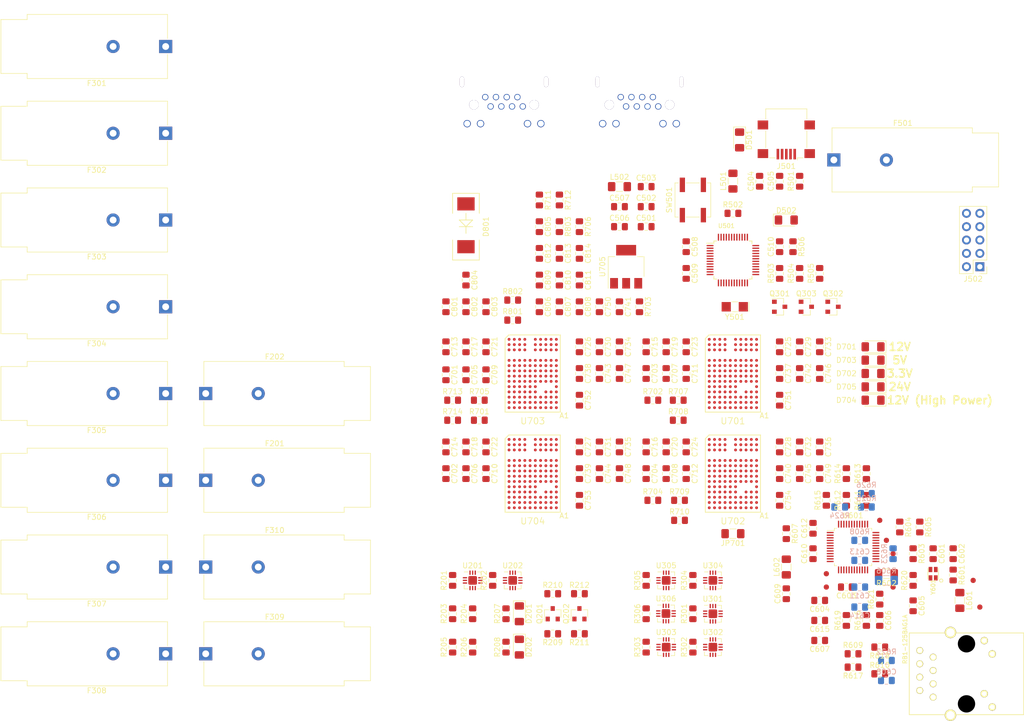
<source format=kicad_pcb>
(kicad_pcb (version 20171130) (host pcbnew "(5.0.1)-3")
  (layers (0 F.Cu signal) (31 B.Cu signal) (34 B.Paste user) (35 F.Paste user) (36 B.SilkS user) (37 F.SilkS user) (38 B.Mask user) (39 F.Mask user) (44 Edge.Cuts user))
  (net 0 "")
  (net 1 GND)
  (net 2 +3V3)
  (net 3 "/Power Conversion/USB5V")
  (net 4 3V3_FILT)
  (net 5 "Net-(C508-Pad1)")
  (net 6 "Net-(C509-Pad1)")
  (net 7 "Net-(C510-Pad1)")
  (net 8 "/Inputs and Fusing/HP_Vin+")
  (net 9 "/Inputs and Fusing/LP_Vin+")
  (net 10 "/Power Conversion/LP12V")
  (net 11 "/Power Conversion/HP12V")
  (net 12 "/Power Conversion/LP5V")
  (net 13 "Net-(C805-Pad1)")
  (net 14 "Net-(C805-Pad2)")
  (net 15 "Net-(C806-Pad2)")
  (net 16 "Net-(C806-Pad1)")
  (net 17 "/Power Conversion/LP24V")
  (net 18 "Net-(D201-Pad1)")
  (net 19 "Net-(D201-Pad2)")
  (net 20 "Net-(D202-Pad1)")
  (net 21 "Net-(D202-Pad2)")
  (net 22 "Net-(D501-Pad2)")
  (net 23 "Net-(D502-Pad1)")
  (net 24 "Net-(D502-Pad2)")
  (net 25 "Net-(D701-Pad2)")
  (net 26 "Net-(D702-Pad2)")
  (net 27 "Net-(D703-Pad2)")
  (net 28 "Net-(D704-Pad2)")
  (net 29 "Net-(D705-Pad2)")
  (net 30 LPBAT_Voltage)
  (net 31 "Net-(F201-Pad2)")
  (net 32 "Net-(F202-Pad2)")
  (net 33 HPBAT_Voltage)
  (net 34 "/Power Outputs/NAP_PoE/NAP_Vin+")
  (net 35 "Net-(F302-Pad1)")
  (net 36 "Net-(F302-Pad2)")
  (net 37 "Net-(F303-Pad2)")
  (net 38 "Net-(F303-Pad1)")
  (net 39 "Net-(F304-Pad1)")
  (net 40 "Net-(F304-Pad2)")
  (net 41 "Net-(F305-Pad1)")
  (net 42 "Net-(F305-Pad2)")
  (net 43 "Net-(F306-Pad1)")
  (net 44 "Net-(F307-Pad1)")
  (net 45 "Net-(F307-Pad2)")
  (net 46 "Net-(F308-Pad1)")
  (net 47 "Net-(F308-Pad2)")
  (net 48 "Net-(F309-Pad1)")
  (net 49 "Net-(F310-Pad1)")
  (net 50 "Net-(F501-Pad1)")
  (net 51 "Net-(F501-Pad2)")
  (net 52 "Net-(J401-Pad12)")
  (net 53 "Net-(J401-Pad11)")
  (net 54 "Net-(J401-Pad9)")
  (net 55 "Net-(J401-Pad10)")
  (net 56 "Net-(J401-Pad8)")
  (net 57 "Net-(J401-Pad7)")
  (net 58 "/Power Outputs/NAP_PoE/TX-")
  (net 59 "Net-(J401-Pad5)")
  (net 60 "Net-(J401-Pad4)")
  (net 61 "/Power Outputs/NAP_PoE/TX+")
  (net 62 "/Power Outputs/NAP_PoE/RX-")
  (net 63 "/Power Outputs/NAP_PoE/RX+")
  (net 64 "Net-(J402-Pad11)")
  (net 65 "Net-(J402-Pad9)")
  (net 66 "Net-(J402-Pad10)")
  (net 67 "Net-(J402-Pad12)")
  (net 68 USB-)
  (net 69 USB+)
  (net 70 "Net-(J501-Pad4)")
  (net 71 SWDIO)
  (net 72 SWCLK)
  (net 73 "Net-(J502-Pad6)")
  (net 74 "Net-(J502-Pad7)")
  (net 75 "Net-(J502-Pad8)")
  (net 76 "Net-(J502-Pad9)")
  (net 77 ~RESET~)
  (net 78 "/Wiznet Ethernet/RX_C_N")
  (net 79 "/Wiznet Ethernet/RX_C_P")
  (net 80 "Net-(J601-PadR6)")
  (net 81 "Net-(J601-PadR5)")
  (net 82 "Net-(J601-PadR4)")
  (net 83 "/Wiznet Ethernet/TCT_RCT")
  (net 84 "/Wiznet Ethernet/TX_R_N")
  (net 85 "/Wiznet Ethernet/TX_R_P")
  (net 86 "Net-(J601-PadSH)")
  (net 87 3V3A_W5500)
  (net 88 "/Wiznet Ethernet/ACT_LED_R")
  (net 89 "/Wiznet Ethernet/LINK_LED_R")
  (net 90 "Net-(Q201-Pad1)")
  (net 91 "Net-(Q201-Pad3)")
  (net 92 "Net-(Q202-Pad1)")
  (net 93 COOL_PUMP_CTRL_2)
  (net 94 "Net-(J308-Pad1)")
  (net 95 "Net-(J314-Pad1)")
  (net 96 INVERTER_CTRL)
  (net 97 COOL_PUMP_CTRL_1)
  (net 98 "Net-(J310-Pad1)")
  (net 99 "Net-(R201-Pad1)")
  (net 100 "Net-(R202-Pad1)")
  (net 101 LPBAT_VSense)
  (net 102 HPBAT_VSense)
  (net 103 "Net-(R301-Pad1)")
  (net 104 "Net-(R302-Pad1)")
  (net 105 "Net-(R303-Pad1)")
  (net 106 "Net-(R304-Pad1)")
  (net 107 "Net-(R305-Pad1)")
  (net 108 "Net-(R306-Pad1)")
  (net 109 "Net-(C602-Pad2)")
  (net 110 "/Wiznet Ethernet/XTAL_IN")
  (net 111 "/Wiznet Ethernet/XTAL_OUT")
  (net 112 "/Wiznet Ethernet/LINK_LED")
  (net 113 "/Wiznet Ethernet/ACT_LED")
  (net 114 "/Wiznet Ethernet/RSVD0")
  (net 115 "/Wiznet Ethernet/3V3D_W5500")
  (net 116 NETW_RESET_L)
  (net 117 NETW_INT_L)
  (net 118 "/Wiznet Ethernet/RSVD1")
  (net 119 "/Wiznet Ethernet/RSVD2")
  (net 120 "/Wiznet Ethernet/RSVD3")
  (net 121 "/Wiznet Ethernet/RSVD4")
  (net 122 "/Wiznet Ethernet/RSVD5")
  (net 123 "Net-(C607-Pad1)")
  (net 124 "Net-(C606-Pad1)")
  (net 125 "/Wiznet Ethernet/TX_P")
  (net 126 "/Wiznet Ethernet/TX_N")
  (net 127 "Net-(C605-Pad1)")
  (net 128 "/Wiznet Ethernet/RX_P")
  (net 129 "/Wiznet Ethernet/RX_N")
  (net 130 "/Wiznet Ethernet/REF_RES")
  (net 131 "/Wiznet Ethernet/PMODE0")
  (net 132 "/Wiznet Ethernet/PMODE1")
  (net 133 "/Wiznet Ethernet/PMODE2")
  (net 134 "Net-(R701-Pad2)")
  (net 135 "Net-(R701-Pad1)")
  (net 136 LP12V_VSense)
  (net 137 LP5V_VSense)
  (net 138 LP24V_VSense)
  (net 139 HP12V_VSense)
  (net 140 "Net-(R801-Pad2)")
  (net 141 "/Wiznet Ethernet/DUP_LED_NC")
  (net 142 "/Wiznet Ethernet/SPD_LED_NC")
  (net 143 "/Wiznet Ethernet/1V2_VBG_NC")
  (net 144 LPBatt_Current)
  (net 145 "Net-(U201-Pad7)")
  (net 146 "Net-(U202-Pad7)")
  (net 147 HPBatt_Current)
  (net 148 Nodes_Current)
  (net 149 "Net-(U301-Pad7)")
  (net 150 LP5V_Output_Current)
  (net 151 "Net-(U302-Pad7)")
  (net 152 "Net-(U303-Pad7)")
  (net 153 CoolingP1_Current)
  (net 154 "Net-(U304-Pad7)")
  (net 155 CoolingP2_Current)
  (net 156 "Net-(U305-Pad7)")
  (net 157 LP12V_Output_Current)
  (net 158 Inverter12V_Current)
  (net 159 "Net-(U306-Pad7)")
  (net 160 "Net-(U501-Pad19)")
  (net 161 "Net-(U501-Pad20)")
  (net 162 NETW_CS)
  (net 163 NETW_MISO)
  (net 164 NETW_MOSI)
  (net 165 NETW_SCLK)
  (net 166 "Net-(U501-Pad28)")
  (net 167 "Net-(U501-Pad29)")
  (net 168 "Net-(U501-Pad30)")
  (net 169 "Net-(U501-Pad37)")
  (net 170 "Net-(U501-Pad39)")
  (net 171 "Net-(U501-Pad41)")
  (net 172 "Net-(U601-Pad7)")
  (net 173 "Net-(U601-Pad12)")
  (net 174 "Net-(U601-Pad13)")
  (net 175 "/Wiznet Ethernet/REF_CAP")
  (net 176 "/Wiznet Ethernet/1V20")
  (net 177 "Net-(U601-Pad46)")
  (net 178 "Net-(U601-Pad47)")
  (net 179 "Net-(U701-Pad2)")
  (net 180 "Net-(L701-Pad1)")
  (net 181 "Net-(U701-Pad8)")
  (net 182 "Net-(U701-Pad9)")
  (net 183 "Net-(U701-Pad5)")
  (net 184 "Net-(U701-Pad10)")
  (net 185 "Net-(U701-Pad4)")
  (net 186 "Net-(U702-Pad4)")
  (net 187 "Net-(U702-Pad10)")
  (net 188 "Net-(U702-Pad5)")
  (net 189 "Net-(L704-Pad1)")
  (net 190 "Net-(U702-Pad9)")
  (net 191 "Net-(U702-Pad8)")
  (net 192 "Net-(U702-Pad2)")
  (net 193 "Net-(U703-Pad10)")
  (net 194 "Net-(U703-Pad5)")
  (net 195 "Net-(L702-Pad1)")
  (net 196 "Net-(U703-Pad9)")
  (net 197 "Net-(U703-Pad8)")
  (net 198 "Net-(U703-Pad2)")
  (net 199 "Net-(L703-Pad1)")
  (net 200 "Net-(U704-Pad9)")
  (net 201 "Net-(U704-Pad4)")
  (module Capacitor_SMD:C_0805_2012Metric_Pad1.15x1.40mm_HandSolder (layer F.Cu) (at 135.89 55.88)
    (fp_text reference C501 (at 0 -1.65) (layer F.SilkS))
    (fp_text value 10uF)
    (pad 2 smd roundrect (at 1.025 0) (size 1.15 1.4) (layers F.Cu F.Paste F.Mask) (roundrect_rratio 0.217391) (net 1 GND))
    (pad 1 smd roundrect (at -1.025 0) (size 1.15 1.4) (layers F.Cu F.Paste F.Mask) (roundrect_rratio 0.217391) (net 2 +3V3))
  )
  (module Capacitor_SMD:C_0805_2012Metric_Pad1.15x1.40mm_HandSolder (layer F.Cu) (at 135.89 52.07)
    (fp_text reference C502 (at 0 -1.65) (layer F.SilkS))
    (fp_text value 0.1uF)
    (pad 1 smd roundrect (at -1.025 0) (size 1.15 1.4) (layers F.Cu F.Paste F.Mask) (roundrect_rratio 0.217391) (net 2 +3V3))
    (pad 2 smd roundrect (at 1.025 0) (size 1.15 1.4) (layers F.Cu F.Paste F.Mask) (roundrect_rratio 0.217391) (net 1 GND))
  )
  (module Capacitor_SMD:C_0805_2012Metric_Pad1.15x1.40mm_HandSolder (layer F.Cu) (at 135.89 48.26)
    (fp_text reference C503 (at 0 -1.65) (layer F.SilkS))
    (fp_text value 0.1uF)
    (pad 2 smd roundrect (at 1.025 0) (size 1.15 1.4) (layers F.Cu F.Paste F.Mask) (roundrect_rratio 0.217391) (net 1 GND))
    (pad 1 smd roundrect (at -1.025 0) (size 1.15 1.4) (layers F.Cu F.Paste F.Mask) (roundrect_rratio 0.217391) (net 2 +3V3))
  )
  (module Capacitor_SMD:C_0805_2012Metric_Pad1.15x1.40mm_HandSolder (layer F.Cu) (at 157.48 47.235 90)
    (fp_text reference C504 (at 0 -1.65 90) (layer F.SilkS))
    (fp_text value 10uF)
    (pad 2 smd roundrect (at 1.025 0 90) (size 1.15 1.4) (layers F.Cu F.Paste F.Mask) (roundrect_rratio 0.217391) (net 1 GND))
    (pad 1 smd roundrect (at -1.025 0 90) (size 1.15 1.4) (layers F.Cu F.Paste F.Mask) (roundrect_rratio 0.217391) (net 3 "/Power Conversion/USB5V"))
  )
  (module Capacitor_SMD:C_0805_2012Metric_Pad1.15x1.40mm_HandSolder (layer F.Cu) (at 161.29 47.235 90)
    (fp_text reference C505 (at 0 -1.65 90) (layer F.SilkS))
    (fp_text value 1uF)
    (pad 1 smd roundrect (at -1.025 0 90) (size 1.15 1.4) (layers F.Cu F.Paste F.Mask) (roundrect_rratio 0.217391) (net 3 "/Power Conversion/USB5V"))
    (pad 2 smd roundrect (at 1.025 0 90) (size 1.15 1.4) (layers F.Cu F.Paste F.Mask) (roundrect_rratio 0.217391) (net 1 GND))
  )
  (module Capacitor_SMD:C_0805_2012Metric_Pad1.15x1.40mm_HandSolder (layer F.Cu) (at 130.81 55.88)
    (fp_text reference C506 (at 0 -1.65) (layer F.SilkS))
    (fp_text value 10uF)
    (pad 2 smd roundrect (at 1.025 0) (size 1.15 1.4) (layers F.Cu F.Paste F.Mask) (roundrect_rratio 0.217391) (net 1 GND))
    (pad 1 smd roundrect (at -1.025 0) (size 1.15 1.4) (layers F.Cu F.Paste F.Mask) (roundrect_rratio 0.217391) (net 4 3V3_FILT))
  )
  (module Capacitor_SMD:C_0805_2012Metric_Pad1.15x1.40mm_HandSolder (layer F.Cu) (at 130.81 52.07)
    (fp_text reference C507 (at 0 -1.65) (layer F.SilkS))
    (fp_text value 0.1uF)
    (pad 1 smd roundrect (at -1.025 0) (size 1.15 1.4) (layers F.Cu F.Paste F.Mask) (roundrect_rratio 0.217391) (net 4 3V3_FILT))
    (pad 2 smd roundrect (at 1.025 0) (size 1.15 1.4) (layers F.Cu F.Paste F.Mask) (roundrect_rratio 0.217391) (net 1 GND))
  )
  (module Capacitor_SMD:C_0805_2012Metric_Pad1.15x1.40mm_HandSolder (layer F.Cu) (at 143.51 59.69 270)
    (fp_text reference C508 (at 0 -1.65 270) (layer F.SilkS))
    (fp_text value 22pF)
    (pad 2 smd roundrect (at 1.025 0 270) (size 1.15 1.4) (layers F.Cu F.Paste F.Mask) (roundrect_rratio 0.217391) (net 1 GND))
    (pad 1 smd roundrect (at -1.025 0 270) (size 1.15 1.4) (layers F.Cu F.Paste F.Mask) (roundrect_rratio 0.217391) (net 5 "Net-(C508-Pad1)"))
  )
  (module Capacitor_SMD:C_0805_2012Metric_Pad1.15x1.40mm_HandSolder (layer F.Cu) (at 143.51 64.77 270)
    (fp_text reference C509 (at 0 -1.65 270) (layer F.SilkS))
    (fp_text value 22pF)
    (pad 2 smd roundrect (at 1.025 0 270) (size 1.15 1.4) (layers F.Cu F.Paste F.Mask) (roundrect_rratio 0.217391) (net 1 GND))
    (pad 1 smd roundrect (at -1.025 0 270) (size 1.15 1.4) (layers F.Cu F.Paste F.Mask) (roundrect_rratio 0.217391) (net 6 "Net-(C509-Pad1)"))
  )
  (module Capacitor_SMD:C_0805_2012Metric_Pad1.15x1.40mm_HandSolder (layer F.Cu) (at 161.29 59.69 90)
    (fp_text reference C510 (at 0 -1.65 90) (layer F.SilkS))
    (fp_text value 0.1uF)
    (pad 2 smd roundrect (at 1.025 0 90) (size 1.15 1.4) (layers F.Cu F.Paste F.Mask) (roundrect_rratio 0.217391) (net 1 GND))
    (pad 1 smd roundrect (at -1.025 0 90) (size 1.15 1.4) (layers F.Cu F.Paste F.Mask) (roundrect_rratio 0.217391) (net 7 "Net-(C510-Pad1)"))
  )
  (module Capacitor_SMD:C_0805_2012Metric_Pad1.15x1.40mm_HandSolder (layer F.Cu) (at 190.5 118.11 270)
    (fp_text reference C601 (at 0 -1.65 270) (layer F.SilkS))
    (fp_text value 18pF)
    (pad 2 smd roundrect (at 1.025 0 270) (size 1.15 1.4) (layers F.Cu F.Paste F.Mask) (roundrect_rratio 0.217391) (net 110 "/Wiznet Ethernet/XTAL_IN"))
    (pad 1 smd roundrect (at -1.025 0 270) (size 1.15 1.4) (layers F.Cu F.Paste F.Mask) (roundrect_rratio 0.217391) (net 1 GND))
  )
  (module Capacitor_SMD:C_0805_2012Metric_Pad1.15x1.40mm_HandSolder (layer F.Cu) (at 194.31 118.11 270)
    (fp_text reference C602 (at 0 -1.65 270) (layer F.SilkS))
    (fp_text value 18pF)
    (pad 1 smd roundrect (at -1.025 0 270) (size 1.15 1.4) (layers F.Cu F.Paste F.Mask) (roundrect_rratio 0.217391) (net 1 GND))
    (pad 2 smd roundrect (at 1.025 0 270) (size 1.15 1.4) (layers F.Cu F.Paste F.Mask) (roundrect_rratio 0.217391) (net 109 "Net-(C602-Pad2)"))
  )
  (module Capacitor_SMD:C_0805_2012Metric_Pad1.15x1.40mm_HandSolder (layer F.Cu) (at 173.99 124.46 180)
    (fp_text reference C603 (at 0 -1.65 180) (layer F.SilkS))
    (fp_text value 4.7uF)
    (pad 2 smd roundrect (at 1.025 0 180) (size 1.15 1.4) (layers F.Cu F.Paste F.Mask) (roundrect_rratio 0.217391) (net 1 GND))
    (pad 1 smd roundrect (at -1.025 0 180) (size 1.15 1.4) (layers F.Cu F.Paste F.Mask) (roundrect_rratio 0.217391) (net 175 "/Wiznet Ethernet/REF_CAP"))
  )
  (module Capacitor_SMD:C_0805_2012Metric_Pad1.15x1.40mm_HandSolder (layer F.Cu) (at 168.91 127 180)
    (fp_text reference C604 (at 0 -1.65 180) (layer F.SilkS))
    (fp_text value 10nF)
    (pad 1 smd roundrect (at -1.025 0 180) (size 1.15 1.4) (layers F.Cu F.Paste F.Mask) (roundrect_rratio 0.217391) (net 176 "/Wiznet Ethernet/1V20"))
    (pad 2 smd roundrect (at 1.025 0 180) (size 1.15 1.4) (layers F.Cu F.Paste F.Mask) (roundrect_rratio 0.217391) (net 1 GND))
  )
  (module Capacitor_SMD:C_0805_2012Metric_Pad1.15x1.40mm_HandSolder (layer F.Cu) (at 186.69 128.025 270)
    (fp_text reference C605 (at 0 -1.65 270) (layer F.SilkS))
    (fp_text value 6.8nF)
    (pad 1 smd roundrect (at -1.025 0 270) (size 1.15 1.4) (layers F.Cu F.Paste F.Mask) (roundrect_rratio 0.217391) (net 127 "Net-(C605-Pad1)"))
    (pad 2 smd roundrect (at 1.025 0 270) (size 1.15 1.4) (layers F.Cu F.Paste F.Mask) (roundrect_rratio 0.217391) (net 79 "/Wiznet Ethernet/RX_C_P"))
  )
  (module Capacitor_SMD:C_0805_2012Metric_Pad1.15x1.40mm_HandSolder (layer F.Cu) (at 180.34 130.81 270)
    (fp_text reference C606 (at 0 -1.65 270) (layer F.SilkS))
    (fp_text value 6.8nF)
    (pad 2 smd roundrect (at 1.025 0 270) (size 1.15 1.4) (layers F.Cu F.Paste F.Mask) (roundrect_rratio 0.217391) (net 78 "/Wiznet Ethernet/RX_C_N"))
    (pad 1 smd roundrect (at -1.025 0 270) (size 1.15 1.4) (layers F.Cu F.Paste F.Mask) (roundrect_rratio 0.217391) (net 124 "Net-(C606-Pad1)"))
  )
  (module Capacitor_SMD:C_0805_2012Metric_Pad1.15x1.40mm_HandSolder (layer F.Cu) (at 168.91 134.62 180)
    (fp_text reference C607 (at 0 -1.65 180) (layer F.SilkS))
    (fp_text value 10nF)
    (pad 1 smd roundrect (at -1.025 0 180) (size 1.15 1.4) (layers F.Cu F.Paste F.Mask) (roundrect_rratio 0.217391) (net 123 "Net-(C607-Pad1)"))
    (pad 2 smd roundrect (at 1.025 0 180) (size 1.15 1.4) (layers F.Cu F.Paste F.Mask) (roundrect_rratio 0.217391) (net 1 GND))
  )
  (module Capacitor_SMD:C_0805_2012Metric_Pad1.15x1.40mm_HandSolder (layer B.Cu) (at 181.61 142.24 180)
    (fp_text reference C608 (at 0 1.65 180) (layer B.SilkS) (effects (justify mirror)))
    (fp_text value 100nF)
    (pad 2 smd roundrect (at 1.025 0 180) (size 1.15 1.4) (layers B.Cu B.Paste B.Mask) (roundrect_rratio 0.217391) (net 1 GND))
    (pad 1 smd roundrect (at -1.025 0 180) (size 1.15 1.4) (layers B.Cu B.Paste B.Mask) (roundrect_rratio 0.217391) (net 83 "/Wiznet Ethernet/TCT_RCT"))
  )
  (module Capacitor_SMD:C_0805_2012Metric_Pad1.15x1.40mm_HandSolder (layer F.Cu) (at 162.56 125.73 90)
    (fp_text reference C609 (at 0 -1.65 90) (layer F.SilkS))
    (fp_text value 10uF)
    (pad 2 smd roundrect (at 1.025 0 90) (size 1.15 1.4) (layers F.Cu F.Paste F.Mask) (roundrect_rratio 0.217391) (net 1 GND))
    (pad 1 smd roundrect (at -1.025 0 90) (size 1.15 1.4) (layers F.Cu F.Paste F.Mask) (roundrect_rratio 0.217391) (net 87 3V3A_W5500))
  )
  (module Capacitor_SMD:C_0805_2012Metric_Pad1.15x1.40mm_HandSolder (layer F.Cu) (at 167.64 118.11 90)
    (fp_text reference C610 (at 0 -1.65 90) (layer F.SilkS))
    (fp_text value 0.1uF)
    (pad 1 smd roundrect (at -1.025 0 90) (size 1.15 1.4) (layers F.Cu F.Paste F.Mask) (roundrect_rratio 0.217391) (net 87 3V3A_W5500))
    (pad 2 smd roundrect (at 1.025 0 90) (size 1.15 1.4) (layers F.Cu F.Paste F.Mask) (roundrect_rratio 0.217391) (net 1 GND))
  )
  (module Capacitor_SMD:C_0805_2012Metric_Pad1.15x1.40mm_HandSolder (layer B.Cu) (at 176.53 124.46)
    (fp_text reference C611 (at 0 1.65) (layer B.SilkS) (effects (justify mirror)))
    (fp_text value 0.1uF)
    (pad 1 smd roundrect (at -1.025 0) (size 1.15 1.4) (layers B.Cu B.Paste B.Mask) (roundrect_rratio 0.217391) (net 87 3V3A_W5500))
    (pad 2 smd roundrect (at 1.025 0) (size 1.15 1.4) (layers B.Cu B.Paste B.Mask) (roundrect_rratio 0.217391) (net 1 GND))
  )
  (module Capacitor_SMD:C_0805_2012Metric_Pad1.15x1.40mm_HandSolder (layer F.Cu) (at 167.64 113.275 90)
    (fp_text reference C612 (at 0 -1.65 90) (layer F.SilkS))
    (fp_text value 0.1uF)
    (pad 2 smd roundrect (at 1.025 0 90) (size 1.15 1.4) (layers F.Cu F.Paste F.Mask) (roundrect_rratio 0.217391) (net 1 GND))
    (pad 1 smd roundrect (at -1.025 0 90) (size 1.15 1.4) (layers F.Cu F.Paste F.Mask) (roundrect_rratio 0.217391) (net 87 3V3A_W5500))
  )
  (module Capacitor_SMD:C_0805_2012Metric_Pad1.15x1.40mm_HandSolder (layer B.Cu) (at 176.53 119.38 180)
    (fp_text reference C613 (at 0 1.65 180) (layer B.SilkS) (effects (justify mirror)))
    (fp_text value 0.1uF)
    (pad 1 smd roundrect (at -1.025 0 180) (size 1.15 1.4) (layers B.Cu B.Paste B.Mask) (roundrect_rratio 0.217391) (net 87 3V3A_W5500))
    (pad 2 smd roundrect (at 1.025 0 180) (size 1.15 1.4) (layers B.Cu B.Paste B.Mask) (roundrect_rratio 0.217391) (net 1 GND))
  )
  (module Capacitor_SMD:C_0805_2012Metric_Pad1.15x1.40mm_HandSolder (layer B.Cu) (at 176.53 128.27)
    (fp_text reference C614 (at 0 1.65) (layer B.SilkS) (effects (justify mirror)))
    (fp_text value 0.1uF)
    (pad 2 smd roundrect (at 1.025 0) (size 1.15 1.4) (layers B.Cu B.Paste B.Mask) (roundrect_rratio 0.217391) (net 1 GND))
    (pad 1 smd roundrect (at -1.025 0) (size 1.15 1.4) (layers B.Cu B.Paste B.Mask) (roundrect_rratio 0.217391) (net 87 3V3A_W5500))
  )
  (module Capacitor_SMD:C_0805_2012Metric_Pad1.15x1.40mm_HandSolder (layer F.Cu) (at 168.91 130.81 180)
    (fp_text reference C615 (at 0 -1.65 180) (layer F.SilkS))
    (fp_text value 0.1uF)
    (pad 2 smd roundrect (at 1.025 0 180) (size 1.15 1.4) (layers F.Cu F.Paste F.Mask) (roundrect_rratio 0.217391) (net 1 GND))
    (pad 1 smd roundrect (at -1.025 0 180) (size 1.15 1.4) (layers F.Cu F.Paste F.Mask) (roundrect_rratio 0.217391) (net 87 3V3A_W5500))
  )
  (module Capacitor_SMD:C_0805_2012Metric_Pad1.15x1.40mm_HandSolder (layer F.Cu) (at 97.79 84.065 270)
    (fp_text reference C701 (at 0 -1.65 270) (layer F.SilkS))
    (fp_text value 22uF)
    (pad 2 smd roundrect (at 1.025 0 270) (size 1.15 1.4) (layers F.Cu F.Paste F.Mask) (roundrect_rratio 0.217391) (net 1 GND))
    (pad 1 smd roundrect (at -1.025 0 270) (size 1.15 1.4) (layers F.Cu F.Paste F.Mask) (roundrect_rratio 0.217391) (net 8 "/Inputs and Fusing/HP_Vin+"))
  )
  (module Capacitor_SMD:C_0805_2012Metric_Pad1.15x1.40mm_HandSolder (layer F.Cu) (at 97.79 102.87 270)
    (fp_text reference C702 (at 0 -1.65 270) (layer F.SilkS))
    (fp_text value 22uF)
    (pad 2 smd roundrect (at 1.025 0 270) (size 1.15 1.4) (layers F.Cu F.Paste F.Mask) (roundrect_rratio 0.217391) (net 1 GND))
    (pad 1 smd roundrect (at -1.025 0 270) (size 1.15 1.4) (layers F.Cu F.Paste F.Mask) (roundrect_rratio 0.217391) (net 8 "/Inputs and Fusing/HP_Vin+"))
  )
  (module Capacitor_SMD:C_0805_2012Metric_Pad1.15x1.40mm_HandSolder (layer F.Cu) (at 135.89 83.82 270)
    (fp_text reference C703 (at 0 -1.65 270) (layer F.SilkS))
    (fp_text value 22uF)
    (pad 1 smd roundrect (at -1.025 0 270) (size 1.15 1.4) (layers F.Cu F.Paste F.Mask) (roundrect_rratio 0.217391) (net 9 "/Inputs and Fusing/LP_Vin+"))
    (pad 2 smd roundrect (at 1.025 0 270) (size 1.15 1.4) (layers F.Cu F.Paste F.Mask) (roundrect_rratio 0.217391) (net 1 GND))
  )
  (module Capacitor_SMD:C_0805_2012Metric_Pad1.15x1.40mm_HandSolder (layer F.Cu) (at 135.89 102.87 270)
    (fp_text reference C704 (at 0 -1.65 270) (layer F.SilkS))
    (fp_text value 22uF)
    (pad 1 smd roundrect (at -1.025 0 270) (size 1.15 1.4) (layers F.Cu F.Paste F.Mask) (roundrect_rratio 0.217391) (net 9 "/Inputs and Fusing/LP_Vin+"))
    (pad 2 smd roundrect (at 1.025 0 270) (size 1.15 1.4) (layers F.Cu F.Paste F.Mask) (roundrect_rratio 0.217391) (net 1 GND))
  )
  (module Capacitor_SMD:C_0805_2012Metric_Pad1.15x1.40mm_HandSolder (layer F.Cu) (at 101.6 84.065 270)
    (fp_text reference C705 (at 0 -1.65 270) (layer F.SilkS))
    (fp_text value 22uF)
    (pad 1 smd roundrect (at -1.025 0 270) (size 1.15 1.4) (layers F.Cu F.Paste F.Mask) (roundrect_rratio 0.217391) (net 8 "/Inputs and Fusing/HP_Vin+"))
    (pad 2 smd roundrect (at 1.025 0 270) (size 1.15 1.4) (layers F.Cu F.Paste F.Mask) (roundrect_rratio 0.217391) (net 1 GND))
  )
  (module Capacitor_SMD:C_0805_2012Metric_Pad1.15x1.40mm_HandSolder (layer F.Cu) (at 101.6 102.87 270)
    (fp_text reference C706 (at 0 -1.65 270) (layer F.SilkS))
    (fp_text value 22uF)
    (pad 1 smd roundrect (at -1.025 0 270) (size 1.15 1.4) (layers F.Cu F.Paste F.Mask) (roundrect_rratio 0.217391) (net 8 "/Inputs and Fusing/HP_Vin+"))
    (pad 2 smd roundrect (at 1.025 0 270) (size 1.15 1.4) (layers F.Cu F.Paste F.Mask) (roundrect_rratio 0.217391) (net 1 GND))
  )
  (module Capacitor_SMD:C_0805_2012Metric_Pad1.15x1.40mm_HandSolder (layer F.Cu) (at 139.7 83.82 270)
    (fp_text reference C707 (at 0 -1.65 270) (layer F.SilkS))
    (fp_text value 22uF)
    (pad 2 smd roundrect (at 1.025 0 270) (size 1.15 1.4) (layers F.Cu F.Paste F.Mask) (roundrect_rratio 0.217391) (net 1 GND))
    (pad 1 smd roundrect (at -1.025 0 270) (size 1.15 1.4) (layers F.Cu F.Paste F.Mask) (roundrect_rratio 0.217391) (net 9 "/Inputs and Fusing/LP_Vin+"))
  )
  (module Capacitor_SMD:C_0805_2012Metric_Pad1.15x1.40mm_HandSolder (layer F.Cu) (at 139.7 102.87 270)
    (fp_text reference C708 (at 0 -1.65 270) (layer F.SilkS))
    (fp_text value 22uF)
    (pad 2 smd roundrect (at 1.025 0 270) (size 1.15 1.4) (layers F.Cu F.Paste F.Mask) (roundrect_rratio 0.217391) (net 1 GND))
    (pad 1 smd roundrect (at -1.025 0 270) (size 1.15 1.4) (layers F.Cu F.Paste F.Mask) (roundrect_rratio 0.217391) (net 9 "/Inputs and Fusing/LP_Vin+"))
  )
  (module Capacitor_SMD:C_0805_2012Metric_Pad1.15x1.40mm_HandSolder (layer F.Cu) (at 105.41 84.065 270)
    (fp_text reference C709 (at 0 -1.65 270) (layer F.SilkS))
    (fp_text value 4.7uF)
    (pad 1 smd roundrect (at -1.025 0 270) (size 1.15 1.4) (layers F.Cu F.Paste F.Mask) (roundrect_rratio 0.217391) (net 8 "/Inputs and Fusing/HP_Vin+"))
    (pad 2 smd roundrect (at 1.025 0 270) (size 1.15 1.4) (layers F.Cu F.Paste F.Mask) (roundrect_rratio 0.217391) (net 1 GND))
  )
  (module Capacitor_SMD:C_0805_2012Metric_Pad1.15x1.40mm_HandSolder (layer F.Cu) (at 105.41 102.87 270)
    (fp_text reference C710 (at 0 -1.65 270) (layer F.SilkS))
    (fp_text value 4.7uF)
    (pad 2 smd roundrect (at 1.025 0 270) (size 1.15 1.4) (layers F.Cu F.Paste F.Mask) (roundrect_rratio 0.217391) (net 1 GND))
    (pad 1 smd roundrect (at -1.025 0 270) (size 1.15 1.4) (layers F.Cu F.Paste F.Mask) (roundrect_rratio 0.217391) (net 8 "/Inputs and Fusing/HP_Vin+"))
  )
  (module Capacitor_SMD:C_0805_2012Metric_Pad1.15x1.40mm_HandSolder (layer F.Cu) (at 143.51 83.82 270)
    (fp_text reference C711 (at 0 -1.65 270) (layer F.SilkS))
    (fp_text value 4.7uF)
    (pad 1 smd roundrect (at -1.025 0 270) (size 1.15 1.4) (layers F.Cu F.Paste F.Mask) (roundrect_rratio 0.217391) (net 9 "/Inputs and Fusing/LP_Vin+"))
    (pad 2 smd roundrect (at 1.025 0 270) (size 1.15 1.4) (layers F.Cu F.Paste F.Mask) (roundrect_rratio 0.217391) (net 1 GND))
  )
  (module Capacitor_SMD:C_0805_2012Metric_Pad1.15x1.40mm_HandSolder (layer F.Cu) (at 143.51 102.87 270)
    (fp_text reference C712 (at 0 -1.65 270) (layer F.SilkS))
    (fp_text value 4.7uF)
    (pad 2 smd roundrect (at 1.025 0 270) (size 1.15 1.4) (layers F.Cu F.Paste F.Mask) (roundrect_rratio 0.217391) (net 1 GND))
    (pad 1 smd roundrect (at -1.025 0 270) (size 1.15 1.4) (layers F.Cu F.Paste F.Mask) (roundrect_rratio 0.217391) (net 9 "/Inputs and Fusing/LP_Vin+"))
  )
  (module Capacitor_SMD:C_0805_2012Metric_Pad1.15x1.40mm_HandSolder (layer F.Cu) (at 97.79 78.74 270)
    (fp_text reference C713 (at 0 -1.65 270) (layer F.SilkS))
    (fp_text value 4.7uF)
    (pad 2 smd roundrect (at 1.025 0 270) (size 1.15 1.4) (layers F.Cu F.Paste F.Mask) (roundrect_rratio 0.217391) (net 1 GND))
    (pad 1 smd roundrect (at -1.025 0 270) (size 1.15 1.4) (layers F.Cu F.Paste F.Mask) (roundrect_rratio 0.217391) (net 8 "/Inputs and Fusing/HP_Vin+"))
  )
  (module Capacitor_SMD:C_0805_2012Metric_Pad1.15x1.40mm_HandSolder (layer F.Cu) (at 97.79 97.79 270)
    (fp_text reference C714 (at 0 -1.65 270) (layer F.SilkS))
    (fp_text value 4.7uF)
    (pad 1 smd roundrect (at -1.025 0 270) (size 1.15 1.4) (layers F.Cu F.Paste F.Mask) (roundrect_rratio 0.217391) (net 8 "/Inputs and Fusing/HP_Vin+"))
    (pad 2 smd roundrect (at 1.025 0 270) (size 1.15 1.4) (layers F.Cu F.Paste F.Mask) (roundrect_rratio 0.217391) (net 1 GND))
  )
  (module Capacitor_SMD:C_0805_2012Metric_Pad1.15x1.40mm_HandSolder (layer F.Cu) (at 135.89 78.74 270)
    (fp_text reference C715 (at 0 -1.65 270) (layer F.SilkS))
    (fp_text value 4.7uF)
    (pad 1 smd roundrect (at -1.025 0 270) (size 1.15 1.4) (layers F.Cu F.Paste F.Mask) (roundrect_rratio 0.217391) (net 9 "/Inputs and Fusing/LP_Vin+"))
    (pad 2 smd roundrect (at 1.025 0 270) (size 1.15 1.4) (layers F.Cu F.Paste F.Mask) (roundrect_rratio 0.217391) (net 1 GND))
  )
  (module Capacitor_SMD:C_0805_2012Metric_Pad1.15x1.40mm_HandSolder (layer F.Cu) (at 135.89 97.79 270)
    (fp_text reference C716 (at 0 -1.65 270) (layer F.SilkS))
    (fp_text value 4.7uF)
    (pad 1 smd roundrect (at -1.025 0 270) (size 1.15 1.4) (layers F.Cu F.Paste F.Mask) (roundrect_rratio 0.217391) (net 9 "/Inputs and Fusing/LP_Vin+"))
    (pad 2 smd roundrect (at 1.025 0 270) (size 1.15 1.4) (layers F.Cu F.Paste F.Mask) (roundrect_rratio 0.217391) (net 1 GND))
  )
  (module Capacitor_SMD:C_0805_2012Metric_Pad1.15x1.40mm_HandSolder (layer F.Cu) (at 101.6 78.74 270)
    (fp_text reference C717 (at 0 -1.65 270) (layer F.SilkS))
    (fp_text value 4.7uF)
    (pad 1 smd roundrect (at -1.025 0 270) (size 1.15 1.4) (layers F.Cu F.Paste F.Mask) (roundrect_rratio 0.217391) (net 8 "/Inputs and Fusing/HP_Vin+"))
    (pad 2 smd roundrect (at 1.025 0 270) (size 1.15 1.4) (layers F.Cu F.Paste F.Mask) (roundrect_rratio 0.217391) (net 1 GND))
  )
  (module Capacitor_SMD:C_0805_2012Metric_Pad1.15x1.40mm_HandSolder (layer F.Cu) (at 101.6 97.79 270)
    (fp_text reference C718 (at 0 -1.65 270) (layer F.SilkS))
    (fp_text value 4.7uF)
    (pad 2 smd roundrect (at 1.025 0 270) (size 1.15 1.4) (layers F.Cu F.Paste F.Mask) (roundrect_rratio 0.217391) (net 1 GND))
    (pad 1 smd roundrect (at -1.025 0 270) (size 1.15 1.4) (layers F.Cu F.Paste F.Mask) (roundrect_rratio 0.217391) (net 8 "/Inputs and Fusing/HP_Vin+"))
  )
  (module Capacitor_SMD:C_0805_2012Metric_Pad1.15x1.40mm_HandSolder (layer F.Cu) (at 139.7 78.74 270)
    (fp_text reference C719 (at 0 -1.65 270) (layer F.SilkS))
    (fp_text value 4.7uF)
    (pad 2 smd roundrect (at 1.025 0 270) (size 1.15 1.4) (layers F.Cu F.Paste F.Mask) (roundrect_rratio 0.217391) (net 1 GND))
    (pad 1 smd roundrect (at -1.025 0 270) (size 1.15 1.4) (layers F.Cu F.Paste F.Mask) (roundrect_rratio 0.217391) (net 9 "/Inputs and Fusing/LP_Vin+"))
  )
  (module Capacitor_SMD:C_0805_2012Metric_Pad1.15x1.40mm_HandSolder (layer F.Cu) (at 139.7 97.79 270)
    (fp_text reference C720 (at 0 -1.65 270) (layer F.SilkS))
    (fp_text value 4.7uF)
    (pad 2 smd roundrect (at 1.025 0 270) (size 1.15 1.4) (layers F.Cu F.Paste F.Mask) (roundrect_rratio 0.217391) (net 1 GND))
    (pad 1 smd roundrect (at -1.025 0 270) (size 1.15 1.4) (layers F.Cu F.Paste F.Mask) (roundrect_rratio 0.217391) (net 9 "/Inputs and Fusing/LP_Vin+"))
  )
  (module Capacitor_SMD:C_0805_2012Metric_Pad1.15x1.40mm_HandSolder (layer F.Cu) (at 105.41 78.74 270)
    (fp_text reference C721 (at 0 -1.65 270) (layer F.SilkS))
    (fp_text value 4.7uF)
    (pad 2 smd roundrect (at 1.025 0 270) (size 1.15 1.4) (layers F.Cu F.Paste F.Mask) (roundrect_rratio 0.217391) (net 1 GND))
    (pad 1 smd roundrect (at -1.025 0 270) (size 1.15 1.4) (layers F.Cu F.Paste F.Mask) (roundrect_rratio 0.217391) (net 8 "/Inputs and Fusing/HP_Vin+"))
  )
  (module Capacitor_SMD:C_0805_2012Metric_Pad1.15x1.40mm_HandSolder (layer F.Cu) (at 105.41 97.79 270)
    (fp_text reference C722 (at 0 -1.65 270) (layer F.SilkS))
    (fp_text value 4.7uF)
    (pad 1 smd roundrect (at -1.025 0 270) (size 1.15 1.4) (layers F.Cu F.Paste F.Mask) (roundrect_rratio 0.217391) (net 8 "/Inputs and Fusing/HP_Vin+"))
    (pad 2 smd roundrect (at 1.025 0 270) (size 1.15 1.4) (layers F.Cu F.Paste F.Mask) (roundrect_rratio 0.217391) (net 1 GND))
  )
  (module Capacitor_SMD:C_0805_2012Metric_Pad1.15x1.40mm_HandSolder (layer F.Cu) (at 143.51 78.74 270)
    (fp_text reference C723 (at 0 -1.65 270) (layer F.SilkS))
    (fp_text value 4.7uF)
    (pad 1 smd roundrect (at -1.025 0 270) (size 1.15 1.4) (layers F.Cu F.Paste F.Mask) (roundrect_rratio 0.217391) (net 9 "/Inputs and Fusing/LP_Vin+"))
    (pad 2 smd roundrect (at 1.025 0 270) (size 1.15 1.4) (layers F.Cu F.Paste F.Mask) (roundrect_rratio 0.217391) (net 1 GND))
  )
  (module Capacitor_SMD:C_0805_2012Metric_Pad1.15x1.40mm_HandSolder (layer F.Cu) (at 143.51 97.79 270)
    (fp_text reference C724 (at 0 -1.65 270) (layer F.SilkS))
    (fp_text value 4.7uF)
    (pad 1 smd roundrect (at -1.025 0 270) (size 1.15 1.4) (layers F.Cu F.Paste F.Mask) (roundrect_rratio 0.217391) (net 9 "/Inputs and Fusing/LP_Vin+"))
    (pad 2 smd roundrect (at 1.025 0 270) (size 1.15 1.4) (layers F.Cu F.Paste F.Mask) (roundrect_rratio 0.217391) (net 1 GND))
  )
  (module Capacitor_SMD:C_0805_2012Metric_Pad1.15x1.40mm_HandSolder (layer F.Cu) (at 161.29 78.74 270)
    (fp_text reference C725 (at 0 -1.65 270) (layer F.SilkS))
    (fp_text value 22uF)
    (pad 1 smd roundrect (at -1.025 0 270) (size 1.15 1.4) (layers F.Cu F.Paste F.Mask) (roundrect_rratio 0.217391) (net 10 "/Power Conversion/LP12V"))
    (pad 2 smd roundrect (at 1.025 0 270) (size 1.15 1.4) (layers F.Cu F.Paste F.Mask) (roundrect_rratio 0.217391) (net 1 GND))
  )
  (module Capacitor_SMD:C_0805_2012Metric_Pad1.15x1.40mm_HandSolder (layer F.Cu) (at 123.19 78.74 270)
    (fp_text reference C726 (at 0 -1.65 270) (layer F.SilkS))
    (fp_text value 22uF)
    (pad 2 smd roundrect (at 1.025 0 270) (size 1.15 1.4) (layers F.Cu F.Paste F.Mask) (roundrect_rratio 0.217391) (net 1 GND))
    (pad 1 smd roundrect (at -1.025 0 270) (size 1.15 1.4) (layers F.Cu F.Paste F.Mask) (roundrect_rratio 0.217391) (net 11 "/Power Conversion/HP12V"))
  )
  (module Capacitor_SMD:C_0805_2012Metric_Pad1.15x1.40mm_HandSolder (layer F.Cu) (at 123.19 97.79 270)
    (fp_text reference C727 (at 0 -1.65 270) (layer F.SilkS))
    (fp_text value 22uF)
    (pad 1 smd roundrect (at -1.025 0 270) (size 1.15 1.4) (layers F.Cu F.Paste F.Mask) (roundrect_rratio 0.217391) (net 11 "/Power Conversion/HP12V"))
    (pad 2 smd roundrect (at 1.025 0 270) (size 1.15 1.4) (layers F.Cu F.Paste F.Mask) (roundrect_rratio 0.217391) (net 1 GND))
  )
  (module Capacitor_SMD:C_0805_2012Metric_Pad1.15x1.40mm_HandSolder (layer F.Cu) (at 161.29 97.79 270)
    (fp_text reference C728 (at 0 -1.65 270) (layer F.SilkS))
    (fp_text value 47uF)
    (pad 1 smd roundrect (at -1.025 0 270) (size 1.15 1.4) (layers F.Cu F.Paste F.Mask) (roundrect_rratio 0.217391) (net 12 "/Power Conversion/LP5V"))
    (pad 2 smd roundrect (at 1.025 0 270) (size 1.15 1.4) (layers F.Cu F.Paste F.Mask) (roundrect_rratio 0.217391) (net 1 GND))
  )
  (module Capacitor_SMD:C_0805_2012Metric_Pad1.15x1.40mm_HandSolder (layer F.Cu) (at 165.1 78.74 270)
    (fp_text reference C729 (at 0 -1.65 270) (layer F.SilkS))
    (fp_text value 22uF)
    (pad 2 smd roundrect (at 1.025 0 270) (size 1.15 1.4) (layers F.Cu F.Paste F.Mask) (roundrect_rratio 0.217391) (net 1 GND))
    (pad 1 smd roundrect (at -1.025 0 270) (size 1.15 1.4) (layers F.Cu F.Paste F.Mask) (roundrect_rratio 0.217391) (net 10 "/Power Conversion/LP12V"))
  )
  (module Capacitor_SMD:C_0805_2012Metric_Pad1.15x1.40mm_HandSolder (layer F.Cu) (at 127 78.74 270)
    (fp_text reference C730 (at 0 -1.65 270) (layer F.SilkS))
    (fp_text value 22uF)
    (pad 1 smd roundrect (at -1.025 0 270) (size 1.15 1.4) (layers F.Cu F.Paste F.Mask) (roundrect_rratio 0.217391) (net 11 "/Power Conversion/HP12V"))
    (pad 2 smd roundrect (at 1.025 0 270) (size 1.15 1.4) (layers F.Cu F.Paste F.Mask) (roundrect_rratio 0.217391) (net 1 GND))
  )
  (module Capacitor_SMD:C_0805_2012Metric_Pad1.15x1.40mm_HandSolder (layer F.Cu) (at 127 97.79 270)
    (fp_text reference C731 (at 0 -1.65 270) (layer F.SilkS))
    (fp_text value 22uF)
    (pad 1 smd roundrect (at -1.025 0 270) (size 1.15 1.4) (layers F.Cu F.Paste F.Mask) (roundrect_rratio 0.217391) (net 11 "/Power Conversion/HP12V"))
    (pad 2 smd roundrect (at 1.025 0 270) (size 1.15 1.4) (layers F.Cu F.Paste F.Mask) (roundrect_rratio 0.217391) (net 1 GND))
  )
  (module Capacitor_SMD:C_0805_2012Metric_Pad1.15x1.40mm_HandSolder (layer F.Cu) (at 165.1 97.79 270)
    (fp_text reference C732 (at 0 -1.65 270) (layer F.SilkS))
    (fp_text value 47uF)
    (pad 2 smd roundrect (at 1.025 0 270) (size 1.15 1.4) (layers F.Cu F.Paste F.Mask) (roundrect_rratio 0.217391) (net 1 GND))
    (pad 1 smd roundrect (at -1.025 0 270) (size 1.15 1.4) (layers F.Cu F.Paste F.Mask) (roundrect_rratio 0.217391) (net 12 "/Power Conversion/LP5V"))
  )
  (module Capacitor_SMD:C_0805_2012Metric_Pad1.15x1.40mm_HandSolder (layer F.Cu) (at 168.91 78.74 270)
    (fp_text reference C733 (at 0 -1.65 270) (layer F.SilkS))
    (fp_text value 22uF)
    (pad 1 smd roundrect (at -1.025 0 270) (size 1.15 1.4) (layers F.Cu F.Paste F.Mask) (roundrect_rratio 0.217391) (net 10 "/Power Conversion/LP12V"))
    (pad 2 smd roundrect (at 1.025 0 270) (size 1.15 1.4) (layers F.Cu F.Paste F.Mask) (roundrect_rratio 0.217391) (net 1 GND))
  )
  (module Capacitor_SMD:C_0805_2012Metric_Pad1.15x1.40mm_HandSolder (layer F.Cu) (at 130.81 78.74 270)
    (fp_text reference C734 (at 0 -1.65 270) (layer F.SilkS))
    (fp_text value 22uF)
    (pad 2 smd roundrect (at 1.025 0 270) (size 1.15 1.4) (layers F.Cu F.Paste F.Mask) (roundrect_rratio 0.217391) (net 1 GND))
    (pad 1 smd roundrect (at -1.025 0 270) (size 1.15 1.4) (layers F.Cu F.Paste F.Mask) (roundrect_rratio 0.217391) (net 11 "/Power Conversion/HP12V"))
  )
  (module Capacitor_SMD:C_0805_2012Metric_Pad1.15x1.40mm_HandSolder (layer F.Cu) (at 130.81 97.79 270)
    (fp_text reference C735 (at 0 -1.65 270) (layer F.SilkS))
    (fp_text value 22uF)
    (pad 1 smd roundrect (at -1.025 0 270) (size 1.15 1.4) (layers F.Cu F.Paste F.Mask) (roundrect_rratio 0.217391) (net 11 "/Power Conversion/HP12V"))
    (pad 2 smd roundrect (at 1.025 0 270) (size 1.15 1.4) (layers F.Cu F.Paste F.Mask) (roundrect_rratio 0.217391) (net 1 GND))
  )
  (module Capacitor_SMD:C_0805_2012Metric_Pad1.15x1.40mm_HandSolder (layer F.Cu) (at 168.91 97.79 270)
    (fp_text reference C736 (at 0 -1.65 270) (layer F.SilkS))
    (fp_text value 47uF)
    (pad 1 smd roundrect (at -1.025 0 270) (size 1.15 1.4) (layers F.Cu F.Paste F.Mask) (roundrect_rratio 0.217391) (net 12 "/Power Conversion/LP5V"))
    (pad 2 smd roundrect (at 1.025 0 270) (size 1.15 1.4) (layers F.Cu F.Paste F.Mask) (roundrect_rratio 0.217391) (net 1 GND))
  )
  (module Capacitor_SMD:C_0805_2012Metric_Pad1.15x1.40mm_HandSolder (layer F.Cu) (at 161.29 83.82 270)
    (fp_text reference C737 (at 0 -1.65 270) (layer F.SilkS))
    (fp_text value 22uF)
    (pad 2 smd roundrect (at 1.025 0 270) (size 1.15 1.4) (layers F.Cu F.Paste F.Mask) (roundrect_rratio 0.217391) (net 1 GND))
    (pad 1 smd roundrect (at -1.025 0 270) (size 1.15 1.4) (layers F.Cu F.Paste F.Mask) (roundrect_rratio 0.217391) (net 10 "/Power Conversion/LP12V"))
  )
  (module Capacitor_SMD:C_0805_2012Metric_Pad1.15x1.40mm_HandSolder (layer F.Cu) (at 123.19 83.82 270)
    (fp_text reference C738 (at 0 -1.65 270) (layer F.SilkS))
    (fp_text value 22uF)
    (pad 1 smd roundrect (at -1.025 0 270) (size 1.15 1.4) (layers F.Cu F.Paste F.Mask) (roundrect_rratio 0.217391) (net 11 "/Power Conversion/HP12V"))
    (pad 2 smd roundrect (at 1.025 0 270) (size 1.15 1.4) (layers F.Cu F.Paste F.Mask) (roundrect_rratio 0.217391) (net 1 GND))
  )
  (module Capacitor_SMD:C_0805_2012Metric_Pad1.15x1.40mm_HandSolder (layer F.Cu) (at 123.19 102.87 270)
    (fp_text reference C739 (at 0 -1.65 270) (layer F.SilkS))
    (fp_text value 22uF)
    (pad 2 smd roundrect (at 1.025 0 270) (size 1.15 1.4) (layers F.Cu F.Paste F.Mask) (roundrect_rratio 0.217391) (net 1 GND))
    (pad 1 smd roundrect (at -1.025 0 270) (size 1.15 1.4) (layers F.Cu F.Paste F.Mask) (roundrect_rratio 0.217391) (net 11 "/Power Conversion/HP12V"))
  )
  (module Capacitor_SMD:C_0805_2012Metric_Pad1.15x1.40mm_HandSolder (layer F.Cu) (at 161.29 102.87 270)
    (fp_text reference C740 (at 0 -1.65 270) (layer F.SilkS))
    (fp_text value 47uF)
    (pad 2 smd roundrect (at 1.025 0 270) (size 1.15 1.4) (layers F.Cu F.Paste F.Mask) (roundrect_rratio 0.217391) (net 1 GND))
    (pad 1 smd roundrect (at -1.025 0 270) (size 1.15 1.4) (layers F.Cu F.Paste F.Mask) (roundrect_rratio 0.217391) (net 12 "/Power Conversion/LP5V"))
  )
  (module Capacitor_SMD:C_0805_2012Metric_Pad1.15x1.40mm_HandSolder (layer F.Cu) (at 130.81 71.12 270)
    (fp_text reference C741 (at 0 -1.65 270) (layer F.SilkS))
    (fp_text value 1uF)
    (pad 1 smd roundrect (at -1.025 0 270) (size 1.15 1.4) (layers F.Cu F.Paste F.Mask) (roundrect_rratio 0.217391) (net 12 "/Power Conversion/LP5V"))
    (pad 2 smd roundrect (at 1.025 0 270) (size 1.15 1.4) (layers F.Cu F.Paste F.Mask) (roundrect_rratio 0.217391) (net 1 GND))
  )
  (module Capacitor_SMD:C_0805_2012Metric_Pad1.15x1.40mm_HandSolder (layer F.Cu) (at 165.1 83.82 270)
    (fp_text reference C742 (at 0 -1.65 270) (layer F.SilkS))
    (fp_text value 1uF)
    (pad 2 smd roundrect (at 1.025 0 270) (size 1.15 1.4) (layers F.Cu F.Paste F.Mask) (roundrect_rratio 0.217391) (net 1 GND))
    (pad 1 smd roundrect (at -1.025 0 270) (size 1.15 1.4) (layers F.Cu F.Paste F.Mask) (roundrect_rratio 0.217391) (net 10 "/Power Conversion/LP12V"))
  )
  (module Capacitor_SMD:C_0805_2012Metric_Pad1.15x1.40mm_HandSolder (layer F.Cu) (at 127 83.82 270)
    (fp_text reference C743 (at 0 -1.65 270) (layer F.SilkS))
    (fp_text value 1uF)
    (pad 2 smd roundrect (at 1.025 0 270) (size 1.15 1.4) (layers F.Cu F.Paste F.Mask) (roundrect_rratio 0.217391) (net 1 GND))
    (pad 1 smd roundrect (at -1.025 0 270) (size 1.15 1.4) (layers F.Cu F.Paste F.Mask) (roundrect_rratio 0.217391) (net 11 "/Power Conversion/HP12V"))
  )
  (module Capacitor_SMD:C_0805_2012Metric_Pad1.15x1.40mm_HandSolder (layer F.Cu) (at 127 102.87 270)
    (fp_text reference C744 (at 0 -1.65 270) (layer F.SilkS))
    (fp_text value 1uF)
    (pad 1 smd roundrect (at -1.025 0 270) (size 1.15 1.4) (layers F.Cu F.Paste F.Mask) (roundrect_rratio 0.217391) (net 11 "/Power Conversion/HP12V"))
    (pad 2 smd roundrect (at 1.025 0 270) (size 1.15 1.4) (layers F.Cu F.Paste F.Mask) (roundrect_rratio 0.217391) (net 1 GND))
  )
  (module Capacitor_SMD:C_0805_2012Metric_Pad1.15x1.40mm_HandSolder (layer F.Cu) (at 165.1 102.87 270)
    (fp_text reference C745 (at 0 -1.65 270) (layer F.SilkS))
    (fp_text value 1uF)
    (pad 1 smd roundrect (at -1.025 0 270) (size 1.15 1.4) (layers F.Cu F.Paste F.Mask) (roundrect_rratio 0.217391) (net 12 "/Power Conversion/LP5V"))
    (pad 2 smd roundrect (at 1.025 0 270) (size 1.15 1.4) (layers F.Cu F.Paste F.Mask) (roundrect_rratio 0.217391) (net 1 GND))
  )
  (module Capacitor_SMD:C_0805_2012Metric_Pad1.15x1.40mm_HandSolder (layer F.Cu) (at 168.91 83.82 270)
    (fp_text reference C746 (at 0 -1.65 270) (layer F.SilkS))
    (fp_text value 1uF)
    (pad 1 smd roundrect (at -1.025 0 270) (size 1.15 1.4) (layers F.Cu F.Paste F.Mask) (roundrect_rratio 0.217391) (net 10 "/Power Conversion/LP12V"))
    (pad 2 smd roundrect (at 1.025 0 270) (size 1.15 1.4) (layers F.Cu F.Paste F.Mask) (roundrect_rratio 0.217391) (net 1 GND))
  )
  (module Capacitor_SMD:C_0805_2012Metric_Pad1.15x1.40mm_HandSolder (layer F.Cu) (at 130.81 83.82 270)
    (fp_text reference C747 (at 0 -1.65 270) (layer F.SilkS))
    (fp_text value 1uF)
    (pad 1 smd roundrect (at -1.025 0 270) (size 1.15 1.4) (layers F.Cu F.Paste F.Mask) (roundrect_rratio 0.217391) (net 11 "/Power Conversion/HP12V"))
    (pad 2 smd roundrect (at 1.025 0 270) (size 1.15 1.4) (layers F.Cu F.Paste F.Mask) (roundrect_rratio 0.217391) (net 1 GND))
  )
  (module Capacitor_SMD:C_0805_2012Metric_Pad1.15x1.40mm_HandSolder (layer F.Cu) (at 130.81 102.87 270)
    (fp_text reference C748 (at 0 -1.65 270) (layer F.SilkS))
    (fp_text value 1uF)
    (pad 2 smd roundrect (at 1.025 0 270) (size 1.15 1.4) (layers F.Cu F.Paste F.Mask) (roundrect_rratio 0.217391) (net 1 GND))
    (pad 1 smd roundrect (at -1.025 0 270) (size 1.15 1.4) (layers F.Cu F.Paste F.Mask) (roundrect_rratio 0.217391) (net 11 "/Power Conversion/HP12V"))
  )
  (module Capacitor_SMD:C_0805_2012Metric_Pad1.15x1.40mm_HandSolder (layer F.Cu) (at 168.91 102.87 270)
    (fp_text reference C749 (at 0 -1.65 270) (layer F.SilkS))
    (fp_text value 1uF)
    (pad 2 smd roundrect (at 1.025 0 270) (size 1.15 1.4) (layers F.Cu F.Paste F.Mask) (roundrect_rratio 0.217391) (net 1 GND))
    (pad 1 smd roundrect (at -1.025 0 270) (size 1.15 1.4) (layers F.Cu F.Paste F.Mask) (roundrect_rratio 0.217391) (net 12 "/Power Conversion/LP5V"))
  )
  (module Capacitor_SMD:C_0805_2012Metric_Pad1.15x1.40mm_HandSolder (layer F.Cu) (at 127 71.12 270)
    (fp_text reference C750 (at 0 -1.65 270) (layer F.SilkS))
    (fp_text value 1uF)
    (pad 2 smd roundrect (at 1.025 0 270) (size 1.15 1.4) (layers F.Cu F.Paste F.Mask) (roundrect_rratio 0.217391) (net 1 GND))
    (pad 1 smd roundrect (at -1.025 0 270) (size 1.15 1.4) (layers F.Cu F.Paste F.Mask) (roundrect_rratio 0.217391) (net 2 +3V3))
  )
  (module Capacitor_SMD:C_0805_2012Metric_Pad1.15x1.40mm_HandSolder (layer F.Cu) (at 161.29 88.9 270)
    (fp_text reference C751 (at 0 -1.65 270) (layer F.SilkS))
    (fp_text value 0.1uF)
    (pad 2 smd roundrect (at 1.025 0 270) (size 1.15 1.4) (layers F.Cu F.Paste F.Mask) (roundrect_rratio 0.217391) (net 1 GND))
    (pad 1 smd roundrect (at -1.025 0 270) (size 1.15 1.4) (layers F.Cu F.Paste F.Mask) (roundrect_rratio 0.217391) (net 10 "/Power Conversion/LP12V"))
  )
  (module Capacitor_SMD:C_0805_2012Metric_Pad1.15x1.40mm_HandSolder (layer F.Cu) (at 123.19 88.9 270)
    (fp_text reference C752 (at 0 -1.65 270) (layer F.SilkS))
    (fp_text value 0.1uF)
    (pad 2 smd roundrect (at 1.025 0 270) (size 1.15 1.4) (layers F.Cu F.Paste F.Mask) (roundrect_rratio 0.217391) (net 1 GND))
    (pad 1 smd roundrect (at -1.025 0 270) (size 1.15 1.4) (layers F.Cu F.Paste F.Mask) (roundrect_rratio 0.217391) (net 11 "/Power Conversion/HP12V"))
  )
  (module Capacitor_SMD:C_0805_2012Metric_Pad1.15x1.40mm_HandSolder (layer F.Cu) (at 123.19 107.95 270)
    (fp_text reference C753 (at 0 -1.65 270) (layer F.SilkS))
    (fp_text value 0.1uF)
    (pad 1 smd roundrect (at -1.025 0 270) (size 1.15 1.4) (layers F.Cu F.Paste F.Mask) (roundrect_rratio 0.217391) (net 11 "/Power Conversion/HP12V"))
    (pad 2 smd roundrect (at 1.025 0 270) (size 1.15 1.4) (layers F.Cu F.Paste F.Mask) (roundrect_rratio 0.217391) (net 1 GND))
  )
  (module Capacitor_SMD:C_0805_2012Metric_Pad1.15x1.40mm_HandSolder (layer F.Cu) (at 161.29 107.95 270)
    (fp_text reference C754 (at 0 -1.65 270) (layer F.SilkS))
    (fp_text value 0.1uF)
    (pad 1 smd roundrect (at -1.025 0 270) (size 1.15 1.4) (layers F.Cu F.Paste F.Mask) (roundrect_rratio 0.217391) (net 12 "/Power Conversion/LP5V"))
    (pad 2 smd roundrect (at 1.025 0 270) (size 1.15 1.4) (layers F.Cu F.Paste F.Mask) (roundrect_rratio 0.217391) (net 1 GND))
  )
  (module Capacitor_SMD:C_0805_2012Metric_Pad1.15x1.40mm_HandSolder (layer F.Cu) (at 97.79 71.12 270)
    (fp_text reference C801 (at 0 -1.65 270) (layer F.SilkS))
    (fp_text value 10uF)
    (pad 1 smd roundrect (at -1.025 0 270) (size 1.15 1.4) (layers F.Cu F.Paste F.Mask) (roundrect_rratio 0.217391) (net 9 "/Inputs and Fusing/LP_Vin+"))
    (pad 2 smd roundrect (at 1.025 0 270) (size 1.15 1.4) (layers F.Cu F.Paste F.Mask) (roundrect_rratio 0.217391) (net 1 GND))
  )
  (module Capacitor_SMD:C_0805_2012Metric_Pad1.15x1.40mm_HandSolder (layer F.Cu) (at 101.6 71.12 270)
    (fp_text reference C802 (at 0 -1.65 270) (layer F.SilkS))
    (fp_text value 2.2uF)
    (pad 2 smd roundrect (at 1.025 0 270) (size 1.15 1.4) (layers F.Cu F.Paste F.Mask) (roundrect_rratio 0.217391) (net 1 GND))
    (pad 1 smd roundrect (at -1.025 0 270) (size 1.15 1.4) (layers F.Cu F.Paste F.Mask) (roundrect_rratio 0.217391) (net 9 "/Inputs and Fusing/LP_Vin+"))
  )
  (module Capacitor_SMD:C_0805_2012Metric_Pad1.15x1.40mm_HandSolder (layer F.Cu) (at 105.41 71.12 270)
    (fp_text reference C803 (at 0 -1.65 270) (layer F.SilkS))
    (fp_text value 2.2uF)
    (pad 1 smd roundrect (at -1.025 0 270) (size 1.15 1.4) (layers F.Cu F.Paste F.Mask) (roundrect_rratio 0.217391) (net 9 "/Inputs and Fusing/LP_Vin+"))
    (pad 2 smd roundrect (at 1.025 0 270) (size 1.15 1.4) (layers F.Cu F.Paste F.Mask) (roundrect_rratio 0.217391) (net 1 GND))
  )
  (module Capacitor_SMD:C_0805_2012Metric_Pad1.15x1.40mm_HandSolder (layer F.Cu) (at 101.6 66.04 270)
    (fp_text reference C804 (at 0 -1.65 270) (layer F.SilkS))
    (fp_text value 2.2uF)
    (pad 1 smd roundrect (at -1.025 0 270) (size 1.15 1.4) (layers F.Cu F.Paste F.Mask) (roundrect_rratio 0.217391) (net 12 "/Power Conversion/LP5V"))
    (pad 2 smd roundrect (at 1.025 0 270) (size 1.15 1.4) (layers F.Cu F.Paste F.Mask) (roundrect_rratio 0.217391) (net 1 GND))
  )
  (module Capacitor_SMD:C_0805_2012Metric_Pad1.15x1.40mm_HandSolder (layer F.Cu) (at 115.57 55.88 270)
    (fp_text reference C805 (at 0 -1.65 270) (layer F.SilkS))
    (fp_text value 0.1uF)
    (pad 1 smd roundrect (at -1.025 0 270) (size 1.15 1.4) (layers F.Cu F.Paste F.Mask) (roundrect_rratio 0.217391) (net 13 "Net-(C805-Pad1)"))
    (pad 2 smd roundrect (at 1.025 0 270) (size 1.15 1.4) (layers F.Cu F.Paste F.Mask) (roundrect_rratio 0.217391) (net 14 "Net-(C805-Pad2)"))
  )
  (module Capacitor_SMD:C_0805_2012Metric_Pad1.15x1.40mm_HandSolder (layer F.Cu) (at 115.57 71.12 270)
    (fp_text reference C806 (at 0 -1.65 270) (layer F.SilkS))
    (fp_text value 0.1uF)
    (pad 2 smd roundrect (at 1.025 0 270) (size 1.15 1.4) (layers F.Cu F.Paste F.Mask) (roundrect_rratio 0.217391) (net 15 "Net-(C806-Pad2)"))
    (pad 1 smd roundrect (at -1.025 0 270) (size 1.15 1.4) (layers F.Cu F.Paste F.Mask) (roundrect_rratio 0.217391) (net 16 "Net-(C806-Pad1)"))
  )
  (module Capacitor_SMD:C_0805_2012Metric_Pad1.15x1.40mm_HandSolder (layer F.Cu) (at 119.38 71.12 270)
    (fp_text reference C807 (at 0 -1.65 270) (layer F.SilkS))
    (fp_text value 4.7nF)
    (pad 2 smd roundrect (at 1.025 0 270) (size 1.15 1.4) (layers F.Cu F.Paste F.Mask) (roundrect_rratio 0.217391) (net 17 "/Power Conversion/LP24V"))
    (pad 1 smd roundrect (at -1.025 0 270) (size 1.15 1.4) (layers F.Cu F.Paste F.Mask) (roundrect_rratio 0.217391) (net 16 "Net-(C806-Pad1)"))
  )
  (module Capacitor_SMD:C_0805_2012Metric_Pad1.15x1.40mm_HandSolder (layer F.Cu) (at 123.19 71.12 270)
    (fp_text reference C808 (at 0 -1.65 270) (layer F.SilkS))
    (fp_text value 10uF)
    (pad 1 smd roundrect (at -1.025 0 270) (size 1.15 1.4) (layers F.Cu F.Paste F.Mask) (roundrect_rratio 0.217391) (net 17 "/Power Conversion/LP24V"))
    (pad 2 smd roundrect (at 1.025 0 270) (size 1.15 1.4) (layers F.Cu F.Paste F.Mask) (roundrect_rratio 0.217391) (net 1 GND))
  )
  (module Capacitor_SMD:C_0805_2012Metric_Pad1.15x1.40mm_HandSolder (layer F.Cu) (at 115.57 66.04 270)
    (fp_text reference C809 (at 0 -1.65 270) (layer F.SilkS))
    (fp_text value 22uF)
    (pad 1 smd roundrect (at -1.025 0 270) (size 1.15 1.4) (layers F.Cu F.Paste F.Mask) (roundrect_rratio 0.217391) (net 17 "/Power Conversion/LP24V"))
    (pad 2 smd roundrect (at 1.025 0 270) (size 1.15 1.4) (layers F.Cu F.Paste F.Mask) (roundrect_rratio 0.217391) (net 1 GND))
  )
  (module Capacitor_SMD:C_0805_2012Metric_Pad1.15x1.40mm_HandSolder (layer F.Cu) (at 119.38 66.04 270)
    (fp_text reference C810 (at 0 -1.65 270) (layer F.SilkS))
    (fp_text value 22uF)
    (pad 2 smd roundrect (at 1.025 0 270) (size 1.15 1.4) (layers F.Cu F.Paste F.Mask) (roundrect_rratio 0.217391) (net 1 GND))
    (pad 1 smd roundrect (at -1.025 0 270) (size 1.15 1.4) (layers F.Cu F.Paste F.Mask) (roundrect_rratio 0.217391) (net 17 "/Power Conversion/LP24V"))
  )
  (module Capacitor_SMD:C_0805_2012Metric_Pad1.15x1.40mm_HandSolder (layer F.Cu) (at 123.19 66.04 270)
    (fp_text reference C811 (at 0 -1.65 270) (layer F.SilkS))
    (fp_text value 22uF)
    (pad 2 smd roundrect (at 1.025 0 270) (size 1.15 1.4) (layers F.Cu F.Paste F.Mask) (roundrect_rratio 0.217391) (net 1 GND))
    (pad 1 smd roundrect (at -1.025 0 270) (size 1.15 1.4) (layers F.Cu F.Paste F.Mask) (roundrect_rratio 0.217391) (net 17 "/Power Conversion/LP24V"))
  )
  (module Capacitor_SMD:C_0805_2012Metric_Pad1.15x1.40mm_HandSolder (layer F.Cu) (at 115.57 60.96 270)
    (fp_text reference C812 (at 0 -1.65 270) (layer F.SilkS))
    (fp_text value 22uF)
    (pad 1 smd roundrect (at -1.025 0 270) (size 1.15 1.4) (layers F.Cu F.Paste F.Mask) (roundrect_rratio 0.217391) (net 17 "/Power Conversion/LP24V"))
    (pad 2 smd roundrect (at 1.025 0 270) (size 1.15 1.4) (layers F.Cu F.Paste F.Mask) (roundrect_rratio 0.217391) (net 1 GND))
  )
  (module Capacitor_SMD:C_0805_2012Metric_Pad1.15x1.40mm_HandSolder (layer F.Cu) (at 119.38 60.96 270)
    (fp_text reference C813 (at 0 -1.65 270) (layer F.SilkS))
    (fp_text value 22uF)
    (pad 2 smd roundrect (at 1.025 0 270) (size 1.15 1.4) (layers F.Cu F.Paste F.Mask) (roundrect_rratio 0.217391) (net 1 GND))
    (pad 1 smd roundrect (at -1.025 0 270) (size 1.15 1.4) (layers F.Cu F.Paste F.Mask) (roundrect_rratio 0.217391) (net 17 "/Power Conversion/LP24V"))
  )
  (module Capacitor_SMD:C_0805_2012Metric_Pad1.15x1.40mm_HandSolder (layer F.Cu) (at 123.19 60.96 270)
    (fp_text reference C814 (at 0 -1.65 270) (layer F.SilkS))
    (fp_text value 22uF)
    (pad 1 smd roundrect (at -1.025 0 270) (size 1.15 1.4) (layers F.Cu F.Paste F.Mask) (roundrect_rratio 0.217391) (net 17 "/Power Conversion/LP24V"))
    (pad 2 smd roundrect (at 1.025 0 270) (size 1.15 1.4) (layers F.Cu F.Paste F.Mask) (roundrect_rratio 0.217391) (net 1 GND))
  )
  (module LED_SMD:LED_1206_3216Metric_Pad1.42x1.75mm_HandSolder (layer F.Cu) (at 111.76 129.54 270)
    (fp_text reference D201 (at 0 -1.82 270) (layer F.SilkS))
    (fp_text value BLUE)
    (pad 2 smd roundrect (at 1.4875 0 270) (size 1.425 1.75) (layers F.Cu F.Paste F.Mask) (roundrect_rratio 0.175439) (net 19 "Net-(D201-Pad2)"))
    (pad 1 smd roundrect (at -1.4875 0 270) (size 1.425 1.75) (layers F.Cu F.Paste F.Mask) (roundrect_rratio 0.175439) (net 18 "Net-(D201-Pad1)"))
  )
  (module LED_SMD:LED_1206_3216Metric_Pad1.42x1.75mm_HandSolder (layer F.Cu) (at 111.76 135.89 270)
    (fp_text reference D202 (at 0 -1.82 270) (layer F.SilkS))
    (fp_text value BLUE)
    (pad 1 smd roundrect (at -1.4875 0 270) (size 1.425 1.75) (layers F.Cu F.Paste F.Mask) (roundrect_rratio 0.175439) (net 20 "Net-(D202-Pad1)"))
    (pad 2 smd roundrect (at 1.4875 0 270) (size 1.425 1.75) (layers F.Cu F.Paste F.Mask) (roundrect_rratio 0.175439) (net 21 "Net-(D202-Pad2)"))
  )
  (module LED_SMD:LED_1206_3216Metric_Pad1.42x1.75mm_HandSolder (layer F.Cu) (at 153.67 39.37 270)
    (fp_text reference D501 (at 0 -1.82 270) (layer F.SilkS))
    (fp_text value GREEN)
    (pad 1 smd roundrect (at -1.4875 0 270) (size 1.425 1.75) (layers F.Cu F.Paste F.Mask) (roundrect_rratio 0.175439) (net 1 GND))
    (pad 2 smd roundrect (at 1.4875 0 270) (size 1.425 1.75) (layers F.Cu F.Paste F.Mask) (roundrect_rratio 0.175439) (net 22 "Net-(D501-Pad2)"))
  )
  (module LED_SMD:LED_1206_3216Metric_Pad1.42x1.75mm_HandSolder (layer F.Cu) (at 162.56 54.61)
    (fp_text reference D502 (at 0 -1.82) (layer F.SilkS))
    (fp_text value GREEN)
    (pad 1 smd roundrect (at -1.4875 0) (size 1.425 1.75) (layers F.Cu F.Paste F.Mask) (roundrect_rratio 0.175439) (net 23 "Net-(D502-Pad1)"))
    (pad 2 smd roundrect (at 1.4875 0) (size 1.425 1.75) (layers F.Cu F.Paste F.Mask) (roundrect_rratio 0.175439) (net 24 "Net-(D502-Pad2)"))
  )
  (module LED_SMD:LED_1206_3216Metric_Pad1.42x1.75mm_HandSolder (layer F.Cu) (at 179.07 78.74 180)
    (fp_text reference D701 (at 5.08 0 180) (layer F.SilkS))
    (fp_text value BLUE)
    (pad 2 smd roundrect (at 1.4875 0 180) (size 1.425 1.75) (layers F.Cu F.Paste F.Mask) (roundrect_rratio 0.175439) (net 25 "Net-(D701-Pad2)"))
    (pad 1 smd roundrect (at -1.4875 0 180) (size 1.425 1.75) (layers F.Cu F.Paste F.Mask) (roundrect_rratio 0.175439) (net 1 GND))
  )
  (module LED_SMD:LED_1206_3216Metric_Pad1.42x1.75mm_HandSolder (layer F.Cu) (at 179.07 83.82 180)
    (fp_text reference D702 (at 5.08 0 180) (layer F.SilkS))
    (fp_text value BLUE)
    (pad 2 smd roundrect (at 1.4875 0 180) (size 1.425 1.75) (layers F.Cu F.Paste F.Mask) (roundrect_rratio 0.175439) (net 26 "Net-(D702-Pad2)"))
    (pad 1 smd roundrect (at -1.4875 0 180) (size 1.425 1.75) (layers F.Cu F.Paste F.Mask) (roundrect_rratio 0.175439) (net 1 GND))
  )
  (module LED_SMD:LED_1206_3216Metric_Pad1.42x1.75mm_HandSolder (layer F.Cu) (at 179.07 81.28 180)
    (fp_text reference D703 (at 5.08 0 180) (layer F.SilkS))
    (fp_text value BLUE)
    (pad 1 smd roundrect (at -1.4875 0 180) (size 1.425 1.75) (layers F.Cu F.Paste F.Mask) (roundrect_rratio 0.175439) (net 1 GND))
    (pad 2 smd roundrect (at 1.4875 0 180) (size 1.425 1.75) (layers F.Cu F.Paste F.Mask) (roundrect_rratio 0.175439) (net 27 "Net-(D703-Pad2)"))
  )
  (module LED_SMD:LED_1206_3216Metric_Pad1.42x1.75mm_HandSolder (layer F.Cu) (at 179.07 88.9 180)
    (fp_text reference D704 (at 5.08 0 180) (layer F.SilkS))
    (fp_text value BLUE)
    (pad 1 smd roundrect (at -1.4875 0 180) (size 1.425 1.75) (layers F.Cu F.Paste F.Mask) (roundrect_rratio 0.175439) (net 1 GND))
    (pad 2 smd roundrect (at 1.4875 0 180) (size 1.425 1.75) (layers F.Cu F.Paste F.Mask) (roundrect_rratio 0.175439) (net 28 "Net-(D704-Pad2)"))
  )
  (module LED_SMD:LED_1206_3216Metric_Pad1.42x1.75mm_HandSolder (layer F.Cu) (at 179.07 86.36 180)
    (fp_text reference D705 (at 5.08 0 180) (layer F.SilkS))
    (fp_text value BLUE)
    (pad 2 smd roundrect (at 1.4875 0 180) (size 1.425 1.75) (layers F.Cu F.Paste F.Mask) (roundrect_rratio 0.175439) (net 29 "Net-(D705-Pad2)"))
    (pad 1 smd roundrect (at -1.4875 0 180) (size 1.425 1.75) (layers F.Cu F.Paste F.Mask) (roundrect_rratio 0.175439) (net 1 GND))
  )
  (module hyperCustom:DIODE_SCHOTTKEY_B560C13F (layer F.Cu) (at 101.6 59.69 90)
    (fp_text reference D801 (at 3.81 3.81 90) (layer F.SilkS))
    (fp_text value D_Schottky)
    (pad 2 smd rect (at 8.15 0 90) (size 2.5 3.3) (layers F.Cu F.Paste F.Mask) (net 12 "/Power Conversion/LP5V"))
    (pad 1 smd rect (at 0 0 90) (size 2.5 3.3) (layers F.Cu F.Paste F.Mask) (net 14 "Net-(C805-Pad2)"))
  )
  (module Fuse:Fuseholder_Cylinder-5x20mm_Schurter_FAB_0031-355x_Horizontal_Closed (layer F.Cu) (at 52.07 104.14)
    (fp_text reference F201 (at 13.125 -7) (layer F.SilkS))
    (fp_text value Fuse)
    (pad 1 thru_hole rect (at 0 0) (size 2.5 2.5) (drill 1.3) (layers *.Cu *.Mask) (net 30 LPBAT_Voltage))
    (pad 2 thru_hole circle (at 10 0) (size 2.5 2.5) (drill 1.3) (layers *.Cu *.Mask) (net 31 "Net-(F201-Pad2)"))
  )
  (module Fuse:Fuseholder_Cylinder-5x20mm_Schurter_FAB_0031-355x_Horizontal_Closed (layer F.Cu) (at 52.07 87.63)
    (fp_text reference F202 (at 13.125 -7) (layer F.SilkS))
    (fp_text value Fuse)
    (pad 1 thru_hole rect (at 0 0) (size 2.5 2.5) (drill 1.3) (layers *.Cu *.Mask) (net 33 HPBAT_Voltage))
    (pad 2 thru_hole circle (at 10 0) (size 2.5 2.5) (drill 1.3) (layers *.Cu *.Mask) (net 32 "Net-(F202-Pad2)"))
  )
  (module Fuse:Fuseholder_Cylinder-5x20mm_Schurter_FAB_0031-355x_Horizontal_Closed (layer F.Cu) (at 44.45 21.59 180)
    (fp_text reference F301 (at 13.125 -7 180) (layer F.SilkS))
    (fp_text value Fuse)
    (pad 1 thru_hole rect (at 0 0 180) (size 2.5 2.5) (drill 1.3) (layers *.Cu *.Mask) (net 34 "/Power Outputs/NAP_PoE/NAP_Vin+"))
    (pad 2 thru_hole circle (at 10 0 180) (size 2.5 2.5) (drill 1.3) (layers *.Cu *.Mask) (net 17 "/Power Conversion/LP24V"))
  )
  (module Fuse:Fuseholder_Cylinder-5x20mm_Schurter_FAB_0031-355x_Horizontal_Closed (layer F.Cu) (at 44.45 38.1 180)
    (fp_text reference F302 (at 13.125 -7 180) (layer F.SilkS))
    (fp_text value Fuse)
    (pad 1 thru_hole rect (at 0 0 180) (size 2.5 2.5) (drill 1.3) (layers *.Cu *.Mask) (net 35 "Net-(F302-Pad1)"))
    (pad 2 thru_hole circle (at 10 0 180) (size 2.5 2.5) (drill 1.3) (layers *.Cu *.Mask) (net 36 "Net-(F302-Pad2)"))
  )
  (module Fuse:Fuseholder_Cylinder-5x20mm_Schurter_FAB_0031-355x_Horizontal_Closed (layer F.Cu) (at 44.45 54.61 180)
    (fp_text reference F303 (at 13.125 -7 180) (layer F.SilkS))
    (fp_text value Fuse)
    (pad 2 thru_hole circle (at 10 0 180) (size 2.5 2.5) (drill 1.3) (layers *.Cu *.Mask) (net 37 "Net-(F303-Pad2)"))
    (pad 1 thru_hole rect (at 0 0 180) (size 2.5 2.5) (drill 1.3) (layers *.Cu *.Mask) (net 38 "Net-(F303-Pad1)"))
  )
  (module Fuse:Fuseholder_Cylinder-5x20mm_Schurter_FAB_0031-355x_Horizontal_Closed (layer F.Cu) (at 44.45 71.12 180)
    (fp_text reference F304 (at 13.125 -7 180) (layer F.SilkS))
    (fp_text value Fuse)
    (pad 1 thru_hole rect (at 0 0 180) (size 2.5 2.5) (drill 1.3) (layers *.Cu *.Mask) (net 39 "Net-(F304-Pad1)"))
    (pad 2 thru_hole circle (at 10 0 180) (size 2.5 2.5) (drill 1.3) (layers *.Cu *.Mask) (net 40 "Net-(F304-Pad2)"))
  )
  (module Fuse:Fuseholder_Cylinder-5x20mm_Schurter_FAB_0031-355x_Horizontal_Closed (layer F.Cu) (at 44.45 87.63 180)
    (fp_text reference F305 (at 13.125 -7 180) (layer F.SilkS))
    (fp_text value Fuse)
    (pad 2 thru_hole circle (at 10 0 180) (size 2.5 2.5) (drill 1.3) (layers *.Cu *.Mask) (net 42 "Net-(F305-Pad2)"))
    (pad 1 thru_hole rect (at 0 0 180) (size 2.5 2.5) (drill 1.3) (layers *.Cu *.Mask) (net 41 "Net-(F305-Pad1)"))
  )
  (module Fuse:Fuseholder_Cylinder-5x20mm_Schurter_FAB_0031-355x_Horizontal_Closed (layer F.Cu) (at 44.45 104.14 180)
    (fp_text reference F306 (at 13.125 -7 180) (layer F.SilkS))
    (fp_text value Fuse)
    (pad 2 thru_hole circle (at 10 0 180) (size 2.5 2.5) (drill 1.3) (layers *.Cu *.Mask) (net 42 "Net-(F305-Pad2)"))
    (pad 1 thru_hole rect (at 0 0 180) (size 2.5 2.5) (drill 1.3) (layers *.Cu *.Mask) (net 43 "Net-(F306-Pad1)"))
  )
  (module Fuse:Fuseholder_Cylinder-5x20mm_Schurter_FAB_0031-355x_Horizontal_Closed (layer F.Cu) (at 44.45 120.65 180)
    (fp_text reference F307 (at 13.125 -7 180) (layer F.SilkS))
    (fp_text value Fuse)
    (pad 2 thru_hole circle (at 10 0 180) (size 2.5 2.5) (drill 1.3) (layers *.Cu *.Mask) (net 45 "Net-(F307-Pad2)"))
    (pad 1 thru_hole rect (at 0 0 180) (size 2.5 2.5) (drill 1.3) (layers *.Cu *.Mask) (net 44 "Net-(F307-Pad1)"))
  )
  (module Fuse:Fuseholder_Cylinder-5x20mm_Schurter_FAB_0031-355x_Horizontal_Closed (layer F.Cu) (at 44.45 137.16 180)
    (fp_text reference F308 (at 13.125 -7 180) (layer F.SilkS))
    (fp_text value Fuse)
    (pad 2 thru_hole circle (at 10 0 180) (size 2.5 2.5) (drill 1.3) (layers *.Cu *.Mask) (net 47 "Net-(F308-Pad2)"))
    (pad 1 thru_hole rect (at 0 0 180) (size 2.5 2.5) (drill 1.3) (layers *.Cu *.Mask) (net 46 "Net-(F308-Pad1)"))
  )
  (module Fuse:Fuseholder_Cylinder-5x20mm_Schurter_FAB_0031-355x_Horizontal_Closed (layer F.Cu) (at 52.07 137.16)
    (fp_text reference F309 (at 13.125 -7) (layer F.SilkS))
    (fp_text value Fuse)
    (pad 1 thru_hole rect (at 0 0) (size 2.5 2.5) (drill 1.3) (layers *.Cu *.Mask) (net 48 "Net-(F309-Pad1)"))
    (pad 2 thru_hole circle (at 10 0) (size 2.5 2.5) (drill 1.3) (layers *.Cu *.Mask) (net 42 "Net-(F305-Pad2)"))
  )
  (module Fuse:Fuseholder_Cylinder-5x20mm_Schurter_FAB_0031-355x_Horizontal_Closed (layer F.Cu) (at 52.07 120.65)
    (fp_text reference F310 (at 13.125 -7) (layer F.SilkS))
    (fp_text value Fuse)
    (pad 1 thru_hole rect (at 0 0) (size 2.5 2.5) (drill 1.3) (layers *.Cu *.Mask) (net 49 "Net-(F310-Pad1)"))
    (pad 2 thru_hole circle (at 10 0) (size 2.5 2.5) (drill 1.3) (layers *.Cu *.Mask) (net 45 "Net-(F307-Pad2)"))
  )
  (module Fuse:Fuseholder_Cylinder-5x20mm_Schurter_FAB_0031-355x_Horizontal_Closed (layer F.Cu) (at 171.61 43.18)
    (fp_text reference F501 (at 13.125 -7) (layer F.SilkS))
    (fp_text value 500mA)
    (pad 2 thru_hole circle (at 10 0) (size 2.5 2.5) (drill 1.3) (layers *.Cu *.Mask) (net 51 "Net-(F501-Pad2)"))
    (pad 1 thru_hole rect (at 0 0) (size 2.5 2.5) (drill 1.3) (layers *.Cu *.Mask) (net 50 "Net-(F501-Pad1)"))
  )
  (module hyperCustom:RJ45_8P8C_90DEG_LEDs (layer F.Cu) (at 108.84 26.67 180)
    (fp_text reference J401 hide)
    (fp_text value RJ45_LED_Shielded)
    (pad 12 thru_hole circle (at 7.01 -9.6 180) (size 1.4 1.4) (drill 1.1) (layers *.Cu *.Mask) (net 52 "Net-(J401-Pad12)"))
    (pad 11 thru_hole circle (at 4.47 -9.6 180) (size 1.4 1.4) (drill 1.1) (layers *.Cu *.Mask) (net 53 "Net-(J401-Pad11)"))
    (pad 9 thru_hole circle (at -7.01 -9.6 180) (size 1.4 1.4) (drill 1.1) (layers *.Cu *.Mask) (net 54 "Net-(J401-Pad9)"))
    (pad 10 thru_hole circle (at -4.47 -9.6 180) (size 1.4 1.4) (drill 1.1) (layers *.Cu *.Mask) (net 55 "Net-(J401-Pad10)"))
    (pad 8 thru_hole circle (at 3.57 -4.55 180) (size 1.2 1.2) (drill 0.9) (layers *.Cu *.Mask) (net 56 "Net-(J401-Pad8)"))
    (pad 7 thru_hole circle (at 2.55 -6.33 180) (size 1.2 1.2) (drill 0.9) (layers *.Cu *.Mask) (net 57 "Net-(J401-Pad7)"))
    (pad 6 thru_hole circle (at 1.53 -4.55 180) (size 1.2 1.2) (drill 0.9) (layers *.Cu *.Mask) (net 58 "/Power Outputs/NAP_PoE/TX-"))
    (pad 5 thru_hole circle (at 0.51 -6.33 180) (size 1.2 1.2) (drill 0.9) (layers *.Cu *.Mask) (net 59 "Net-(J401-Pad5)"))
    (pad 4 thru_hole circle (at -0.51 -4.55 180) (size 1.2 1.2) (drill 0.9) (layers *.Cu *.Mask) (net 60 "Net-(J401-Pad4)"))
    (pad 3 thru_hole circle (at -1.53 -6.33 180) (size 1.2 1.2) (drill 0.9) (layers *.Cu *.Mask) (net 61 "/Power Outputs/NAP_PoE/TX+"))
    (pad 2 thru_hole circle (at -2.55 -4.55 180) (size 1.2 1.2) (drill 0.9) (layers *.Cu *.Mask) (net 62 "/Power Outputs/NAP_PoE/RX-"))
    (pad 1 thru_hole circle (at -3.57 -6.33 180) (size 1.2 1.2) (drill 0.9) (layers *.Cu *.Mask) (net 63 "/Power Outputs/NAP_PoE/RX+"))
    (pad 9 thru_hole oval (at -8 -1.65 180) (size 0.8 2) (drill oval 0.8 2) (layers *.Cu *.Mask) (net 54 "Net-(J401-Pad9)"))
    (pad 11 thru_hole oval (at 8 -1.65 180) (size 0.8 2) (drill oval 0.8 2) (layers *.Cu *.Mask) (net 53 "Net-(J401-Pad11)"))
    (pad "" thru_hole circle (at -5.74 -6 180) (size 1.8 1.8) (drill 1.8) (layers *.Cu *.Mask))
    (pad "" thru_hole circle (at 5.74 -6 180) (size 1.8 1.8) (drill 1.8) (layers *.Cu *.Mask))
  )
  (module hyperCustom:RJ45_8P8C_90DEG_LEDs (layer F.Cu) (at 134.62 26.67 180)
    (fp_text reference J402 hide)
    (fp_text value RJ45_LED_Shielded)
    (pad "" thru_hole circle (at 5.74 -6 180) (size 1.8 1.8) (drill 1.8) (layers *.Cu *.Mask))
    (pad "" thru_hole circle (at -5.74 -6 180) (size 1.8 1.8) (drill 1.8) (layers *.Cu *.Mask))
    (pad 11 thru_hole oval (at 8 -1.65 180) (size 0.8 2) (drill oval 0.8 2) (layers *.Cu *.Mask) (net 64 "Net-(J402-Pad11)"))
    (pad 9 thru_hole oval (at -8 -1.65 180) (size 0.8 2) (drill oval 0.8 2) (layers *.Cu *.Mask) (net 65 "Net-(J402-Pad9)"))
    (pad 1 thru_hole circle (at -3.57 -6.33 180) (size 1.2 1.2) (drill 0.9) (layers *.Cu *.Mask) (net 63 "/Power Outputs/NAP_PoE/RX+"))
    (pad 2 thru_hole circle (at -2.55 -4.55 180) (size 1.2 1.2) (drill 0.9) (layers *.Cu *.Mask) (net 62 "/Power Outputs/NAP_PoE/RX-"))
    (pad 3 thru_hole circle (at -1.53 -6.33 180) (size 1.2 1.2) (drill 0.9) (layers *.Cu *.Mask) (net 61 "/Power Outputs/NAP_PoE/TX+"))
    (pad 4 thru_hole circle (at -0.51 -4.55 180) (size 1.2 1.2) (drill 0.9) (layers *.Cu *.Mask) (net 34 "/Power Outputs/NAP_PoE/NAP_Vin+"))
    (pad 5 thru_hole circle (at 0.51 -6.33 180) (size 1.2 1.2) (drill 0.9) (layers *.Cu *.Mask) (net 34 "/Power Outputs/NAP_PoE/NAP_Vin+"))
    (pad 6 thru_hole circle (at 1.53 -4.55 180) (size 1.2 1.2) (drill 0.9) (layers *.Cu *.Mask) (net 58 "/Power Outputs/NAP_PoE/TX-"))
    (pad 7 thru_hole circle (at 2.55 -6.33 180) (size 1.2 1.2) (drill 0.9) (layers *.Cu *.Mask) (net 1 GND))
    (pad 8 thru_hole circle (at 3.57 -4.55 180) (size 1.2 1.2) (drill 0.9) (layers *.Cu *.Mask) (net 1 GND))
    (pad 10 thru_hole circle (at -4.47 -9.6 180) (size 1.4 1.4) (drill 1.1) (layers *.Cu *.Mask) (net 66 "Net-(J402-Pad10)"))
    (pad 9 thru_hole circle (at -7.01 -9.6 180) (size 1.4 1.4) (drill 1.1) (layers *.Cu *.Mask) (net 65 "Net-(J402-Pad9)"))
    (pad 11 thru_hole circle (at 4.47 -9.6 180) (size 1.4 1.4) (drill 1.1) (layers *.Cu *.Mask) (net 64 "Net-(J402-Pad11)"))
    (pad 12 thru_hole circle (at 7.01 -9.6 180) (size 1.4 1.4) (drill 1.1) (layers *.Cu *.Mask) (net 67 "Net-(J402-Pad12)"))
  )
  (module Connector_USB:USB_Mini-B_Lumberg_2486_01_Horizontal (layer F.Cu) (at 162.56 39.37 180)
    (fp_text reference J501 (at 0 -5 180) (layer F.SilkS))
    (fp_text value USB_B_Mini)
    (pad 1 smd rect (at -1.6 -2.7 180) (size 0.5 2) (layers F.Cu F.Paste F.Mask) (net 51 "Net-(F501-Pad2)"))
    (pad 2 smd rect (at -0.8 -2.7 180) (size 0.5 2) (layers F.Cu F.Paste F.Mask) (net 68 USB-))
    (pad 3 smd rect (at 0 -2.7 180) (size 0.5 2) (layers F.Cu F.Paste F.Mask) (net 69 USB+))
    (pad 4 smd rect (at 0.8 -2.7 180) (size 0.5 2) (layers F.Cu F.Paste F.Mask) (net 70 "Net-(J501-Pad4)"))
    (pad 5 smd rect (at 1.6 -2.7 180) (size 0.5 2) (layers F.Cu F.Paste F.Mask) (net 1 GND))
    (pad 6 smd rect (at -4.45 -2.6 180) (size 2 1.7) (layers F.Cu F.Paste F.Mask) (net 1 GND))
    (pad 6 smd rect (at -4.45 2.85 180) (size 2 1.7) (layers F.Cu F.Paste F.Mask) (net 1 GND))
    (pad 6 smd rect (at 4.45 -2.6 180) (size 2 1.7) (layers F.Cu F.Paste F.Mask) (net 1 GND))
    (pad 6 smd rect (at 4.45 2.85 180) (size 2 1.7) (layers F.Cu F.Paste F.Mask) (net 1 GND))
    (pad "" np_thru_hole circle (at -2.2 0 180) (size 1 1) (drill 1) (layers *.Cu *.Mask))
    (pad "" np_thru_hole circle (at 2.2 0 180) (size 1 1) (drill 1) (layers *.Cu *.Mask))
  )
  (module Connector_PinHeader_2.54mm:PinHeader_2x05_P2.54mm_Vertical (layer F.Cu) (at 199.39 63.5 180)
    (fp_text reference J502 (at 1.27 -2.33 180) (layer F.SilkS))
    (fp_text value Conn_02x05_Odd_Even)
    (pad 1 thru_hole rect (at 0 0 180) (size 1.7 1.7) (drill 1) (layers *.Cu *.Mask) (net 2 +3V3))
    (pad 2 thru_hole oval (at 2.54 0 180) (size 1.7 1.7) (drill 1) (layers *.Cu *.Mask) (net 71 SWDIO))
    (pad 3 thru_hole oval (at 0 2.54 180) (size 1.7 1.7) (drill 1) (layers *.Cu *.Mask) (net 1 GND))
    (pad 4 thru_hole oval (at 2.54 2.54 180) (size 1.7 1.7) (drill 1) (layers *.Cu *.Mask) (net 72 SWCLK))
    (pad 5 thru_hole oval (at 0 5.08 180) (size 1.7 1.7) (drill 1) (layers *.Cu *.Mask) (net 1 GND))
    (pad 6 thru_hole oval (at 2.54 5.08 180) (size 1.7 1.7) (drill 1) (layers *.Cu *.Mask) (net 73 "Net-(J502-Pad6)"))
    (pad 7 thru_hole oval (at 0 7.62 180) (size 1.7 1.7) (drill 1) (layers *.Cu *.Mask) (net 74 "Net-(J502-Pad7)"))
    (pad 8 thru_hole oval (at 2.54 7.62 180) (size 1.7 1.7) (drill 1) (layers *.Cu *.Mask) (net 75 "Net-(J502-Pad8)"))
    (pad 9 thru_hole oval (at 0 10.16 180) (size 1.7 1.7) (drill 1) (layers *.Cu *.Mask) (net 76 "Net-(J502-Pad9)"))
    (pad 10 thru_hole oval (at 2.54 10.16 180) (size 1.7 1.7) (drill 1) (layers *.Cu *.Mask) (net 77 ~RESET~))
  )
  (module LVDC:WIZNET_RB1-125BAG1A (layer F.Cu) (at 196.85 140.97 90)
    (fp_text reference J601)
    (fp_text value RB1-125BAG1A (at 6.57 -11.7 90) (layer F.SilkS) (effects (font (size 0.8 0.8))))
    (pad R8 thru_hole circle (at 4.44421 -8.88896 90) (size 1.3 1.3) (drill 0.9) (layers *.Cu *.Mask F.SilkS) (net 78 "/Wiznet Ethernet/RX_C_N"))
    (pad R7 thru_hole circle (at 3.17421 -6.34896 90) (size 1.3 1.3) (drill 0.9) (layers *.Cu *.Mask F.SilkS) (net 79 "/Wiznet Ethernet/RX_C_P"))
    (pad R6 thru_hole circle (at 1.90421 -8.88896 90) (size 1.3 1.3) (drill 0.9) (layers *.Cu *.Mask F.SilkS) (net 80 "Net-(J601-PadR6)"))
    (pad R5 thru_hole circle (at 0.634209 -6.34896 90) (size 1.3 1.3) (drill 0.9) (layers *.Cu *.Mask F.SilkS) (net 81 "Net-(J601-PadR5)"))
    (pad R4 thru_hole circle (at -0.635791 -8.88896 90) (size 1.3 1.3) (drill 0.9) (layers *.Cu *.Mask F.SilkS) (net 82 "Net-(J601-PadR4)"))
    (pad R3 thru_hole circle (at -1.90579 -6.34896 90) (size 1.3 1.3) (drill 0.9) (layers *.Cu *.Mask F.SilkS) (net 83 "/Wiznet Ethernet/TCT_RCT"))
    (pad R2 thru_hole circle (at -3.17579 -8.88896 90) (size 1.3 1.3) (drill 0.9) (layers *.Cu *.Mask F.SilkS) (net 84 "/Wiznet Ethernet/TX_R_N"))
    (pad R1 thru_hole circle (at -4.44579 -6.34896 90) (size 1.3 1.3) (drill 0.9) (layers *.Cu *.Mask F.SilkS) (net 85 "/Wiznet Ethernet/TX_R_P"))
    (pad SH thru_hole circle (at -7.87579 -3.04896 90) (size 2.1844 2.1844) (drill 1.6) (layers *.Cu *.Mask F.SilkS) (net 86 "Net-(J601-PadSH)"))
    (pad SH thru_hole circle (at 7.87421 -3.04896 90) (size 2.1844 2.1844) (drill 1.6) (layers *.Cu *.Mask F.SilkS) (net 86 "Net-(J601-PadSH)"))
    (pad Hole np_thru_hole circle (at 5.71421 0.001041 90) (size 3.3 3.3) (drill 3.3) (layers))
    (pad Hole np_thru_hole circle (at -5.71579 0.001041 90) (size 3.3 3.3) (drill 3.3) (layers))
    (pad L1 thru_hole circle (at 6.32547 3.37963 90) (size 1.408 1.408) (drill 0.9) (layers *.Cu *.Mask F.SilkS) (net 87 3V3A_W5500))
    (pad L4 thru_hole circle (at -6.32453 4.89963 90) (size 1.408 1.408) (drill 0.9) (layers *.Cu *.Mask F.SilkS) (net 88 "/Wiznet Ethernet/ACT_LED_R"))
    (pad L3 thru_hole circle (at -3.78638 3.37913 90) (size 1.408 1.408) (drill 0.9) (layers *.Cu *.Mask F.SilkS) (net 87 3V3A_W5500))
    (pad L2 thru_hole circle (at 3.78362 4.89913 90) (size 1.408 1.408) (drill 0.9) (layers *.Cu *.Mask F.SilkS) (net 89 "/Wiznet Ethernet/LINK_LED_R"))
  )
  (module Resistor_SMD:R_1206_3216Metric_Pad1.42x1.75mm_HandSolder (layer F.Cu) (at 152.4 114.3 180)
    (fp_text reference JP701 (at 0 -1.82 180) (layer F.SilkS))
    (fp_text value Jumper)
    (pad 1 smd roundrect (at -1.4875 0 180) (size 1.425 1.75) (layers F.Cu F.Paste F.Mask) (roundrect_rratio 0.175439) (net 3 "/Power Conversion/USB5V"))
    (pad 2 smd roundrect (at 1.4875 0 180) (size 1.425 1.75) (layers F.Cu F.Paste F.Mask) (roundrect_rratio 0.175439) (net 12 "/Power Conversion/LP5V"))
  )
  (module Resistor_SMD:R_1206_3216Metric_Pad1.42x1.75mm_HandSolder (layer F.Cu) (at 152.4 47.2075 90)
    (fp_text reference L501 (at 0 -1.82 90) (layer F.SilkS))
    (fp_text value Ferrite_Bead)
    (pad 2 smd roundrect (at 1.4875 0 90) (size 1.425 1.75) (layers F.Cu F.Paste F.Mask) (roundrect_rratio 0.175439) (net 50 "Net-(F501-Pad1)"))
    (pad 1 smd roundrect (at -1.4875 0 90) (size 1.425 1.75) (layers F.Cu F.Paste F.Mask) (roundrect_rratio 0.175439) (net 3 "/Power Conversion/USB5V"))
  )
  (module Resistor_SMD:R_1206_3216Metric_Pad1.42x1.75mm_HandSolder (layer F.Cu) (at 130.81 48.26)
    (fp_text reference L502 (at 0 -1.82) (layer F.SilkS))
    (fp_text value Ferrite_Bead)
    (pad 1 smd roundrect (at -1.4875 0) (size 1.425 1.75) (layers F.Cu F.Paste F.Mask) (roundrect_rratio 0.175439) (net 4 3V3_FILT))
    (pad 2 smd roundrect (at 1.4875 0) (size 1.425 1.75) (layers F.Cu F.Paste F.Mask) (roundrect_rratio 0.175439) (net 2 +3V3))
  )
  (module Resistor_SMD:R_1206_3216Metric_Pad1.42x1.75mm_HandSolder (layer F.Cu) (at 195.58 127 270)
    (fp_text reference L601 (at 0 -1.82 270) (layer F.SilkS))
    (fp_text value Ferrite_Bead_Small)
    (pad 2 smd roundrect (at 1.4875 0 270) (size 1.425 1.75) (layers F.Cu F.Paste F.Mask) (roundrect_rratio 0.175439) (net 86 "Net-(J601-PadSH)"))
    (pad 1 smd roundrect (at -1.4875 0 270) (size 1.425 1.75) (layers F.Cu F.Paste F.Mask) (roundrect_rratio 0.175439) (net 1 GND))
  )
  (module Resistor_SMD:R_1206_3216Metric_Pad1.42x1.75mm_HandSolder (layer F.Cu) (at 162.56 120.65 90)
    (fp_text reference L602 (at 0 -1.82 90) (layer F.SilkS))
    (fp_text value Ferrite_Bead_Small)
    (pad 1 smd roundrect (at -1.4875 0 90) (size 1.425 1.75) (layers F.Cu F.Paste F.Mask) (roundrect_rratio 0.175439) (net 2 +3V3))
    (pad 2 smd roundrect (at 1.4875 0 90) (size 1.425 1.75) (layers F.Cu F.Paste F.Mask) (roundrect_rratio 0.175439) (net 87 3V3A_W5500))
  )
  (module Package_TO_SOT_SMD:SOT-23 (layer F.Cu) (at 118.11 129.54 90)
    (fp_text reference Q201 (at 0 -2.5 90) (layer F.SilkS))
    (fp_text value Q_NMOS_GDS)
    (pad 1 smd rect (at -1 -0.95 90) (size 0.9 0.8) (layers F.Cu F.Paste F.Mask) (net 90 "Net-(Q201-Pad1)"))
    (pad 2 smd rect (at -1 0.95 90) (size 0.9 0.8) (layers F.Cu F.Paste F.Mask) (net 20 "Net-(D202-Pad1)"))
    (pad 3 smd rect (at 1 0 90) (size 0.9 0.8) (layers F.Cu F.Paste F.Mask) (net 91 "Net-(Q201-Pad3)"))
  )
  (module Package_TO_SOT_SMD:SOT-23 (layer F.Cu) (at 123.19 129.54 90)
    (fp_text reference Q202 (at 0 -2.5 90) (layer F.SilkS))
    (fp_text value Q_NMOS_GDS)
    (pad 3 smd rect (at 1 0 90) (size 0.9 0.8) (layers F.Cu F.Paste F.Mask) (net 1 GND))
    (pad 2 smd rect (at -1 0.95 90) (size 0.9 0.8) (layers F.Cu F.Paste F.Mask) (net 18 "Net-(D201-Pad1)"))
    (pad 1 smd rect (at -1 -0.95 90) (size 0.9 0.8) (layers F.Cu F.Paste F.Mask) (net 92 "Net-(Q202-Pad1)"))
  )
  (module Package_TO_SOT_SMD:SOT-23 (layer F.Cu) (at 161.29 71.12)
    (fp_text reference Q301 (at 0 -2.5) (layer F.SilkS))
    (fp_text value NMOS_GDS)
    (pad 1 smd rect (at -1 -0.95) (size 0.9 0.8) (layers F.Cu F.Paste F.Mask) (net 93 COOL_PUMP_CTRL_2))
    (pad 2 smd rect (at -1 0.95) (size 0.9 0.8) (layers F.Cu F.Paste F.Mask) (net 94 "Net-(J308-Pad1)"))
    (pad 3 smd rect (at 1 0) (size 0.9 0.8) (layers F.Cu F.Paste F.Mask) (net 1 GND))
  )
  (module Package_TO_SOT_SMD:SOT-23 (layer F.Cu) (at 171.45 71.12)
    (fp_text reference Q302 (at 0 -2.5) (layer F.SilkS))
    (fp_text value NMOS_GDS)
    (pad 3 smd rect (at 1 0) (size 0.9 0.8) (layers F.Cu F.Paste F.Mask) (net 1 GND))
    (pad 2 smd rect (at -1 0.95) (size 0.9 0.8) (layers F.Cu F.Paste F.Mask) (net 95 "Net-(J314-Pad1)"))
    (pad 1 smd rect (at -1 -0.95) (size 0.9 0.8) (layers F.Cu F.Paste F.Mask) (net 96 INVERTER_CTRL))
  )
  (module Package_TO_SOT_SMD:SOT-23 (layer F.Cu) (at 166.37 71.12)
    (fp_text reference Q303 (at 0 -2.5) (layer F.SilkS))
    (fp_text value NMOS_GDS)
    (pad 1 smd rect (at -1 -0.95) (size 0.9 0.8) (layers F.Cu F.Paste F.Mask) (net 97 COOL_PUMP_CTRL_1))
    (pad 2 smd rect (at -1 0.95) (size 0.9 0.8) (layers F.Cu F.Paste F.Mask) (net 98 "Net-(J310-Pad1)"))
    (pad 3 smd rect (at 1 0) (size 0.9 0.8) (layers F.Cu F.Paste F.Mask) (net 1 GND))
  )
  (module Resistor_SMD:R_0805_2012Metric_Pad1.15x1.40mm_HandSolder (layer F.Cu) (at 99.06 123.19 90)
    (fp_text reference R201 (at 0 -1.65 90) (layer F.SilkS))
    (fp_text value 1k)
    (pad 1 smd roundrect (at -1.025 0 90) (size 1.15 1.4) (layers F.Cu F.Paste F.Mask) (roundrect_rratio 0.217391) (net 99 "Net-(R201-Pad1)"))
    (pad 2 smd roundrect (at 1.025 0 90) (size 1.15 1.4) (layers F.Cu F.Paste F.Mask) (roundrect_rratio 0.217391) (net 2 +3V3))
  )
  (module Resistor_SMD:R_0805_2012Metric_Pad1.15x1.40mm_HandSolder (layer F.Cu) (at 106.68 123.19 90)
    (fp_text reference R202 (at 0 -1.65 90) (layer F.SilkS))
    (fp_text value 1k)
    (pad 1 smd roundrect (at -1.025 0 90) (size 1.15 1.4) (layers F.Cu F.Paste F.Mask) (roundrect_rratio 0.217391) (net 100 "Net-(R202-Pad1)"))
    (pad 2 smd roundrect (at 1.025 0 90) (size 1.15 1.4) (layers F.Cu F.Paste F.Mask) (roundrect_rratio 0.217391) (net 2 +3V3))
  )
  (module Resistor_SMD:R_0805_2012Metric_Pad1.15x1.40mm_HandSolder (layer F.Cu) (at 99.06 129.54 90)
    (fp_text reference R203 (at 0 -1.65 90) (layer F.SilkS))
    (fp_text value 900k)
    (pad 2 smd roundrect (at 1.025 0 90) (size 1.15 1.4) (layers F.Cu F.Paste F.Mask) (roundrect_rratio 0.217391) (net 101 LPBAT_VSense))
    (pad 1 smd roundrect (at -1.025 0 90) (size 1.15 1.4) (layers F.Cu F.Paste F.Mask) (roundrect_rratio 0.217391) (net 30 LPBAT_Voltage))
  )
  (module Resistor_SMD:R_0805_2012Metric_Pad1.15x1.40mm_HandSolder (layer F.Cu) (at 102.87 129.54 90)
    (fp_text reference R204 (at 0 -1.65 90) (layer F.SilkS))
    (fp_text value 100k)
    (pad 1 smd roundrect (at -1.025 0 90) (size 1.15 1.4) (layers F.Cu F.Paste F.Mask) (roundrect_rratio 0.217391) (net 101 LPBAT_VSense))
    (pad 2 smd roundrect (at 1.025 0 90) (size 1.15 1.4) (layers F.Cu F.Paste F.Mask) (roundrect_rratio 0.217391) (net 1 GND))
  )
  (module Resistor_SMD:R_0805_2012Metric_Pad1.15x1.40mm_HandSolder (layer F.Cu) (at 99.06 135.89 90)
    (fp_text reference R205 (at 0 -1.65 90) (layer F.SilkS))
    (fp_text value 900k)
    (pad 2 smd roundrect (at 1.025 0 90) (size 1.15 1.4) (layers F.Cu F.Paste F.Mask) (roundrect_rratio 0.217391) (net 102 HPBAT_VSense))
    (pad 1 smd roundrect (at -1.025 0 90) (size 1.15 1.4) (layers F.Cu F.Paste F.Mask) (roundrect_rratio 0.217391) (net 33 HPBAT_Voltage))
  )
  (module Resistor_SMD:R_0805_2012Metric_Pad1.15x1.40mm_HandSolder (layer F.Cu) (at 102.87 135.89 90)
    (fp_text reference R206 (at 0 -1.65 90) (layer F.SilkS))
    (fp_text value 100k)
    (pad 1 smd roundrect (at -1.025 0 90) (size 1.15 1.4) (layers F.Cu F.Paste F.Mask) (roundrect_rratio 0.217391) (net 102 HPBAT_VSense))
    (pad 2 smd roundrect (at 1.025 0 90) (size 1.15 1.4) (layers F.Cu F.Paste F.Mask) (roundrect_rratio 0.217391) (net 1 GND))
  )
  (module Resistor_SMD:R_0805_2012Metric_Pad1.15x1.40mm_HandSolder (layer F.Cu) (at 109.22 129.54 90)
    (fp_text reference R207 (at 0 -1.65 90) (layer F.SilkS))
    (fp_text value 2k)
    (pad 2 smd roundrect (at 1.025 0 90) (size 1.15 1.4) (layers F.Cu F.Paste F.Mask) (roundrect_rratio 0.217391) (net 9 "/Inputs and Fusing/LP_Vin+"))
    (pad 1 smd roundrect (at -1.025 0 90) (size 1.15 1.4) (layers F.Cu F.Paste F.Mask) (roundrect_rratio 0.217391) (net 19 "Net-(D201-Pad2)"))
  )
  (module Resistor_SMD:R_0805_2012Metric_Pad1.15x1.40mm_HandSolder (layer F.Cu) (at 109.22 135.89 90)
    (fp_text reference R208 (at 0 -1.65 90) (layer F.SilkS))
    (fp_text value 2k)
    (pad 2 smd roundrect (at 1.025 0 90) (size 1.15 1.4) (layers F.Cu F.Paste F.Mask) (roundrect_rratio 0.217391) (net 8 "/Inputs and Fusing/HP_Vin+"))
    (pad 1 smd roundrect (at -1.025 0 90) (size 1.15 1.4) (layers F.Cu F.Paste F.Mask) (roundrect_rratio 0.217391) (net 21 "Net-(D202-Pad2)"))
  )
  (module Resistor_SMD:R_0805_2012Metric_Pad1.15x1.40mm_HandSolder (layer F.Cu) (at 118.11 133.35 180)
    (fp_text reference R209 (at 0 -1.65 180) (layer F.SilkS))
    (fp_text value 700k)
    (pad 2 smd roundrect (at 1.025 0 180) (size 1.15 1.4) (layers F.Cu F.Paste F.Mask) (roundrect_rratio 0.217391) (net 90 "Net-(Q201-Pad1)"))
    (pad 1 smd roundrect (at -1.025 0 180) (size 1.15 1.4) (layers F.Cu F.Paste F.Mask) (roundrect_rratio 0.217391) (net 8 "/Inputs and Fusing/HP_Vin+"))
  )
  (module Resistor_SMD:R_0805_2012Metric_Pad1.15x1.40mm_HandSolder (layer F.Cu) (at 118.11 125.73)
    (fp_text reference R210 (at 0 -1.65) (layer F.SilkS))
    (fp_text value 500k)
    (pad 1 smd roundrect (at -1.025 0) (size 1.15 1.4) (layers F.Cu F.Paste F.Mask) (roundrect_rratio 0.217391) (net 91 "Net-(Q201-Pad3)"))
    (pad 2 smd roundrect (at 1.025 0) (size 1.15 1.4) (layers F.Cu F.Paste F.Mask) (roundrect_rratio 0.217391) (net 90 "Net-(Q201-Pad1)"))
  )
  (module Resistor_SMD:R_0805_2012Metric_Pad1.15x1.40mm_HandSolder (layer F.Cu) (at 123.19 133.35 180)
    (fp_text reference R211 (at 0 -1.65 180) (layer F.SilkS))
    (fp_text value 700k)
    (pad 1 smd roundrect (at -1.025 0 180) (size 1.15 1.4) (layers F.Cu F.Paste F.Mask) (roundrect_rratio 0.217391) (net 9 "/Inputs and Fusing/LP_Vin+"))
    (pad 2 smd roundrect (at 1.025 0 180) (size 1.15 1.4) (layers F.Cu F.Paste F.Mask) (roundrect_rratio 0.217391) (net 92 "Net-(Q202-Pad1)"))
  )
  (module Resistor_SMD:R_0805_2012Metric_Pad1.15x1.40mm_HandSolder (layer F.Cu) (at 123.19 125.73)
    (fp_text reference R212 (at 0 -1.65) (layer F.SilkS))
    (fp_text value 500k)
    (pad 1 smd roundrect (at -1.025 0) (size 1.15 1.4) (layers F.Cu F.Paste F.Mask) (roundrect_rratio 0.217391) (net 1 GND))
    (pad 2 smd roundrect (at 1.025 0) (size 1.15 1.4) (layers F.Cu F.Paste F.Mask) (roundrect_rratio 0.217391) (net 92 "Net-(Q202-Pad1)"))
  )
  (module Resistor_SMD:R_0805_2012Metric_Pad1.15x1.40mm_HandSolder (layer F.Cu) (at 144.78 129.54 90)
    (fp_text reference R301 (at 0 -1.65 90) (layer F.SilkS))
    (fp_text value 1k)
    (pad 2 smd roundrect (at 1.025 0 90) (size 1.15 1.4) (layers F.Cu F.Paste F.Mask) (roundrect_rratio 0.217391) (net 2 +3V3))
    (pad 1 smd roundrect (at -1.025 0 90) (size 1.15 1.4) (layers F.Cu F.Paste F.Mask) (roundrect_rratio 0.217391) (net 103 "Net-(R301-Pad1)"))
  )
  (module Resistor_SMD:R_0805_2012Metric_Pad1.15x1.40mm_HandSolder (layer F.Cu) (at 144.78 135.89 90)
    (fp_text reference R302 (at 0 -1.65 90) (layer F.SilkS))
    (fp_text value 1k)
    (pad 2 smd roundrect (at 1.025 0 90) (size 1.15 1.4) (layers F.Cu F.Paste F.Mask) (roundrect_rratio 0.217391) (net 2 +3V3))
    (pad 1 smd roundrect (at -1.025 0 90) (size 1.15 1.4) (layers F.Cu F.Paste F.Mask) (roundrect_rratio 0.217391) (net 104 "Net-(R302-Pad1)"))
  )
  (module Resistor_SMD:R_0805_2012Metric_Pad1.15x1.40mm_HandSolder (layer F.Cu) (at 135.89 135.89 90)
    (fp_text reference R303 (at 0 -1.65 90) (layer F.SilkS))
    (fp_text value 1k)
    (pad 1 smd roundrect (at -1.025 0 90) (size 1.15 1.4) (layers F.Cu F.Paste F.Mask) (roundrect_rratio 0.217391) (net 105 "Net-(R303-Pad1)"))
    (pad 2 smd roundrect (at 1.025 0 90) (size 1.15 1.4) (layers F.Cu F.Paste F.Mask) (roundrect_rratio 0.217391) (net 2 +3V3))
  )
  (module Resistor_SMD:R_0805_2012Metric_Pad1.15x1.40mm_HandSolder (layer F.Cu) (at 144.78 123.19 90)
    (fp_text reference R304 (at 0 -1.65 90) (layer F.SilkS))
    (fp_text value 1k)
    (pad 2 smd roundrect (at 1.025 0 90) (size 1.15 1.4) (layers F.Cu F.Paste F.Mask) (roundrect_rratio 0.217391) (net 2 +3V3))
    (pad 1 smd roundrect (at -1.025 0 90) (size 1.15 1.4) (layers F.Cu F.Paste F.Mask) (roundrect_rratio 0.217391) (net 106 "Net-(R304-Pad1)"))
  )
  (module Resistor_SMD:R_0805_2012Metric_Pad1.15x1.40mm_HandSolder (layer F.Cu) (at 135.89 123.19 90)
    (fp_text reference R305 (at 0 -1.65 90) (layer F.SilkS))
    (fp_text value 1k)
    (pad 2 smd roundrect (at 1.025 0 90) (size 1.15 1.4) (layers F.Cu F.Paste F.Mask) (roundrect_rratio 0.217391) (net 2 +3V3))
    (pad 1 smd roundrect (at -1.025 0 90) (size 1.15 1.4) (layers F.Cu F.Paste F.Mask) (roundrect_rratio 0.217391) (net 107 "Net-(R305-Pad1)"))
  )
  (module Resistor_SMD:R_0805_2012Metric_Pad1.15x1.40mm_HandSolder (layer F.Cu) (at 135.89 129.54 90)
    (fp_text reference R306 (at 0 -1.65 90) (layer F.SilkS))
    (fp_text value 1k)
    (pad 2 smd roundrect (at 1.025 0 90) (size 1.15 1.4) (layers F.Cu F.Paste F.Mask) (roundrect_rratio 0.217391) (net 2 +3V3))
    (pad 1 smd roundrect (at -1.025 0 90) (size 1.15 1.4) (layers F.Cu F.Paste F.Mask) (roundrect_rratio 0.217391) (net 108 "Net-(R306-Pad1)"))
  )
  (module Resistor_SMD:R_0805_2012Metric_Pad1.15x1.40mm_HandSolder (layer F.Cu) (at 165.1 47.235 90)
    (fp_text reference R501 (at 0 -1.65 90) (layer F.SilkS))
    (fp_text value 330)
    (pad 2 smd roundrect (at 1.025 0 90) (size 1.15 1.4) (layers F.Cu F.Paste F.Mask) (roundrect_rratio 0.217391) (net 22 "Net-(D501-Pad2)"))
    (pad 1 smd roundrect (at -1.025 0 90) (size 1.15 1.4) (layers F.Cu F.Paste F.Mask) (roundrect_rratio 0.217391) (net 3 "/Power Conversion/USB5V"))
  )
  (module Resistor_SMD:R_0805_2012Metric_Pad1.15x1.40mm_HandSolder (layer F.Cu) (at 152.4 53.34)
    (fp_text reference R502 (at 0 -1.65) (layer F.SilkS))
    (fp_text value 10k)
    (pad 2 smd roundrect (at 1.025 0) (size 1.15 1.4) (layers F.Cu F.Paste F.Mask) (roundrect_rratio 0.217391) (net 77 ~RESET~))
    (pad 1 smd roundrect (at -1.025 0) (size 1.15 1.4) (layers F.Cu F.Paste F.Mask) (roundrect_rratio 0.217391) (net 2 +3V3))
  )
  (module Resistor_SMD:R_0805_2012Metric_Pad1.15x1.40mm_HandSolder (layer F.Cu) (at 161.29 64.77 90)
    (fp_text reference R503 (at 0 -1.65 90) (layer F.SilkS))
    (fp_text value 100k)
    (pad 1 smd roundrect (at -1.025 0 90) (size 1.15 1.4) (layers F.Cu F.Paste F.Mask) (roundrect_rratio 0.217391) (net 93 COOL_PUMP_CTRL_2))
    (pad 2 smd roundrect (at 1.025 0 90) (size 1.15 1.4) (layers F.Cu F.Paste F.Mask) (roundrect_rratio 0.217391) (net 1 GND))
  )
  (module Resistor_SMD:R_0805_2012Metric_Pad1.15x1.40mm_HandSolder (layer F.Cu) (at 165.1 64.77 90)
    (fp_text reference R504 (at 0 -1.65 90) (layer F.SilkS))
    (fp_text value 100k)
    (pad 2 smd roundrect (at 1.025 0 90) (size 1.15 1.4) (layers F.Cu F.Paste F.Mask) (roundrect_rratio 0.217391) (net 1 GND))
    (pad 1 smd roundrect (at -1.025 0 90) (size 1.15 1.4) (layers F.Cu F.Paste F.Mask) (roundrect_rratio 0.217391) (net 97 COOL_PUMP_CTRL_1))
  )
  (module Resistor_SMD:R_0805_2012Metric_Pad1.15x1.40mm_HandSolder (layer F.Cu) (at 168.91 64.77 90)
    (fp_text reference R505 (at 0 -1.65 90) (layer F.SilkS))
    (fp_text value 100k)
    (pad 2 smd roundrect (at 1.025 0 90) (size 1.15 1.4) (layers F.Cu F.Paste F.Mask) (roundrect_rratio 0.217391) (net 1 GND))
    (pad 1 smd roundrect (at -1.025 0 90) (size 1.15 1.4) (layers F.Cu F.Paste F.Mask) (roundrect_rratio 0.217391) (net 96 INVERTER_CTRL))
  )
  (module Resistor_SMD:R_0805_2012Metric_Pad1.15x1.40mm_HandSolder (layer F.Cu) (at 163.83 59.69 270)
    (fp_text reference R506 (at 0 -1.65 270) (layer F.SilkS))
    (fp_text value 680)
    (pad 1 smd roundrect (at -1.025 0 270) (size 1.15 1.4) (layers F.Cu F.Paste F.Mask) (roundrect_rratio 0.217391) (net 24 "Net-(D502-Pad2)"))
    (pad 2 smd roundrect (at 1.025 0 270) (size 1.15 1.4) (layers F.Cu F.Paste F.Mask) (roundrect_rratio 0.217391) (net 2 +3V3))
  )
  (module Resistor_SMD:R_0805_2012Metric_Pad1.15x1.40mm_HandSolder (layer F.Cu) (at 194.31 122.165 270)
    (fp_text reference R601 (at 0 -1.65 270) (layer F.SilkS))
    (fp_text value 1M)
    (pad 1 smd roundrect (at -1.025 0 270) (size 1.15 1.4) (layers F.Cu F.Paste F.Mask) (roundrect_rratio 0.217391) (net 109 "Net-(C602-Pad2)"))
    (pad 2 smd roundrect (at 1.025 0 270) (size 1.15 1.4) (layers F.Cu F.Paste F.Mask) (roundrect_rratio 0.217391) (net 110 "/Wiznet Ethernet/XTAL_IN"))
  )
  (module Resistor_SMD:R_1206_3216Metric_Pad1.42x1.75mm_HandSolder (layer F.Cu) (at 181.61 121.92 180)
    (fp_text reference R602 (at 0 -1.82 180) (layer F.SilkS))
    (fp_text value 0)
    (pad 1 smd roundrect (at -1.4875 0 180) (size 1.425 1.75) (layers F.Cu F.Paste F.Mask) (roundrect_rratio 0.175439) (net 109 "Net-(C602-Pad2)"))
    (pad 2 smd roundrect (at 1.4875 0 180) (size 1.425 1.75) (layers F.Cu F.Paste F.Mask) (roundrect_rratio 0.175439) (net 111 "/Wiznet Ethernet/XTAL_OUT"))
  )
  (module Resistor_SMD:R_0805_2012Metric_Pad1.15x1.40mm_HandSolder (layer F.Cu) (at 186.69 118.11 270)
    (fp_text reference R603 (at 0 -1.65 270) (layer F.SilkS))
    (fp_text value 330)
    (pad 1 smd roundrect (at -1.025 0 270) (size 1.15 1.4) (layers F.Cu F.Paste F.Mask) (roundrect_rratio 0.217391) (net 112 "/Wiznet Ethernet/LINK_LED"))
    (pad 2 smd roundrect (at 1.025 0 270) (size 1.15 1.4) (layers F.Cu F.Paste F.Mask) (roundrect_rratio 0.217391) (net 89 "/Wiznet Ethernet/LINK_LED_R"))
  )
  (module Resistor_SMD:R_0805_2012Metric_Pad1.15x1.40mm_HandSolder (layer F.Cu) (at 184.15 113.03 270)
    (fp_text reference R604 (at 0 -1.65 270) (layer F.SilkS))
    (fp_text value 330)
    (pad 2 smd roundrect (at 1.025 0 270) (size 1.15 1.4) (layers F.Cu F.Paste F.Mask) (roundrect_rratio 0.217391) (net 113 "/Wiznet Ethernet/ACT_LED"))
    (pad 1 smd roundrect (at -1.025 0 270) (size 1.15 1.4) (layers F.Cu F.Paste F.Mask) (roundrect_rratio 0.217391) (net 88 "/Wiznet Ethernet/ACT_LED_R"))
  )
  (module Resistor_SMD:R_0805_2012Metric_Pad1.15x1.40mm_HandSolder (layer F.Cu) (at 187.96 113.03 270)
    (fp_text reference R605 (at 0 -1.65 270) (layer F.SilkS))
    (fp_text value 10K)
    (pad 1 smd roundrect (at -1.025 0 270) (size 1.15 1.4) (layers F.Cu F.Paste F.Mask) (roundrect_rratio 0.217391) (net 1 GND))
    (pad 2 smd roundrect (at 1.025 0 270) (size 1.15 1.4) (layers F.Cu F.Paste F.Mask) (roundrect_rratio 0.217391) (net 114 "/Wiznet Ethernet/RSVD0"))
  )
  (module Resistor_SMD:R_1206_3216Metric_Pad1.42x1.75mm_HandSolder (layer B.Cu) (at 181.61 123.19 180)
    (fp_text reference R606 (at 0 1.82 180) (layer B.SilkS) (effects (justify mirror)))
    (fp_text value 0)
    (pad 2 smd roundrect (at 1.4875 0 180) (size 1.425 1.75) (layers B.Cu B.Paste B.Mask) (roundrect_rratio 0.175439) (net 87 3V3A_W5500))
    (pad 1 smd roundrect (at -1.4875 0 180) (size 1.425 1.75) (layers B.Cu B.Paste B.Mask) (roundrect_rratio 0.175439) (net 115 "/Wiznet Ethernet/3V3D_W5500"))
  )
  (module Resistor_SMD:R_0805_2012Metric_Pad1.15x1.40mm_HandSolder (layer F.Cu) (at 162.56 114.3 270)
    (fp_text reference R607 (at 0 -1.65 270) (layer F.SilkS))
    (fp_text value 10K)
    (pad 1 smd roundrect (at -1.025 0 270) (size 1.15 1.4) (layers F.Cu F.Paste F.Mask) (roundrect_rratio 0.217391) (net 116 NETW_RESET_L))
    (pad 2 smd roundrect (at 1.025 0 270) (size 1.15 1.4) (layers F.Cu F.Paste F.Mask) (roundrect_rratio 0.217391) (net 87 3V3A_W5500))
  )
  (module Resistor_SMD:R_0805_2012Metric_Pad1.15x1.40mm_HandSolder (layer B.Cu) (at 176.53 115.57 180)
    (fp_text reference R608 (at 0 1.65 180) (layer B.SilkS) (effects (justify mirror)))
    (fp_text value 10K)
    (pad 1 smd roundrect (at -1.025 0 180) (size 1.15 1.4) (layers B.Cu B.Paste B.Mask) (roundrect_rratio 0.217391) (net 117 NETW_INT_L))
    (pad 2 smd roundrect (at 1.025 0 180) (size 1.15 1.4) (layers B.Cu B.Paste B.Mask) (roundrect_rratio 0.217391) (net 87 3V3A_W5500))
  )
  (module Resistor_SMD:R_0805_2012Metric_Pad1.15x1.40mm_HandSolder (layer F.Cu) (at 175.26 137.16)
    (fp_text reference R609 (at 0 -1.65) (layer F.SilkS))
    (fp_text value 49.9)
    (pad 1 smd roundrect (at -1.025 0) (size 1.15 1.4) (layers F.Cu F.Paste F.Mask) (roundrect_rratio 0.217391) (net 87 3V3A_W5500))
    (pad 2 smd roundrect (at 1.025 0) (size 1.15 1.4) (layers F.Cu F.Paste F.Mask) (roundrect_rratio 0.217391) (net 85 "/Wiznet Ethernet/TX_R_P"))
  )
  (module Resistor_SMD:R_0805_2012Metric_Pad1.15x1.40mm_HandSolder (layer F.Cu) (at 180.34 140.97)
    (fp_text reference R610 (at 0 -1.65) (layer F.SilkS))
    (fp_text value 49.9)
    (pad 1 smd roundrect (at -1.025 0) (size 1.15 1.4) (layers F.Cu F.Paste F.Mask) (roundrect_rratio 0.217391) (net 87 3V3A_W5500))
    (pad 2 smd roundrect (at 1.025 0) (size 1.15 1.4) (layers F.Cu F.Paste F.Mask) (roundrect_rratio 0.217391) (net 84 "/Wiznet Ethernet/TX_R_N"))
  )
  (module Resistor_SMD:R_0805_2012Metric_Pad1.15x1.40mm_HandSolder (layer F.Cu) (at 177.8 107.95 90)
    (fp_text reference R611 (at 0 -1.65 90) (layer F.SilkS))
    (fp_text value 10K)
    (pad 1 smd roundrect (at -1.025 0 90) (size 1.15 1.4) (layers F.Cu F.Paste F.Mask) (roundrect_rratio 0.217391) (net 118 "/Wiznet Ethernet/RSVD1"))
    (pad 2 smd roundrect (at 1.025 0 90) (size 1.15 1.4) (layers F.Cu F.Paste F.Mask) (roundrect_rratio 0.217391) (net 1 GND))
  )
  (module Resistor_SMD:R_0805_2012Metric_Pad1.15x1.40mm_HandSolder (layer F.Cu) (at 173.99 107.95 90)
    (fp_text reference R612 (at 0 -1.65 90) (layer F.SilkS))
    (fp_text value 10K)
    (pad 2 smd roundrect (at 1.025 0 90) (size 1.15 1.4) (layers F.Cu F.Paste F.Mask) (roundrect_rratio 0.217391) (net 1 GND))
    (pad 1 smd roundrect (at -1.025 0 90) (size 1.15 1.4) (layers F.Cu F.Paste F.Mask) (roundrect_rratio 0.217391) (net 119 "/Wiznet Ethernet/RSVD2"))
  )
  (module Resistor_SMD:R_0805_2012Metric_Pad1.15x1.40mm_HandSolder (layer F.Cu) (at 177.8 102.87 90)
    (fp_text reference R613 (at 0 -1.65 90) (layer F.SilkS))
    (fp_text value 10K)
    (pad 1 smd roundrect (at -1.025 0 90) (size 1.15 1.4) (layers F.Cu F.Paste F.Mask) (roundrect_rratio 0.217391) (net 120 "/Wiznet Ethernet/RSVD3"))
    (pad 2 smd roundrect (at 1.025 0 90) (size 1.15 1.4) (layers F.Cu F.Paste F.Mask) (roundrect_rratio 0.217391) (net 1 GND))
  )
  (module Resistor_SMD:R_0805_2012Metric_Pad1.15x1.40mm_HandSolder (layer F.Cu) (at 173.99 102.87 90)
    (fp_text reference R614 (at 0 -1.65 90) (layer F.SilkS))
    (fp_text value 10K)
    (pad 2 smd roundrect (at 1.025 0 90) (size 1.15 1.4) (layers F.Cu F.Paste F.Mask) (roundrect_rratio 0.217391) (net 1 GND))
    (pad 1 smd roundrect (at -1.025 0 90) (size 1.15 1.4) (layers F.Cu F.Paste F.Mask) (roundrect_rratio 0.217391) (net 121 "/Wiznet Ethernet/RSVD4"))
  )
  (module Resistor_SMD:R_0805_2012Metric_Pad1.15x1.40mm_HandSolder (layer F.Cu) (at 170.18 107.95 90)
    (fp_text reference R615 (at 0 -1.65 90) (layer F.SilkS))
    (fp_text value 10K)
    (pad 1 smd roundrect (at -1.025 0 90) (size 1.15 1.4) (layers F.Cu F.Paste F.Mask) (roundrect_rratio 0.217391) (net 122 "/Wiznet Ethernet/RSVD5"))
    (pad 2 smd roundrect (at 1.025 0 90) (size 1.15 1.4) (layers F.Cu F.Paste F.Mask) (roundrect_rratio 0.217391) (net 1 GND))
  )
  (module Resistor_SMD:R_0805_2012Metric_Pad1.15x1.40mm_HandSolder (layer F.Cu) (at 177.8 130.81 90)
    (fp_text reference R616 (at 0 -1.65 90) (layer F.SilkS))
    (fp_text value 49.9)
    (pad 2 smd roundrect (at 1.025 0 90) (size 1.15 1.4) (layers F.Cu F.Paste F.Mask) (roundrect_rratio 0.217391) (net 123 "Net-(C607-Pad1)"))
    (pad 1 smd roundrect (at -1.025 0 90) (size 1.15 1.4) (layers F.Cu F.Paste F.Mask) (roundrect_rratio 0.217391) (net 124 "Net-(C606-Pad1)"))
  )
  (module Resistor_SMD:R_0805_2012Metric_Pad1.15x1.40mm_HandSolder (layer F.Cu) (at 175.26 139.7 180)
    (fp_text reference R617 (at 0 -1.65 180) (layer F.SilkS))
    (fp_text value 33)
    (pad 1 smd roundrect (at -1.025 0 180) (size 1.15 1.4) (layers F.Cu F.Paste F.Mask) (roundrect_rratio 0.217391) (net 85 "/Wiznet Ethernet/TX_R_P"))
    (pad 2 smd roundrect (at 1.025 0 180) (size 1.15 1.4) (layers F.Cu F.Paste F.Mask) (roundrect_rratio 0.217391) (net 125 "/Wiznet Ethernet/TX_P"))
  )
  (module Resistor_SMD:R_0805_2012Metric_Pad1.15x1.40mm_HandSolder (layer F.Cu) (at 180.34 135.89 180)
    (fp_text reference R618 (at 0 -1.65 180) (layer F.SilkS))
    (fp_text value 33)
    (pad 1 smd roundrect (at -1.025 0 180) (size 1.15 1.4) (layers F.Cu F.Paste F.Mask) (roundrect_rratio 0.217391) (net 84 "/Wiznet Ethernet/TX_R_N"))
    (pad 2 smd roundrect (at 1.025 0 180) (size 1.15 1.4) (layers F.Cu F.Paste F.Mask) (roundrect_rratio 0.217391) (net 126 "/Wiznet Ethernet/TX_N"))
  )
  (module Resistor_SMD:R_0805_2012Metric_Pad1.15x1.40mm_HandSolder (layer F.Cu) (at 173.99 130.81 90)
    (fp_text reference R619 (at 0 -1.65 90) (layer F.SilkS))
    (fp_text value 49.9)
    (pad 1 smd roundrect (at -1.025 0 90) (size 1.15 1.4) (layers F.Cu F.Paste F.Mask) (roundrect_rratio 0.217391) (net 127 "Net-(C605-Pad1)"))
    (pad 2 smd roundrect (at 1.025 0 90) (size 1.15 1.4) (layers F.Cu F.Paste F.Mask) (roundrect_rratio 0.217391) (net 123 "Net-(C607-Pad1)"))
  )
  (module Resistor_SMD:R_0805_2012Metric_Pad1.15x1.40mm_HandSolder (layer F.Cu) (at 186.69 123.19 90)
    (fp_text reference R620 (at 0 -1.65 90) (layer F.SilkS))
    (fp_text value 33)
    (pad 1 smd roundrect (at -1.025 0 90) (size 1.15 1.4) (layers F.Cu F.Paste F.Mask) (roundrect_rratio 0.217391) (net 127 "Net-(C605-Pad1)"))
    (pad 2 smd roundrect (at 1.025 0 90) (size 1.15 1.4) (layers F.Cu F.Paste F.Mask) (roundrect_rratio 0.217391) (net 128 "/Wiznet Ethernet/RX_P"))
  )
  (module Resistor_SMD:R_0805_2012Metric_Pad1.15x1.40mm_HandSolder (layer F.Cu) (at 180.34 126.755 90)
    (fp_text reference R621 (at 0 -1.65 90) (layer F.SilkS))
    (fp_text value 33)
    (pad 2 smd roundrect (at 1.025 0 90) (size 1.15 1.4) (layers F.Cu F.Paste F.Mask) (roundrect_rratio 0.217391) (net 129 "/Wiznet Ethernet/RX_N"))
    (pad 1 smd roundrect (at -1.025 0 90) (size 1.15 1.4) (layers F.Cu F.Paste F.Mask) (roundrect_rratio 0.217391) (net 124 "Net-(C606-Pad1)"))
  )
  (module Resistor_SMD:R_0805_2012Metric_Pad1.15x1.40mm_HandSolder (layer B.Cu) (at 181.61 138.43 180)
    (fp_text reference R622 (at 0 1.65 180) (layer B.SilkS) (effects (justify mirror)))
    (fp_text value 10)
    (pad 2 smd roundrect (at 1.025 0 180) (size 1.15 1.4) (layers B.Cu B.Paste B.Mask) (roundrect_rratio 0.217391) (net 87 3V3A_W5500))
    (pad 1 smd roundrect (at -1.025 0 180) (size 1.15 1.4) (layers B.Cu B.Paste B.Mask) (roundrect_rratio 0.217391) (net 83 "/Wiznet Ethernet/TCT_RCT"))
  )
  (module Resistor_SMD:R_0805_2012Metric_Pad1.15x1.40mm_HandSolder (layer B.Cu) (at 182.88 118.11 270)
    (fp_text reference R623 (at 0 1.65 270) (layer B.SilkS) (effects (justify mirror)))
    (fp_text value 12.4K)
    (pad 2 smd roundrect (at 1.025 0 270) (size 1.15 1.4) (layers B.Cu B.Paste B.Mask) (roundrect_rratio 0.217391) (net 130 "/Wiznet Ethernet/REF_RES"))
    (pad 1 smd roundrect (at -1.025 0 270) (size 1.15 1.4) (layers B.Cu B.Paste B.Mask) (roundrect_rratio 0.217391) (net 1 GND))
  )
  (module Resistor_SMD:R_0805_2012Metric_Pad1.15x1.40mm_HandSolder (layer B.Cu) (at 172.72 109.22)
    (fp_text reference R624 (at 0 1.65) (layer B.SilkS) (effects (justify mirror)))
    (fp_text value 10K)
    (pad 2 smd roundrect (at 1.025 0) (size 1.15 1.4) (layers B.Cu B.Paste B.Mask) (roundrect_rratio 0.217391) (net 131 "/Wiznet Ethernet/PMODE0"))
    (pad 1 smd roundrect (at -1.025 0) (size 1.15 1.4) (layers B.Cu B.Paste B.Mask) (roundrect_rratio 0.217391) (net 1 GND))
  )
  (module Resistor_SMD:R_0805_2012Metric_Pad1.15x1.40mm_HandSolder (layer B.Cu) (at 177.8 109.22 180)
    (fp_text reference R625 (at 0 1.65 180) (layer B.SilkS) (effects (justify mirror)))
    (fp_text value 10K)
    (pad 2 smd roundrect (at 1.025 0 180) (size 1.15 1.4) (layers B.Cu B.Paste B.Mask) (roundrect_rratio 0.217391) (net 132 "/Wiznet Ethernet/PMODE1"))
    (pad 1 smd roundrect (at -1.025 0 180) (size 1.15 1.4) (layers B.Cu B.Paste B.Mask) (roundrect_rratio 0.217391) (net 1 GND))
  )
  (module Resistor_SMD:R_0805_2012Metric_Pad1.15x1.40mm_HandSolder (layer B.Cu) (at 177.8 106.68 180)
    (fp_text reference R626 (at 0 1.65 180) (layer B.SilkS) (effects (justify mirror)))
    (fp_text value 10K)
    (pad 1 smd roundrect (at -1.025 0 180) (size 1.15 1.4) (layers B.Cu B.Paste B.Mask) (roundrect_rratio 0.217391) (net 1 GND))
    (pad 2 smd roundrect (at 1.025 0 180) (size 1.15 1.4) (layers B.Cu B.Paste B.Mask) (roundrect_rratio 0.217391) (net 133 "/Wiznet Ethernet/PMODE2"))
  )
  (module Resistor_SMD:R_0805_2012Metric_Pad1.15x1.40mm_HandSolder (layer F.Cu) (at 104.14 92.71)
    (fp_text reference R701 (at 0 -1.65) (layer F.SilkS))
    (fp_text value 2.5k)
    (pad 2 smd roundrect (at 1.025 0) (size 1.15 1.4) (layers F.Cu F.Paste F.Mask) (roundrect_rratio 0.217391) (net 134 "Net-(R701-Pad2)"))
    (pad 1 smd roundrect (at -1.025 0) (size 1.15 1.4) (layers F.Cu F.Paste F.Mask) (roundrect_rratio 0.217391) (net 135 "Net-(R701-Pad1)"))
  )
  (module Resistor_SMD:R_0805_2012Metric_Pad1.15x1.40mm_HandSolder (layer F.Cu) (at 137.16 88.9)
    (fp_text reference R702 (at 0 -1.65) (layer F.SilkS))
    (fp_text value 4.7k)
    (pad 1 smd roundrect (at -1.025 0) (size 1.15 1.4) (layers F.Cu F.Paste F.Mask) (roundrect_rratio 0.217391) (net 10 "/Power Conversion/LP12V"))
    (pad 2 smd roundrect (at 1.025 0) (size 1.15 1.4) (layers F.Cu F.Paste F.Mask) (roundrect_rratio 0.217391) (net 25 "Net-(D701-Pad2)"))
  )
  (module Resistor_SMD:R_0805_2012Metric_Pad1.15x1.40mm_HandSolder (layer F.Cu) (at 134.62 71.12 270)
    (fp_text reference R703 (at 0 -1.65 270) (layer F.SilkS))
    (fp_text value 58)
    (pad 1 smd roundrect (at -1.025 0 270) (size 1.15 1.4) (layers F.Cu F.Paste F.Mask) (roundrect_rratio 0.217391) (net 26 "Net-(D702-Pad2)"))
    (pad 2 smd roundrect (at 1.025 0 270) (size 1.15 1.4) (layers F.Cu F.Paste F.Mask) (roundrect_rratio 0.217391) (net 2 +3V3))
  )
  (module Resistor_SMD:R_0805_2012Metric_Pad1.15x1.40mm_HandSolder (layer F.Cu) (at 137.16 107.95)
    (fp_text reference R704 (at 0 -1.65) (layer F.SilkS))
    (fp_text value 9.2k)
    (pad 2 smd roundrect (at 1.025 0) (size 1.15 1.4) (layers F.Cu F.Paste F.Mask) (roundrect_rratio 0.217391) (net 27 "Net-(D703-Pad2)"))
    (pad 1 smd roundrect (at -1.025 0) (size 1.15 1.4) (layers F.Cu F.Paste F.Mask) (roundrect_rratio 0.217391) (net 12 "/Power Conversion/LP5V"))
  )
  (module Resistor_SMD:R_0805_2012Metric_Pad1.15x1.40mm_HandSolder (layer F.Cu) (at 104.14 88.9)
    (fp_text reference R705 (at 0 -1.65) (layer F.SilkS))
    (fp_text value 4.7k)
    (pad 2 smd roundrect (at 1.025 0) (size 1.15 1.4) (layers F.Cu F.Paste F.Mask) (roundrect_rratio 0.217391) (net 28 "Net-(D704-Pad2)"))
    (pad 1 smd roundrect (at -1.025 0) (size 1.15 1.4) (layers F.Cu F.Paste F.Mask) (roundrect_rratio 0.217391) (net 11 "/Power Conversion/HP12V"))
  )
  (module Resistor_SMD:R_0805_2012Metric_Pad1.15x1.40mm_HandSolder (layer F.Cu) (at 123.19 55.88 270)
    (fp_text reference R706 (at 0 -1.65 270) (layer F.SilkS))
    (fp_text value 11k)
    (pad 1 smd roundrect (at -1.025 0 270) (size 1.15 1.4) (layers F.Cu F.Paste F.Mask) (roundrect_rratio 0.217391) (net 17 "/Power Conversion/LP24V"))
    (pad 2 smd roundrect (at 1.025 0 270) (size 1.15 1.4) (layers F.Cu F.Paste F.Mask) (roundrect_rratio 0.217391) (net 29 "Net-(D705-Pad2)"))
  )
  (module Resistor_SMD:R_0805_2012Metric_Pad1.15x1.40mm_HandSolder (layer F.Cu) (at 141.995 88.9)
    (fp_text reference R707 (at 0 -1.65) (layer F.SilkS))
    (fp_text value 900k)
    (pad 2 smd roundrect (at 1.025 0) (size 1.15 1.4) (layers F.Cu F.Paste F.Mask) (roundrect_rratio 0.217391) (net 136 LP12V_VSense))
    (pad 1 smd roundrect (at -1.025 0) (size 1.15 1.4) (layers F.Cu F.Paste F.Mask) (roundrect_rratio 0.217391) (net 10 "/Power Conversion/LP12V"))
  )
  (module Resistor_SMD:R_0805_2012Metric_Pad1.15x1.40mm_HandSolder (layer F.Cu) (at 141.995 92.71)
    (fp_text reference R708 (at 0 -1.65) (layer F.SilkS))
    (fp_text value 250k)
    (pad 1 smd roundrect (at -1.025 0) (size 1.15 1.4) (layers F.Cu F.Paste F.Mask) (roundrect_rratio 0.217391) (net 136 LP12V_VSense))
    (pad 2 smd roundrect (at 1.025 0) (size 1.15 1.4) (layers F.Cu F.Paste F.Mask) (roundrect_rratio 0.217391) (net 1 GND))
  )
  (module Resistor_SMD:R_0805_2012Metric_Pad1.15x1.40mm_HandSolder (layer F.Cu) (at 142.24 107.95)
    (fp_text reference R709 (at 0 -1.65) (layer F.SilkS))
    (fp_text value 900k)
    (pad 2 smd roundrect (at 1.025 0) (size 1.15 1.4) (layers F.Cu F.Paste F.Mask) (roundrect_rratio 0.217391) (net 137 LP5V_VSense))
    (pad 1 smd roundrect (at -1.025 0) (size 1.15 1.4) (layers F.Cu F.Paste F.Mask) (roundrect_rratio 0.217391) (net 12 "/Power Conversion/LP5V"))
  )
  (module Resistor_SMD:R_0805_2012Metric_Pad1.15x1.40mm_HandSolder (layer F.Cu) (at 142.24 111.76)
    (fp_text reference R710 (at 0 -1.65) (layer F.SilkS))
    (fp_text value 620k)
    (pad 1 smd roundrect (at -1.025 0) (size 1.15 1.4) (layers F.Cu F.Paste F.Mask) (roundrect_rratio 0.217391) (net 137 LP5V_VSense))
    (pad 2 smd roundrect (at 1.025 0) (size 1.15 1.4) (layers F.Cu F.Paste F.Mask) (roundrect_rratio 0.217391) (net 1 GND))
  )
  (module Resistor_SMD:R_0805_2012Metric_Pad1.15x1.40mm_HandSolder (layer F.Cu) (at 115.57 50.8 270)
    (fp_text reference R711 (at 0 -1.65 270) (layer F.SilkS))
    (fp_text value 900k)
    (pad 2 smd roundrect (at 1.025 0 270) (size 1.15 1.4) (layers F.Cu F.Paste F.Mask) (roundrect_rratio 0.217391) (net 138 LP24V_VSense))
    (pad 1 smd roundrect (at -1.025 0 270) (size 1.15 1.4) (layers F.Cu F.Paste F.Mask) (roundrect_rratio 0.217391) (net 17 "/Power Conversion/LP24V"))
  )
  (module Resistor_SMD:R_0805_2012Metric_Pad1.15x1.40mm_HandSolder (layer F.Cu) (at 119.38 50.8 270)
    (fp_text reference R712 (at 0 -1.65 270) (layer F.SilkS))
    (fp_text value 120k)
    (pad 1 smd roundrect (at -1.025 0 270) (size 1.15 1.4) (layers F.Cu F.Paste F.Mask) (roundrect_rratio 0.217391) (net 138 LP24V_VSense))
    (pad 2 smd roundrect (at 1.025 0 270) (size 1.15 1.4) (layers F.Cu F.Paste F.Mask) (roundrect_rratio 0.217391) (net 1 GND))
  )
  (module Resistor_SMD:R_0805_2012Metric_Pad1.15x1.40mm_HandSolder (layer F.Cu) (at 99.06 88.9)
    (fp_text reference R713 (at 0 -1.65) (layer F.SilkS))
    (fp_text value 900k)
    (pad 2 smd roundrect (at 1.025 0) (size 1.15 1.4) (layers F.Cu F.Paste F.Mask) (roundrect_rratio 0.217391) (net 139 HP12V_VSense))
    (pad 1 smd roundrect (at -1.025 0) (size 1.15 1.4) (layers F.Cu F.Paste F.Mask) (roundrect_rratio 0.217391) (net 11 "/Power Conversion/HP12V"))
  )
  (module Resistor_SMD:R_0805_2012Metric_Pad1.15x1.40mm_HandSolder (layer F.Cu) (at 99.06 92.71)
    (fp_text reference R714 (at 0 -1.65) (layer F.SilkS))
    (fp_text value 250k)
    (pad 1 smd roundrect (at -1.025 0) (size 1.15 1.4) (layers F.Cu F.Paste F.Mask) (roundrect_rratio 0.217391) (net 139 HP12V_VSense))
    (pad 2 smd roundrect (at 1.025 0) (size 1.15 1.4) (layers F.Cu F.Paste F.Mask) (roundrect_rratio 0.217391) (net 1 GND))
  )
  (module Resistor_SMD:R_0805_2012Metric_Pad1.15x1.40mm_HandSolder (layer F.Cu) (at 110.49 73.66)
    (fp_text reference R801 (at 0 -1.65) (layer F.SilkS))
    (fp_text value 100k)
    (pad 2 smd roundrect (at 1.025 0) (size 1.15 1.4) (layers F.Cu F.Paste F.Mask) (roundrect_rratio 0.217391) (net 140 "Net-(R801-Pad2)"))
    (pad 1 smd roundrect (at -1.025 0) (size 1.15 1.4) (layers F.Cu F.Paste F.Mask) (roundrect_rratio 0.217391) (net 9 "/Inputs and Fusing/LP_Vin+"))
  )
  (module Resistor_SMD:R_0805_2012Metric_Pad1.15x1.40mm_HandSolder (layer F.Cu) (at 110.49 69.85)
    (fp_text reference R802 (at 0 -1.65) (layer F.SilkS))
    (fp_text value 133k)
    (pad 2 smd roundrect (at 1.025 0) (size 1.15 1.4) (layers F.Cu F.Paste F.Mask) (roundrect_rratio 0.217391) (net 13 "Net-(C805-Pad1)"))
    (pad 1 smd roundrect (at -1.025 0) (size 1.15 1.4) (layers F.Cu F.Paste F.Mask) (roundrect_rratio 0.217391) (net 15 "Net-(C806-Pad2)"))
  )
  (module Resistor_SMD:R_0805_2012Metric_Pad1.15x1.40mm_HandSolder (layer F.Cu) (at 119.38 55.88 270)
    (fp_text reference R803 (at 0 -1.65 270) (layer F.SilkS))
    (fp_text value 10k)
    (pad 1 smd roundrect (at -1.025 0 270) (size 1.15 1.4) (layers F.Cu F.Paste F.Mask) (roundrect_rratio 0.217391) (net 16 "Net-(C806-Pad1)"))
    (pad 2 smd roundrect (at 1.025 0 270) (size 1.15 1.4) (layers F.Cu F.Paste F.Mask) (roundrect_rratio 0.217391) (net 17 "/Power Conversion/LP24V"))
  )
  (module Button_Switch_SMD:SW_SPST_B3SL-1022P (layer F.Cu) (at 144.78 50.8 90)
    (fp_text reference SW501 (at 0 -4.5 90) (layer F.SilkS))
    (fp_text value SW_Push)
    (pad 1 smd rect (at -2.88 -2 90) (size 2.75 1) (layers F.Cu F.Paste F.Mask) (net 1 GND))
    (pad 1 smd rect (at 2.88 -2 90) (size 2.75 1) (layers F.Cu F.Paste F.Mask) (net 1 GND))
    (pad 2 smd rect (at 2.88 2 90) (size 2.75 1) (layers F.Cu F.Paste F.Mask) (net 77 ~RESET~))
    (pad 2 smd rect (at -2.88 2 90) (size 2.75 1) (layers F.Cu F.Paste F.Mask) (net 77 ~RESET~))
  )
  (module LVDC:Testpoint_circle_0.5mm (layer F.Cu) (at 182.88 118.11)
    (fp_text reference TP601 hide)
    (fp_text value Conn_01x01)
    (pad 1 smd circle (at 0 0) (size 1 1) (layers F.Cu F.Paste F.Mask) (net 141 "/Wiznet Ethernet/DUP_LED_NC"))
  )
  (module LVDC:Testpoint_circle_0.5mm (layer F.Cu) (at 182.88 124.46)
    (fp_text reference TP602 hide)
    (fp_text value Conn_01x01)
    (pad 1 smd circle (at 0 0) (size 1 1) (layers F.Cu F.Paste F.Mask) (net 111 "/Wiznet Ethernet/XTAL_OUT"))
  )
  (module LVDC:Testpoint_circle_0.5mm (layer F.Cu) (at 198.12 123.19)
    (fp_text reference TP603 hide)
    (fp_text value Conn_01x01)
    (pad 1 smd circle (at 0 0) (size 1 1) (layers F.Cu F.Paste F.Mask) (net 110 "/Wiznet Ethernet/XTAL_IN"))
  )
  (module LVDC:Testpoint_circle_0.5mm (layer F.Cu) (at 180.34 111.76)
    (fp_text reference TP604 hide)
    (fp_text value Conn_01x01)
    (pad 1 smd circle (at 0 0) (size 1 1) (layers F.Cu F.Paste F.Mask) (net 116 NETW_RESET_L))
  )
  (module LVDC:Testpoint_circle_0.5mm (layer F.Cu) (at 181.61 115.57)
    (fp_text reference TP605 hide)
    (fp_text value Conn_01x01)
    (pad 1 smd circle (at 0 0) (size 1 1) (layers F.Cu F.Paste F.Mask) (net 117 NETW_INT_L))
  )
  (module LVDC:Testpoint_circle_0.5mm (layer F.Cu) (at 170.18 124.46)
    (fp_text reference TP606 hide)
    (fp_text value Conn_01x01)
    (pad 1 smd circle (at 0 0) (size 1 1) (layers F.Cu F.Paste F.Mask) (net 142 "/Wiznet Ethernet/SPD_LED_NC"))
  )
  (module LVDC:Testpoint_circle_0.5mm (layer F.Cu) (at 170.18 121.92)
    (fp_text reference TP607 hide)
    (fp_text value Conn_01x01)
    (pad 1 smd circle (at 0 0) (size 1 1) (layers F.Cu F.Paste F.Mask) (net 143 "/Wiznet Ethernet/1V2_VBG_NC"))
  )
  (module LVDC:Testpoint_circle_0.5mm (layer F.Cu) (at 199.39 128.27)
    (fp_text reference TP608 hide)
    (fp_text value Conn_01x01)
    (pad 1 smd circle (at 0 0) (size 1 1) (layers F.Cu F.Paste F.Mask) (net 87 3V3A_W5500))
  )
  (module Package_DFN_QFN:QFN-12-1EP_3x3mm_P0.5mm_EP1.65x1.65mm (layer F.Cu) (at 102.87 123.19)
    (fp_text reference U201 (at 0 -2.82) (layer F.SilkS))
    (fp_text value ACS711)
    (pad 13 smd roundrect (at 0 0) (size 1.65 1.65) (layers F.Cu F.Mask) (roundrect_rratio 0.151515))
    (pad 1 smd roundrect (at -1.4625 -0.5) (size 0.825 0.25) (layers F.Cu F.Paste F.Mask) (net 30 LPBAT_Voltage))
    (pad 2 smd roundrect (at -1.4625 0) (size 0.825 0.25) (layers F.Cu F.Paste F.Mask))
    (pad 3 smd roundrect (at -1.4625 0.5) (size 0.825 0.25) (layers F.Cu F.Paste F.Mask) (net 9 "/Inputs and Fusing/LP_Vin+"))
    (pad 4 smd roundrect (at -0.5 1.4625) (size 0.25 0.825) (layers F.Cu F.Paste F.Mask))
    (pad 5 smd roundrect (at 0 1.4625) (size 0.25 0.825) (layers F.Cu F.Paste F.Mask) (net 1 GND))
    (pad 6 smd roundrect (at 0.5 1.4625) (size 0.25 0.825) (layers F.Cu F.Paste F.Mask) (net 99 "Net-(R201-Pad1)"))
    (pad 7 smd roundrect (at 1.4625 0.5) (size 0.825 0.25) (layers F.Cu F.Paste F.Mask) (net 145 "Net-(U201-Pad7)"))
    (pad 8 smd roundrect (at 1.4625 0) (size 0.825 0.25) (layers F.Cu F.Paste F.Mask))
    (pad 9 smd roundrect (at 1.4625 -0.5) (size 0.825 0.25) (layers F.Cu F.Paste F.Mask))
    (pad 10 smd roundrect (at 0.5 -1.4625) (size 0.25 0.825) (layers F.Cu F.Paste F.Mask))
    (pad 11 smd roundrect (at 0 -1.4625) (size 0.25 0.825) (layers F.Cu F.Paste F.Mask) (net 144 LPBatt_Current))
    (pad 12 smd roundrect (at -0.5 -1.4625) (size 0.25 0.825) (layers F.Cu F.Paste F.Mask) (net 2 +3V3))
  )
  (module Package_DFN_QFN:QFN-12-1EP_3x3mm_P0.5mm_EP1.65x1.65mm (layer F.Cu) (at 110.49 123.19)
    (fp_text reference U202 (at 0 -2.82) (layer F.SilkS))
    (fp_text value ACS711)
    (pad 12 smd roundrect (at -0.5 -1.4625) (size 0.25 0.825) (layers F.Cu F.Paste F.Mask) (net 2 +3V3))
    (pad 11 smd roundrect (at 0 -1.4625) (size 0.25 0.825) (layers F.Cu F.Paste F.Mask) (net 147 HPBatt_Current))
    (pad 10 smd roundrect (at 0.5 -1.4625) (size 0.25 0.825) (layers F.Cu F.Paste F.Mask))
    (pad 9 smd roundrect (at 1.4625 -0.5) (size 0.825 0.25) (layers F.Cu F.Paste F.Mask))
    (pad 8 smd roundrect (at 1.4625 0) (size 0.825 0.25) (layers F.Cu F.Paste F.Mask))
    (pad 7 smd roundrect (at 1.4625 0.5) (size 0.825 0.25) (layers F.Cu F.Paste F.Mask) (net 146 "Net-(U202-Pad7)"))
    (pad 6 smd roundrect (at 0.5 1.4625) (size 0.25 0.825) (layers F.Cu F.Paste F.Mask) (net 100 "Net-(R202-Pad1)"))
    (pad 5 smd roundrect (at 0 1.4625) (size 0.25 0.825) (layers F.Cu F.Paste F.Mask) (net 1 GND))
    (pad 4 smd roundrect (at -0.5 1.4625) (size 0.25 0.825) (layers F.Cu F.Paste F.Mask))
    (pad 3 smd roundrect (at -1.4625 0.5) (size 0.825 0.25) (layers F.Cu F.Paste F.Mask) (net 8 "/Inputs and Fusing/HP_Vin+"))
    (pad 2 smd roundrect (at -1.4625 0) (size 0.825 0.25) (layers F.Cu F.Paste F.Mask))
    (pad 1 smd roundrect (at -1.4625 -0.5) (size 0.825 0.25) (layers F.Cu F.Paste F.Mask) (net 33 HPBAT_Voltage))
    (pad 13 smd roundrect (at 0 0) (size 1.65 1.65) (layers F.Cu F.Mask) (roundrect_rratio 0.151515))
  )
  (module Package_DFN_QFN:QFN-12-1EP_3x3mm_P0.5mm_EP1.65x1.65mm (layer F.Cu) (at 148.59 129.54)
    (fp_text reference U301 (at 0 -2.82) (layer F.SilkS))
    (fp_text value ACS711)
    (pad 12 smd roundrect (at -0.5 -1.4625) (size 0.25 0.825) (layers F.Cu F.Paste F.Mask) (net 2 +3V3))
    (pad 11 smd roundrect (at 0 -1.4625) (size 0.25 0.825) (layers F.Cu F.Paste F.Mask) (net 148 Nodes_Current))
    (pad 10 smd roundrect (at 0.5 -1.4625) (size 0.25 0.825) (layers F.Cu F.Paste F.Mask))
    (pad 9 smd roundrect (at 1.4625 -0.5) (size 0.825 0.25) (layers F.Cu F.Paste F.Mask))
    (pad 8 smd roundrect (at 1.4625 0) (size 0.825 0.25) (layers F.Cu F.Paste F.Mask))
    (pad 7 smd roundrect (at 1.4625 0.5) (size 0.825 0.25) (layers F.Cu F.Paste F.Mask) (net 149 "Net-(U301-Pad7)"))
    (pad 6 smd roundrect (at 0.5 1.4625) (size 0.25 0.825) (layers F.Cu F.Paste F.Mask) (net 103 "Net-(R301-Pad1)"))
    (pad 5 smd roundrect (at 0 1.4625) (size 0.25 0.825) (layers F.Cu F.Paste F.Mask) (net 1 GND))
    (pad 4 smd roundrect (at -0.5 1.4625) (size 0.25 0.825) (layers F.Cu F.Paste F.Mask))
    (pad 3 smd roundrect (at -1.4625 0.5) (size 0.825 0.25) (layers F.Cu F.Paste F.Mask) (net 42 "Net-(F305-Pad2)"))
    (pad 2 smd roundrect (at -1.4625 0) (size 0.825 0.25) (layers F.Cu F.Paste F.Mask))
    (pad 1 smd roundrect (at -1.4625 -0.5) (size 0.825 0.25) (layers F.Cu F.Paste F.Mask) (net 9 "/Inputs and Fusing/LP_Vin+"))
    (pad 13 smd roundrect (at 0 0) (size 1.65 1.65) (layers F.Cu F.Mask) (roundrect_rratio 0.151515))
  )
  (module Package_DFN_QFN:QFN-12-1EP_3x3mm_P0.5mm_EP1.65x1.65mm (layer F.Cu) (at 148.59 135.89)
    (fp_text reference U302 (at 0 -2.82) (layer F.SilkS))
    (fp_text value ACS711)
    (pad 13 smd roundrect (at 0 0) (size 1.65 1.65) (layers F.Cu F.Mask) (roundrect_rratio 0.151515))
    (pad 1 smd roundrect (at -1.4625 -0.5) (size 0.825 0.25) (layers F.Cu F.Paste F.Mask) (net 12 "/Power Conversion/LP5V"))
    (pad 2 smd roundrect (at -1.4625 0) (size 0.825 0.25) (layers F.Cu F.Paste F.Mask))
    (pad 3 smd roundrect (at -1.4625 0.5) (size 0.825 0.25) (layers F.Cu F.Paste F.Mask) (net 36 "Net-(F302-Pad2)"))
    (pad 4 smd roundrect (at -0.5 1.4625) (size 0.25 0.825) (layers F.Cu F.Paste F.Mask))
    (pad 5 smd roundrect (at 0 1.4625) (size 0.25 0.825) (layers F.Cu F.Paste F.Mask) (net 1 GND))
    (pad 6 smd roundrect (at 0.5 1.4625) (size 0.25 0.825) (layers F.Cu F.Paste F.Mask) (net 104 "Net-(R302-Pad1)"))
    (pad 7 smd roundrect (at 1.4625 0.5) (size 0.825 0.25) (layers F.Cu F.Paste F.Mask) (net 151 "Net-(U302-Pad7)"))
    (pad 8 smd roundrect (at 1.4625 0) (size 0.825 0.25) (layers F.Cu F.Paste F.Mask))
    (pad 9 smd roundrect (at 1.4625 -0.5) (size 0.825 0.25) (layers F.Cu F.Paste F.Mask))
    (pad 10 smd roundrect (at 0.5 -1.4625) (size 0.25 0.825) (layers F.Cu F.Paste F.Mask))
    (pad 11 smd roundrect (at 0 -1.4625) (size 0.25 0.825) (layers F.Cu F.Paste F.Mask) (net 150 LP5V_Output_Current))
    (pad 12 smd roundrect (at -0.5 -1.4625) (size 0.25 0.825) (layers F.Cu F.Paste F.Mask) (net 2 +3V3))
  )
  (module Package_DFN_QFN:QFN-12-1EP_3x3mm_P0.5mm_EP1.65x1.65mm (layer F.Cu) (at 139.7 135.89)
    (fp_text reference U303 (at 0 -2.82) (layer F.SilkS))
    (fp_text value ACS711)
    (pad 13 smd roundrect (at 0 0) (size 1.65 1.65) (layers F.Cu F.Mask) (roundrect_rratio 0.151515))
    (pad 1 smd roundrect (at -1.4625 -0.5) (size 0.825 0.25) (layers F.Cu F.Paste F.Mask) (net 11 "/Power Conversion/HP12V"))
    (pad 2 smd roundrect (at -1.4625 0) (size 0.825 0.25) (layers F.Cu F.Paste F.Mask))
    (pad 3 smd roundrect (at -1.4625 0.5) (size 0.825 0.25) (layers F.Cu F.Paste F.Mask) (net 37 "Net-(F303-Pad2)"))
    (pad 4 smd roundrect (at -0.5 1.4625) (size 0.25 0.825) (layers F.Cu F.Paste F.Mask))
    (pad 5 smd roundrect (at 0 1.4625) (size 0.25 0.825) (layers F.Cu F.Paste F.Mask) (net 1 GND))
    (pad 6 smd roundrect (at 0.5 1.4625) (size 0.25 0.825) (layers F.Cu F.Paste F.Mask) (net 105 "Net-(R303-Pad1)"))
    (pad 7 smd roundrect (at 1.4625 0.5) (size 0.825 0.25) (layers F.Cu F.Paste F.Mask) (net 152 "Net-(U303-Pad7)"))
    (pad 8 smd roundrect (at 1.4625 0) (size 0.825 0.25) (layers F.Cu F.Paste F.Mask))
    (pad 9 smd roundrect (at 1.4625 -0.5) (size 0.825 0.25) (layers F.Cu F.Paste F.Mask))
    (pad 10 smd roundrect (at 0.5 -1.4625) (size 0.25 0.825) (layers F.Cu F.Paste F.Mask))
    (pad 11 smd roundrect (at 0 -1.4625) (size 0.25 0.825) (layers F.Cu F.Paste F.Mask) (net 153 CoolingP1_Current))
    (pad 12 smd roundrect (at -0.5 -1.4625) (size 0.25 0.825) (layers F.Cu F.Paste F.Mask) (net 2 +3V3))
  )
  (module Package_DFN_QFN:QFN-12-1EP_3x3mm_P0.5mm_EP1.65x1.65mm (layer F.Cu) (at 148.59 123.19)
    (fp_text reference U304 (at 0 -2.82) (layer F.SilkS))
    (fp_text value ACS711)
    (pad 12 smd roundrect (at -0.5 -1.4625) (size 0.25 0.825) (layers F.Cu F.Paste F.Mask) (net 2 +3V3))
    (pad 11 smd roundrect (at 0 -1.4625) (size 0.25 0.825) (layers F.Cu F.Paste F.Mask) (net 155 CoolingP2_Current))
    (pad 10 smd roundrect (at 0.5 -1.4625) (size 0.25 0.825) (layers F.Cu F.Paste F.Mask))
    (pad 9 smd roundrect (at 1.4625 -0.5) (size 0.825 0.25) (layers F.Cu F.Paste F.Mask))
    (pad 8 smd roundrect (at 1.4625 0) (size 0.825 0.25) (layers F.Cu F.Paste F.Mask))
    (pad 7 smd roundrect (at 1.4625 0.5) (size 0.825 0.25) (layers F.Cu F.Paste F.Mask) (net 154 "Net-(U304-Pad7)"))
    (pad 6 smd roundrect (at 0.5 1.4625) (size 0.25 0.825) (layers F.Cu F.Paste F.Mask) (net 106 "Net-(R304-Pad1)"))
    (pad 5 smd roundrect (at 0 1.4625) (size 0.25 0.825) (layers F.Cu F.Paste F.Mask) (net 1 GND))
    (pad 4 smd roundrect (at -0.5 1.4625) (size 0.25 0.825) (layers F.Cu F.Paste F.Mask))
    (pad 3 smd roundrect (at -1.4625 0.5) (size 0.825 0.25) (layers F.Cu F.Paste F.Mask) (net 40 "Net-(F304-Pad2)"))
    (pad 2 smd roundrect (at -1.4625 0) (size 0.825 0.25) (layers F.Cu F.Paste F.Mask))
    (pad 1 smd roundrect (at -1.4625 -0.5) (size 0.825 0.25) (layers F.Cu F.Paste F.Mask) (net 11 "/Power Conversion/HP12V"))
    (pad 13 smd roundrect (at 0 0) (size 1.65 1.65) (layers F.Cu F.Mask) (roundrect_rratio 0.151515))
  )
  (module Package_DFN_QFN:QFN-12-1EP_3x3mm_P0.5mm_EP1.65x1.65mm (layer F.Cu) (at 139.7 123.19)
    (fp_text reference U305 (at 0 -2.82) (layer F.SilkS))
    (fp_text value ACS711)
    (pad 13 smd roundrect (at 0 0) (size 1.65 1.65) (layers F.Cu F.Mask) (roundrect_rratio 0.151515))
    (pad 1 smd roundrect (at -1.4625 -0.5) (size 0.825 0.25) (layers F.Cu F.Paste F.Mask) (net 10 "/Power Conversion/LP12V"))
    (pad 2 smd roundrect (at -1.4625 0) (size 0.825 0.25) (layers F.Cu F.Paste F.Mask))
    (pad 3 smd roundrect (at -1.4625 0.5) (size 0.825 0.25) (layers F.Cu F.Paste F.Mask) (net 45 "Net-(F307-Pad2)"))
    (pad 4 smd roundrect (at -0.5 1.4625) (size 0.25 0.825) (layers F.Cu F.Paste F.Mask))
    (pad 5 smd roundrect (at 0 1.4625) (size 0.25 0.825) (layers F.Cu F.Paste F.Mask) (net 1 GND))
    (pad 6 smd roundrect (at 0.5 1.4625) (size 0.25 0.825) (layers F.Cu F.Paste F.Mask) (net 107 "Net-(R305-Pad1)"))
    (pad 7 smd roundrect (at 1.4625 0.5) (size 0.825 0.25) (layers F.Cu F.Paste F.Mask) (net 156 "Net-(U305-Pad7)"))
    (pad 8 smd roundrect (at 1.4625 0) (size 0.825 0.25) (layers F.Cu F.Paste F.Mask))
    (pad 9 smd roundrect (at 1.4625 -0.5) (size 0.825 0.25) (layers F.Cu F.Paste F.Mask))
    (pad 10 smd roundrect (at 0.5 -1.4625) (size 0.25 0.825) (layers F.Cu F.Paste F.Mask))
    (pad 11 smd roundrect (at 0 -1.4625) (size 0.25 0.825) (layers F.Cu F.Paste F.Mask) (net 157 LP12V_Output_Current))
    (pad 12 smd roundrect (at -0.5 -1.4625) (size 0.25 0.825) (layers F.Cu F.Paste F.Mask) (net 2 +3V3))
  )
  (module Package_DFN_QFN:QFN-12-1EP_3x3mm_P0.5mm_EP1.65x1.65mm (layer F.Cu) (at 139.66 129.5)
    (fp_text reference U306 (at 0 -2.82) (layer F.SilkS))
    (fp_text value ACS711)
    (pad 12 smd roundrect (at -0.5 -1.4625) (size 0.25 0.825) (layers F.Cu F.Paste F.Mask) (net 2 +3V3))
    (pad 11 smd roundrect (at 0 -1.4625) (size 0.25 0.825) (layers F.Cu F.Paste F.Mask) (net 158 Inverter12V_Current))
    (pad 10 smd roundrect (at 0.5 -1.4625) (size 0.25 0.825) (layers F.Cu F.Paste F.Mask))
    (pad 9 smd roundrect (at 1.4625 -0.5) (size 0.825 0.25) (layers F.Cu F.Paste F.Mask))
    (pad 8 smd roundrect (at 1.4625 0) (size 0.825 0.25) (layers F.Cu F.Paste F.Mask))
    (pad 7 smd roundrect (at 1.4625 0.5) (size 0.825 0.25) (layers F.Cu F.Paste F.Mask) (net 159 "Net-(U306-Pad7)"))
    (pad 6 smd roundrect (at 0.5 1.4625) (size 0.25 0.825) (layers F.Cu F.Paste F.Mask) (net 108 "Net-(R306-Pad1)"))
    (pad 5 smd roundrect (at 0 1.4625) (size 0.25 0.825) (layers F.Cu F.Paste F.Mask) (net 1 GND))
    (pad 4 smd roundrect (at -0.5 1.4625) (size 0.25 0.825) (layers F.Cu F.Paste F.Mask))
    (pad 3 smd roundrect (at -1.4625 0.5) (size 0.825 0.25) (layers F.Cu F.Paste F.Mask) (net 47 "Net-(F308-Pad2)"))
    (pad 2 smd roundrect (at -1.4625 0) (size 0.825 0.25) (layers F.Cu F.Paste F.Mask))
    (pad 1 smd roundrect (at -1.4625 -0.5) (size 0.825 0.25) (layers F.Cu F.Paste F.Mask) (net 11 "/Power Conversion/HP12V"))
    (pad 13 smd roundrect (at 0 0) (size 1.65 1.65) (layers F.Cu F.Mask) (roundrect_rratio 0.151515))
  )
  (module LVDC:TQFP-48_7x7mm_Pitch0.5mm (layer F.Cu) (at 152.4 62.23)
    (fp_text reference U501 (at -1.23732 -6.50958) (layer F.SilkS) (effects (font (size 0.8 0.8))))
    (fp_text value ATSAMD21G18A-MFT)
    (pad 1 smd rect (at -4.35 -2.75) (size 1.3 0.25) (layers F.Cu F.Paste F.Mask) (net 5 "Net-(C508-Pad1)"))
    (pad 2 smd rect (at -4.35 -2.25) (size 1.3 0.25) (layers F.Cu F.Paste F.Mask) (net 6 "Net-(C509-Pad1)"))
    (pad 3 smd rect (at -4.35 -1.75) (size 1.3 0.25) (layers F.Cu F.Paste F.Mask) (net 147 HPBatt_Current))
    (pad 4 smd rect (at -4.35 -1.25) (size 1.3 0.25) (layers F.Cu F.Paste F.Mask) (net 144 LPBatt_Current))
    (pad 5 smd rect (at -4.35 -0.75) (size 1.3 0.25) (layers F.Cu F.Paste F.Mask) (net 1 GND))
    (pad 6 smd rect (at -4.35 -0.25) (size 1.3 0.25) (layers F.Cu F.Paste F.Mask) (net 4 3V3_FILT))
    (pad 7 smd rect (at -4.35 0.25) (size 1.3 0.25) (layers F.Cu F.Paste F.Mask) (net 150 LP5V_Output_Current))
    (pad 8 smd rect (at -4.35 0.75) (size 1.3 0.25) (layers F.Cu F.Paste F.Mask) (net 148 Nodes_Current))
    (pad 9 smd rect (at -4.35 1.25) (size 1.3 0.25) (layers F.Cu F.Paste F.Mask) (net 139 HP12V_VSense))
    (pad 10 smd rect (at -4.35 1.75) (size 1.3 0.25) (layers F.Cu F.Paste F.Mask) (net 138 LP24V_VSense))
    (pad 11 smd rect (at -4.35 2.25) (size 1.3 0.25) (layers F.Cu F.Paste F.Mask) (net 136 LP12V_VSense))
    (pad 12 smd rect (at -4.35 2.75) (size 1.3 0.25) (layers F.Cu F.Paste F.Mask) (net 137 LP5V_VSense))
    (pad 13 smd rect (at -2.75 4.35 90) (size 1.3 0.25) (layers F.Cu F.Paste F.Mask) (net 102 HPBAT_VSense))
    (pad 14 smd rect (at -2.25 4.35 90) (size 1.3 0.25) (layers F.Cu F.Paste F.Mask) (net 101 LPBAT_VSense))
    (pad 15 smd rect (at -1.75 4.35 90) (size 1.3 0.25) (layers F.Cu F.Paste F.Mask) (net 157 LP12V_Output_Current))
    (pad 16 smd rect (at -1.25 4.35 90) (size 1.3 0.25) (layers F.Cu F.Paste F.Mask) (net 158 Inverter12V_Current))
    (pad 17 smd rect (at -0.75 4.35 90) (size 1.3 0.25) (layers F.Cu F.Paste F.Mask) (net 2 +3V3))
    (pad 18 smd rect (at -0.25 4.35 90) (size 1.3 0.25) (layers F.Cu F.Paste F.Mask) (net 1 GND))
    (pad 19 smd rect (at 0.25 4.35 90) (size 1.3 0.25) (layers F.Cu F.Paste F.Mask) (net 160 "Net-(U501-Pad19)"))
    (pad 20 smd rect (at 0.75 4.35 90) (size 1.3 0.25) (layers F.Cu F.Paste F.Mask) (net 161 "Net-(U501-Pad20)"))
    (pad 21 smd rect (at 1.25 4.35 90) (size 1.3 0.25) (layers F.Cu F.Paste F.Mask) (net 162 NETW_CS))
    (pad 22 smd rect (at 1.75 4.35 90) (size 1.3 0.25) (layers F.Cu F.Paste F.Mask) (net 163 NETW_MISO))
    (pad 23 smd rect (at 2.25 4.35 90) (size 1.3 0.25) (layers F.Cu F.Paste F.Mask) (net 164 NETW_MOSI))
    (pad 24 smd rect (at 2.75 4.35 90) (size 1.3 0.25) (layers F.Cu F.Paste F.Mask) (net 165 NETW_SCLK))
    (pad 25 smd rect (at 4.35 2.75) (size 1.3 0.25) (layers F.Cu F.Paste F.Mask) (net 96 INVERTER_CTRL))
    (pad 26 smd rect (at 4.35 2.25) (size 1.3 0.25) (layers F.Cu F.Paste F.Mask) (net 97 COOL_PUMP_CTRL_1))
    (pad 27 smd rect (at 4.35 1.75) (size 1.3 0.25) (layers F.Cu F.Paste F.Mask) (net 93 COOL_PUMP_CTRL_2))
    (pad 28 smd rect (at 4.35 1.25) (size 1.3 0.25) (layers F.Cu F.Paste F.Mask) (net 166 "Net-(U501-Pad28)"))
    (pad 29 smd rect (at 4.35 0.75) (size 1.3 0.25) (layers F.Cu F.Paste F.Mask) (net 167 "Net-(U501-Pad29)"))
    (pad 30 smd rect (at 4.35 0.25) (size 1.3 0.25) (layers F.Cu F.Paste F.Mask) (net 168 "Net-(U501-Pad30)"))
    (pad 31 smd rect (at 4.35 -0.25) (size 1.3 0.25) (layers F.Cu F.Paste F.Mask) (net 117 NETW_INT_L))
    (pad 32 smd rect (at 4.35 -0.75) (size 1.3 0.25) (layers F.Cu F.Paste F.Mask) (net 116 NETW_RESET_L))
    (pad 33 smd rect (at 4.35 -1.25) (size 1.3 0.25) (layers F.Cu F.Paste F.Mask) (net 68 USB-))
    (pad 34 smd rect (at 4.35 -1.75) (size 1.3 0.25) (layers F.Cu F.Paste F.Mask) (net 69 USB+))
    (pad 35 smd rect (at 4.35 -2.25) (size 1.3 0.25) (layers F.Cu F.Paste F.Mask) (net 1 GND))
    (pad 36 smd rect (at 4.35 -2.75) (size 1.3 0.25) (layers F.Cu F.Paste F.Mask) (net 2 +3V3))
    (pad 37 smd rect (at 2.75 -4.35 90) (size 1.3 0.25) (layers F.Cu F.Paste F.Mask) (net 169 "Net-(U501-Pad37)"))
    (pad 38 smd rect (at 2.25 -4.35 90) (size 1.3 0.25) (layers F.Cu F.Paste F.Mask) (net 23 "Net-(D502-Pad1)"))
    (pad 39 smd rect (at 1.75 -4.35 90) (size 1.3 0.25) (layers F.Cu F.Paste F.Mask) (net 170 "Net-(U501-Pad39)"))
    (pad 40 smd rect (at 1.25 -4.35 90) (size 1.3 0.25) (layers F.Cu F.Paste F.Mask) (net 77 ~RESET~))
    (pad 41 smd rect (at 0.75 -4.35 90) (size 1.3 0.25) (layers F.Cu F.Paste F.Mask) (net 171 "Net-(U501-Pad41)"))
    (pad 42 smd rect (at 0.25 -4.35 90) (size 1.3 0.25) (layers F.Cu F.Paste F.Mask) (net 1 GND))
    (pad 43 smd rect (at -0.25 -4.35 90) (size 1.3 0.25) (layers F.Cu F.Paste F.Mask) (net 7 "Net-(C510-Pad1)"))
    (pad 44 smd rect (at -0.75 -4.35 90) (size 1.3 0.25) (layers F.Cu F.Paste F.Mask) (net 2 +3V3))
    (pad 45 smd rect (at -1.25 -4.35 90) (size 1.3 0.25) (layers F.Cu F.Paste F.Mask) (net 72 SWCLK))
    (pad 46 smd rect (at -1.75 -4.35 90) (size 1.3 0.25) (layers F.Cu F.Paste F.Mask) (net 71 SWDIO))
    (pad 47 smd rect (at -2.25 -4.35 90) (size 1.3 0.25) (layers F.Cu F.Paste F.Mask) (net 155 CoolingP2_Current))
    (pad 48 smd rect (at -2.75 -4.35 90) (size 1.3 0.25) (layers F.Cu F.Paste F.Mask) (net 153 CoolingP1_Current))
  )
  (module Package_QFP:LQFP-48_7x7mm_P0.5mm (layer F.Cu) (at 175.26 116.84)
    (fp_text reference U601 (at 0 -6) (layer F.SilkS))
    (fp_text value W5500)
    (pad 1 smd rect (at -4.35 -2.75) (size 1.3 0.25) (layers F.Cu F.Paste F.Mask) (net 126 "/Wiznet Ethernet/TX_N"))
    (pad 2 smd rect (at -4.35 -2.25) (size 1.3 0.25) (layers F.Cu F.Paste F.Mask) (net 125 "/Wiznet Ethernet/TX_P"))
    (pad 3 smd rect (at -4.35 -1.75) (size 1.3 0.25) (layers F.Cu F.Paste F.Mask) (net 1 GND))
    (pad 4 smd rect (at -4.35 -1.25) (size 1.3 0.25) (layers F.Cu F.Paste F.Mask) (net 87 3V3A_W5500))
    (pad 5 smd rect (at -4.35 -0.75) (size 1.3 0.25) (layers F.Cu F.Paste F.Mask) (net 129 "/Wiznet Ethernet/RX_N"))
    (pad 6 smd rect (at -4.35 -0.25) (size 1.3 0.25) (layers F.Cu F.Paste F.Mask) (net 128 "/Wiznet Ethernet/RX_P"))
    (pad 7 smd rect (at -4.35 0.25) (size 1.3 0.25) (layers F.Cu F.Paste F.Mask) (net 172 "Net-(U601-Pad7)"))
    (pad 8 smd rect (at -4.35 0.75) (size 1.3 0.25) (layers F.Cu F.Paste F.Mask) (net 87 3V3A_W5500))
    (pad 9 smd rect (at -4.35 1.25) (size 1.3 0.25) (layers F.Cu F.Paste F.Mask) (net 1 GND))
    (pad 10 smd rect (at -4.35 1.75) (size 1.3 0.25) (layers F.Cu F.Paste F.Mask) (net 130 "/Wiznet Ethernet/REF_RES"))
    (pad 11 smd rect (at -4.35 2.25) (size 1.3 0.25) (layers F.Cu F.Paste F.Mask) (net 87 3V3A_W5500))
    (pad 12 smd rect (at -4.35 2.75) (size 1.3 0.25) (layers F.Cu F.Paste F.Mask) (net 173 "Net-(U601-Pad12)"))
    (pad 13 smd rect (at -2.75 4.35 90) (size 1.3 0.25) (layers F.Cu F.Paste F.Mask) (net 174 "Net-(U601-Pad13)"))
    (pad 14 smd rect (at -2.25 4.35 90) (size 1.3 0.25) (layers F.Cu F.Paste F.Mask) (net 1 GND))
    (pad 15 smd rect (at -1.75 4.35 90) (size 1.3 0.25) (layers F.Cu F.Paste F.Mask) (net 87 3V3A_W5500))
    (pad 16 smd rect (at -1.25 4.35 90) (size 1.3 0.25) (layers F.Cu F.Paste F.Mask) (net 1 GND))
    (pad 17 smd rect (at -0.75 4.35 90) (size 1.3 0.25) (layers F.Cu F.Paste F.Mask) (net 87 3V3A_W5500))
    (pad 18 smd rect (at -0.25 4.35 90) (size 1.3 0.25) (layers F.Cu F.Paste F.Mask) (net 143 "/Wiznet Ethernet/1V2_VBG_NC"))
    (pad 19 smd rect (at 0.25 4.35 90) (size 1.3 0.25) (layers F.Cu F.Paste F.Mask) (net 1 GND))
    (pad 20 smd rect (at 0.75 4.35 90) (size 1.3 0.25) (layers F.Cu F.Paste F.Mask) (net 175 "/Wiznet Ethernet/REF_CAP"))
    (pad 21 smd rect (at 1.25 4.35 90) (size 1.3 0.25) (layers F.Cu F.Paste F.Mask) (net 87 3V3A_W5500))
    (pad 22 smd rect (at 1.75 4.35 90) (size 1.3 0.25) (layers F.Cu F.Paste F.Mask) (net 176 "/Wiznet Ethernet/1V20"))
    (pad 23 smd rect (at 2.25 4.35 90) (size 1.3 0.25) (layers F.Cu F.Paste F.Mask) (net 114 "/Wiznet Ethernet/RSVD0"))
    (pad 24 smd rect (at 2.75 4.35 90) (size 1.3 0.25) (layers F.Cu F.Paste F.Mask) (net 142 "/Wiznet Ethernet/SPD_LED_NC"))
    (pad 25 smd rect (at 4.35 2.75) (size 1.3 0.25) (layers F.Cu F.Paste F.Mask) (net 112 "/Wiznet Ethernet/LINK_LED"))
    (pad 26 smd rect (at 4.35 2.25) (size 1.3 0.25) (layers F.Cu F.Paste F.Mask) (net 141 "/Wiznet Ethernet/DUP_LED_NC"))
    (pad 27 smd rect (at 4.35 1.75) (size 1.3 0.25) (layers F.Cu F.Paste F.Mask) (net 113 "/Wiznet Ethernet/ACT_LED"))
    (pad 28 smd rect (at 4.35 1.25) (size 1.3 0.25) (layers F.Cu F.Paste F.Mask) (net 115 "/Wiznet Ethernet/3V3D_W5500"))
    (pad 29 smd rect (at 4.35 0.75) (size 1.3 0.25) (layers F.Cu F.Paste F.Mask) (net 1 GND))
    (pad 30 smd rect (at 4.35 0.25) (size 1.3 0.25) (layers F.Cu F.Paste F.Mask) (net 110 "/Wiznet Ethernet/XTAL_IN"))
    (pad 31 smd rect (at 4.35 -0.25) (size 1.3 0.25) (layers F.Cu F.Paste F.Mask) (net 111 "/Wiznet Ethernet/XTAL_OUT"))
    (pad 32 smd rect (at 4.35 -0.75) (size 1.3 0.25) (layers F.Cu F.Paste F.Mask) (net 162 NETW_CS))
    (pad 33 smd rect (at 4.35 -1.25) (size 1.3 0.25) (layers F.Cu F.Paste F.Mask) (net 165 NETW_SCLK))
    (pad 34 smd rect (at 4.35 -1.75) (size 1.3 0.25) (layers F.Cu F.Paste F.Mask) (net 163 NETW_MISO))
    (pad 35 smd rect (at 4.35 -2.25) (size 1.3 0.25) (layers F.Cu F.Paste F.Mask) (net 164 NETW_MOSI))
    (pad 36 smd rect (at 4.35 -2.75) (size 1.3 0.25) (layers F.Cu F.Paste F.Mask) (net 117 NETW_INT_L))
    (pad 37 smd rect (at 2.75 -4.35 90) (size 1.3 0.25) (layers F.Cu F.Paste F.Mask) (net 116 NETW_RESET_L))
    (pad 38 smd rect (at 2.25 -4.35 90) (size 1.3 0.25) (layers F.Cu F.Paste F.Mask) (net 118 "/Wiznet Ethernet/RSVD1"))
    (pad 39 smd rect (at 1.75 -4.35 90) (size 1.3 0.25) (layers F.Cu F.Paste F.Mask) (net 119 "/Wiznet Ethernet/RSVD2"))
    (pad 40 smd rect (at 1.25 -4.35 90) (size 1.3 0.25) (layers F.Cu F.Paste F.Mask) (net 120 "/Wiznet Ethernet/RSVD3"))
    (pad 41 smd rect (at 0.75 -4.35 90) (size 1.3 0.25) (layers F.Cu F.Paste F.Mask) (net 121 "/Wiznet Ethernet/RSVD4"))
    (pad 42 smd rect (at 0.25 -4.35 90) (size 1.3 0.25) (layers F.Cu F.Paste F.Mask) (net 122 "/Wiznet Ethernet/RSVD5"))
    (pad 43 smd rect (at -0.25 -4.35 90) (size 1.3 0.25) (layers F.Cu F.Paste F.Mask) (net 133 "/Wiznet Ethernet/PMODE2"))
    (pad 44 smd rect (at -0.75 -4.35 90) (size 1.3 0.25) (layers F.Cu F.Paste F.Mask) (net 132 "/Wiznet Ethernet/PMODE1"))
    (pad 45 smd rect (at -1.25 -4.35 90) (size 1.3 0.25) (layers F.Cu F.Paste F.Mask) (net 131 "/Wiznet Ethernet/PMODE0"))
    (pad 46 smd rect (at -1.75 -4.35 90) (size 1.3 0.25) (layers F.Cu F.Paste F.Mask) (net 177 "Net-(U601-Pad46)"))
    (pad 47 smd rect (at -2.25 -4.35 90) (size 1.3 0.25) (layers F.Cu F.Paste F.Mask) (net 178 "Net-(U601-Pad47)"))
    (pad 48 smd rect (at -2.75 -4.35 90) (size 1.3 0.25) (layers F.Cu F.Paste F.Mask) (net 1 GND))
  )
  (module LVDC:PI330X (layer F.Cu) (at 152.4 83.82)
    (fp_text reference U701 (at 0 9.05) (layer F.SilkS) (effects (font (size 1.2 1.2))))
    (fp_text value PI3303-00-LGIZ)
    (fp_text user A1 (at 6 8) (layer F.SilkS))
    (pad 4 smd circle (at 4.5 6.5) (size 0.55 0.55) (layers F.Cu F.Paste F.Mask) (net 185 "Net-(U701-Pad4)"))
    (pad 10 smd circle (at 4.5 5.5) (size 0.55 0.55) (layers F.Cu F.Paste F.Mask) (net 184 "Net-(U701-Pad10)"))
    (pad 5 smd circle (at 4.5 4.5) (size 0.55 0.55) (layers F.Cu F.Paste F.Mask) (net 183 "Net-(U701-Pad5)"))
    (pad NC smd circle (at 4.5 3.5) (size 0.55 0.55) (layers F.Cu F.Paste F.Mask))
    (pad 11 smd circle (at 4.5 2.5) (size 0.55 0.55) (layers F.Cu F.Paste F.Mask) (net 10 "/Power Conversion/LP12V"))
    (pad 12 smd circle (at 4.5 1.5) (size 0.55 0.55) (layers F.Cu F.Paste F.Mask) (net 10 "/Power Conversion/LP12V"))
    (pad 12 smd circle (at 4.5 0.5) (size 0.55 0.55) (layers F.Cu F.Paste F.Mask) (net 10 "/Power Conversion/LP12V"))
    (pad 6 smd circle (at 4.5 -0.5) (size 0.55 0.55) (layers F.Cu F.Paste F.Mask) (net 1 GND))
    (pad 6 smd circle (at 4.5 -1.5) (size 0.55 0.55) (layers F.Cu F.Paste F.Mask) (net 1 GND))
    (pad 6 smd circle (at 4.5 -2.5) (size 0.55 0.55) (layers F.Cu F.Paste F.Mask) (net 1 GND))
    (pad 13 smd circle (at 4.5 -4.5) (size 0.55 0.55) (layers F.Cu F.Paste F.Mask) (net 180 "Net-(L701-Pad1)"))
    (pad 13 smd circle (at 4.5 -5.5) (size 0.55 0.55) (layers F.Cu F.Paste F.Mask) (net 180 "Net-(L701-Pad1)"))
    (pad 13 smd circle (at 4.5 -6.5) (size 0.55 0.55) (layers F.Cu F.Paste F.Mask) (net 180 "Net-(L701-Pad1)"))
    (pad 9 smd circle (at 3.5 6.5) (size 0.55 0.55) (layers F.Cu F.Paste F.Mask) (net 182 "Net-(U701-Pad9)"))
    (pad 7 smd circle (at 3.5 5.5) (size 0.55 0.55) (layers F.Cu F.Paste F.Mask) (net 1 GND))
    (pad 7 smd circle (at 3.5 4.5) (size 0.55 0.55) (layers F.Cu F.Paste F.Mask) (net 1 GND))
    (pad 7 smd circle (at 3.5 3.5) (size 0.55 0.55) (layers F.Cu F.Paste F.Mask) (net 1 GND))
    (pad 12 smd circle (at 3.5 1.5) (size 0.55 0.55) (layers F.Cu F.Paste F.Mask) (net 10 "/Power Conversion/LP12V"))
    (pad 12 smd circle (at 3.5 0.5) (size 0.55 0.55) (layers F.Cu F.Paste F.Mask) (net 10 "/Power Conversion/LP12V"))
    (pad 6 smd circle (at 3.5 -0.5) (size 0.55 0.55) (layers F.Cu F.Paste F.Mask) (net 1 GND))
    (pad 6 smd circle (at 3.5 -1.5) (size 0.55 0.55) (layers F.Cu F.Paste F.Mask) (net 1 GND))
    (pad 6 smd circle (at 3.5 -2.5) (size 0.55 0.55) (layers F.Cu F.Paste F.Mask) (net 1 GND))
    (pad 13 smd circle (at 3.5 -4.5) (size 0.55 0.55) (layers F.Cu F.Paste F.Mask) (net 180 "Net-(L701-Pad1)"))
    (pad 13 smd circle (at 3.5 -5.5) (size 0.55 0.55) (layers F.Cu F.Paste F.Mask) (net 180 "Net-(L701-Pad1)"))
    (pad 13 smd circle (at 3.5 -6.5) (size 0.55 0.55) (layers F.Cu F.Paste F.Mask) (net 180 "Net-(L701-Pad1)"))
    (pad 8 smd circle (at 2.5 6.5) (size 0.55 0.55) (layers F.Cu F.Paste F.Mask) (net 181 "Net-(U701-Pad8)"))
    (pad 7 smd circle (at 2.5 5.5) (size 0.55 0.55) (layers F.Cu F.Paste F.Mask) (net 1 GND))
    (pad 7 smd circle (at 2.5 4.5) (size 0.55 0.55) (layers F.Cu F.Paste F.Mask) (net 1 GND))
    (pad 7 smd circle (at 2.5 3.5) (size 0.55 0.55) (layers F.Cu F.Paste F.Mask) (net 1 GND))
    (pad 12 smd circle (at 2.5 1.5) (size 0.55 0.55) (layers F.Cu F.Paste F.Mask) (net 10 "/Power Conversion/LP12V"))
    (pad 12 smd circle (at 2.5 0.5) (size 0.55 0.55) (layers F.Cu F.Paste F.Mask) (net 10 "/Power Conversion/LP12V"))
    (pad 6 smd circle (at 2.5 -0.5) (size 0.55 0.55) (layers F.Cu F.Paste F.Mask) (net 1 GND))
    (pad 6 smd circle (at 2.5 -1.5) (size 0.55 0.55) (layers F.Cu F.Paste F.Mask) (net 1 GND))
    (pad 6 smd circle (at 2.5 -2.5) (size 0.55 0.55) (layers F.Cu F.Paste F.Mask) (net 1 GND))
    (pad 13 smd circle (at 2.5 -4.5) (size 0.55 0.55) (layers F.Cu F.Paste F.Mask) (net 180 "Net-(L701-Pad1)"))
    (pad 13 smd circle (at 2.5 -5.5) (size 0.55 0.55) (layers F.Cu F.Paste F.Mask) (net 180 "Net-(L701-Pad1)"))
    (pad 13 smd circle (at 2.5 -6.5) (size 0.55 0.55) (layers F.Cu F.Paste F.Mask) (net 180 "Net-(L701-Pad1)"))
    (pad 7 smd circle (at 1.5 6.5) (size 0.55 0.55) (layers F.Cu F.Paste F.Mask) (net 1 GND))
    (pad 7 smd circle (at 1.5 5.5) (size 0.55 0.55) (layers F.Cu F.Paste F.Mask) (net 1 GND))
    (pad 7 smd circle (at 1.5 4.5) (size 0.55 0.55) (layers F.Cu F.Paste F.Mask) (net 1 GND))
    (pad 12 smd circle (at 1.5 1.5) (size 0.55 0.55) (layers F.Cu F.Paste F.Mask) (net 10 "/Power Conversion/LP12V"))
    (pad 12 smd circle (at 1.5 0.5) (size 0.55 0.55) (layers F.Cu F.Paste F.Mask) (net 10 "/Power Conversion/LP12V"))
    (pad 6 smd circle (at 1.5 -0.5) (size 0.55 0.55) (layers F.Cu F.Paste F.Mask) (net 1 GND))
    (pad 6 smd circle (at 1.5 -1.5) (size 0.55 0.55) (layers F.Cu F.Paste F.Mask) (net 1 GND))
    (pad 6 smd circle (at 1.5 -2.5) (size 0.55 0.55) (layers F.Cu F.Paste F.Mask) (net 1 GND))
    (pad 13 smd circle (at 1.5 -4.5) (size 0.55 0.55) (layers F.Cu F.Paste F.Mask) (net 180 "Net-(L701-Pad1)"))
    (pad 13 smd circle (at 1.5 -5.5) (size 0.55 0.55) (layers F.Cu F.Paste F.Mask) (net 180 "Net-(L701-Pad1)"))
    (pad 13 smd circle (at 1.5 -6.5) (size 0.55 0.55) (layers F.Cu F.Paste F.Mask) (net 180 "Net-(L701-Pad1)"))
    (pad 7 smd circle (at 0.5 6.5) (size 0.55 0.55) (layers F.Cu F.Paste F.Mask) (net 1 GND))
    (pad 7 smd circle (at 0.5 5.5) (size 0.55 0.55) (layers F.Cu F.Paste F.Mask) (net 1 GND))
    (pad 7 smd circle (at 0.5 4.5) (size 0.55 0.55) (layers F.Cu F.Paste F.Mask) (net 1 GND))
    (pad 6 smd circle (at 0.5 3.5) (size 0.55 0.55) (layers F.Cu F.Paste F.Mask) (net 1 GND))
    (pad 6 smd circle (at 0.5 2.5) (size 0.55 0.55) (layers F.Cu F.Paste F.Mask) (net 1 GND))
    (pad 6 smd circle (at 0.5 1.5) (size 0.55 0.55) (layers F.Cu F.Paste F.Mask) (net 1 GND))
    (pad 6 smd circle (at 0.5 0.5) (size 0.55 0.55) (layers F.Cu F.Paste F.Mask) (net 1 GND))
    (pad 6 smd circle (at 0.5 -0.5) (size 0.55 0.55) (layers F.Cu F.Paste F.Mask) (net 1 GND))
    (pad 6 smd circle (at 0.5 -1.5) (size 0.55 0.55) (layers F.Cu F.Paste F.Mask) (net 1 GND))
    (pad 6 smd circle (at 0.5 -2.5) (size 0.55 0.55) (layers F.Cu F.Paste F.Mask) (net 1 GND))
    (pad 13 smd circle (at 0.5 -4.5) (size 0.55 0.55) (layers F.Cu F.Paste F.Mask) (net 180 "Net-(L701-Pad1)"))
    (pad 13 smd circle (at 0.5 -5.5) (size 0.55 0.55) (layers F.Cu F.Paste F.Mask) (net 180 "Net-(L701-Pad1)"))
    (pad 13 smd circle (at 0.5 -6.5) (size 0.55 0.55) (layers F.Cu F.Paste F.Mask) (net 180 "Net-(L701-Pad1)"))
    (pad 7 smd circle (at -0.5 6.5) (size 0.55 0.55) (layers F.Cu F.Paste F.Mask) (net 1 GND))
    (pad 7 smd circle (at -0.5 5.5) (size 0.55 0.55) (layers F.Cu F.Paste F.Mask) (net 1 GND))
    (pad 7 smd circle (at -0.5 4.5) (size 0.55 0.55) (layers F.Cu F.Paste F.Mask) (net 1 GND))
    (pad 6 smd circle (at -0.5 3.5) (size 0.55 0.55) (layers F.Cu F.Paste F.Mask) (net 1 GND))
    (pad 6 smd circle (at -0.5 2.5) (size 0.55 0.55) (layers F.Cu F.Paste F.Mask) (net 1 GND))
    (pad 6 smd circle (at -0.5 1.5) (size 0.55 0.55) (layers F.Cu F.Paste F.Mask) (net 1 GND))
    (pad 6 smd circle (at -0.5 0.5) (size 0.55 0.55) (layers F.Cu F.Paste F.Mask) (net 1 GND))
    (pad 6 smd circle (at -0.5 -0.5) (size 0.55 0.55) (layers F.Cu F.Paste F.Mask) (net 1 GND))
    (pad 6 smd circle (at -0.5 -1.5) (size 0.55 0.55) (layers F.Cu F.Paste F.Mask) (net 1 GND))
    (pad 6 smd circle (at -0.5 -2.5) (size 0.55 0.55) (layers F.Cu F.Paste F.Mask) (net 1 GND))
    (pad NC smd circle (at -1.5 6.5) (size 0.55 0.55) (layers F.Cu F.Paste F.Mask))
    (pad 7 smd circle (at -1.5 5.5) (size 0.55 0.55) (layers F.Cu F.Paste F.Mask) (net 1 GND))
    (pad 7 smd circle (at -1.5 4.5) (size 0.55 0.55) (layers F.Cu F.Paste F.Mask) (net 1 GND))
    (pad 6 smd circle (at -1.5 3.5) (size 0.55 0.55) (layers F.Cu F.Paste F.Mask) (net 1 GND))
    (pad 6 smd circle (at -1.5 2.5) (size 0.55 0.55) (layers F.Cu F.Paste F.Mask) (net 1 GND))
    (pad 6 smd circle (at -1.5 1.5) (size 0.55 0.55) (layers F.Cu F.Paste F.Mask) (net 1 GND))
    (pad 6 smd circle (at -1.5 0.5) (size 0.55 0.55) (layers F.Cu F.Paste F.Mask) (net 1 GND))
    (pad 6 smd circle (at -1.5 -0.5) (size 0.55 0.55) (layers F.Cu F.Paste F.Mask) (net 1 GND))
    (pad 6 smd circle (at -1.5 -1.5) (size 0.55 0.55) (layers F.Cu F.Paste F.Mask) (net 1 GND))
    (pad 6 smd circle (at -1.5 -2.5) (size 0.55 0.55) (layers F.Cu F.Paste F.Mask) (net 1 GND))
    (pad 1 smd circle (at -1.5 -4.5) (size 0.55 0.55) (layers F.Cu F.Paste F.Mask) (net 9 "/Inputs and Fusing/LP_Vin+"))
    (pad 1 smd circle (at -1.5 -5.5) (size 0.55 0.55) (layers F.Cu F.Paste F.Mask) (net 9 "/Inputs and Fusing/LP_Vin+"))
    (pad 1 smd circle (at -1.5 -6.5) (size 0.55 0.55) (layers F.Cu F.Paste F.Mask) (net 9 "/Inputs and Fusing/LP_Vin+"))
    (pad NC smd circle (at -2.5 6.5) (size 0.55 0.55) (layers F.Cu F.Paste F.Mask))
    (pad 7 smd circle (at -2.5 5.5) (size 0.55 0.55) (layers F.Cu F.Paste F.Mask) (net 1 GND))
    (pad 7 smd circle (at -2.5 4.5) (size 0.55 0.55) (layers F.Cu F.Paste F.Mask) (net 1 GND))
    (pad 6 smd circle (at -2.5 3.5) (size 0.55 0.55) (layers F.Cu F.Paste F.Mask) (net 1 GND))
    (pad 6 smd circle (at -2.5 2.5) (size 0.55 0.55) (layers F.Cu F.Paste F.Mask) (net 1 GND))
    (pad 6 smd circle (at -2.5 1.5) (size 0.55 0.55) (layers F.Cu F.Paste F.Mask) (net 1 GND))
    (pad 6 smd circle (at -2.5 0.5) (size 0.55 0.55) (layers F.Cu F.Paste F.Mask) (net 1 GND))
    (pad 6 smd circle (at -2.5 -0.5) (size 0.55 0.55) (layers F.Cu F.Paste F.Mask) (net 1 GND))
    (pad 6 smd circle (at -2.5 -1.5) (size 0.55 0.55) (layers F.Cu F.Paste F.Mask) (net 1 GND))
    (pad 6 smd circle (at -2.5 -2.5) (size 0.55 0.55) (layers F.Cu F.Paste F.Mask) (net 1 GND))
    (pad 1 smd circle (at -2.5 -4.5) (size 0.55 0.55) (layers F.Cu F.Paste F.Mask) (net 9 "/Inputs and Fusing/LP_Vin+"))
    (pad 1 smd circle (at -2.5 -5.5) (size 0.55 0.55) (layers F.Cu F.Paste F.Mask) (net 9 "/Inputs and Fusing/LP_Vin+"))
    (pad 1 smd circle (at -2.5 -6.5) (size 0.55 0.55) (layers F.Cu F.Paste F.Mask) (net 9 "/Inputs and Fusing/LP_Vin+"))
    (pad 7 smd circle (at -3.5 6.5) (size 0.55 0.55) (layers F.Cu F.Paste F.Mask) (net 1 GND))
    (pad 7 smd circle (at -3.5 5.5) (size 0.55 0.55) (layers F.Cu F.Paste F.Mask) (net 1 GND))
    (pad 7 smd circle (at -3.5 4.5) (size 0.55 0.55) (layers F.Cu F.Paste F.Mask) (net 1 GND))
    (pad 6 smd circle (at -3.5 3.5) (size 0.55 0.55) (layers F.Cu F.Paste F.Mask) (net 1 GND))
    (pad 6 smd circle (at -3.5 2.5) (size 0.55 0.55) (layers F.Cu F.Paste F.Mask) (net 1 GND))
    (pad 6 smd circle (at -3.5 1.5) (size 0.55 0.55) (layers F.Cu F.Paste F.Mask) (net 1 GND))
    (pad 6 smd circle (at -3.5 0.5) (size 0.55 0.55) (layers F.Cu F.Paste F.Mask) (net 1 GND))
    (pad 6 smd circle (at -3.5 -0.5) (size 0.55 0.55) (layers F.Cu F.Paste F.Mask) (net 1 GND))
    (pad 6 smd circle (at -3.5 -1.5) (size 0.55 0.55) (layers F.Cu F.Paste F.Mask) (net 1 GND))
    (pad 6 smd circle (at -3.5 -2.5) (size 0.55 0.55) (layers F.Cu F.Paste F.Mask) (net 1 GND))
    (pad 1 smd circle (at -3.5 -4.5) (size 0.55 0.55) (layers F.Cu F.Paste F.Mask) (net 9 "/Inputs and Fusing/LP_Vin+"))
    (pad 1 smd circle (at -3.5 -5.5) (size 0.55 0.55) (layers F.Cu F.Paste F.Mask) (net 9 "/Inputs and Fusing/LP_Vin+"))
    (pad 1 smd circle (at -3.5 -6.5) (size 0.55 0.55) (layers F.Cu F.Paste F.Mask) (net 9 "/Inputs and Fusing/LP_Vin+"))
    (pad 7 smd circle (at -4.5 6.5) (size 0.55 0.55) (layers F.Cu F.Paste F.Mask) (net 1 GND))
    (pad 7 smd circle (at -4.5 5.5) (size 0.55 0.55) (layers F.Cu F.Paste F.Mask) (net 1 GND))
    (pad VDR smd circle (at -4.5 4.5) (size 0.55 0.55) (layers F.Cu F.Paste F.Mask))
    (pad 2 smd circle (at -4.5 3.5) (size 0.55 0.55) (layers F.Cu F.Paste F.Mask) (net 179 "Net-(U701-Pad2)"))
    (pad 3 smd circle (at -4.5 2.5) (size 0.55 0.55) (layers F.Cu F.Paste F.Mask) (net 1 GND))
    (pad 6 smd circle (at -4.5 1.5) (size 0.55 0.55) (layers F.Cu F.Paste F.Mask) (net 1 GND))
    (pad 6 smd circle (at -4.5 0.5) (size 0.55 0.55) (layers F.Cu F.Paste F.Mask) (net 1 GND))
    (pad 6 smd circle (at -4.5 -0.5) (size 0.55 0.55) (layers F.Cu F.Paste F.Mask) (net 1 GND))
    (pad 6 smd circle (at -4.5 -1.5) (size 0.55 0.55) (layers F.Cu F.Paste F.Mask) (net 1 GND))
    (pad 6 smd circle (at -4.5 -2.5) (size 0.55 0.55) (layers F.Cu F.Paste F.Mask) (net 1 GND))
    (pad 1 smd circle (at -4.5 -4.5) (size 0.55 0.55) (layers F.Cu F.Paste F.Mask) (net 9 "/Inputs and Fusing/LP_Vin+"))
    (pad 1 smd circle (at -4.5 -5.5) (size 0.55 0.55) (layers F.Cu F.Paste F.Mask) (net 9 "/Inputs and Fusing/LP_Vin+"))
    (pad 1 smd circle (at -4.5 -6.5) (size 0.55 0.55) (layers F.Cu F.Paste F.Mask) (net 9 "/Inputs and Fusing/LP_Vin+"))
  )
  (module LVDC:PI330X (layer F.Cu) (at 152.4 102.87)
    (fp_text reference U702 (at 0 9.05) (layer F.SilkS) (effects (font (size 1.2 1.2))))
    (fp_text value PI3302-00-LGIZ)
    (fp_text user A1 (at 6 8) (layer F.SilkS))
    (pad 1 smd circle (at -4.5 -6.5) (size 0.55 0.55) (layers F.Cu F.Paste F.Mask) (net 9 "/Inputs and Fusing/LP_Vin+"))
    (pad 1 smd circle (at -4.5 -5.5) (size 0.55 0.55) (layers F.Cu F.Paste F.Mask) (net 9 "/Inputs and Fusing/LP_Vin+"))
    (pad 1 smd circle (at -4.5 -4.5) (size 0.55 0.55) (layers F.Cu F.Paste F.Mask) (net 9 "/Inputs and Fusing/LP_Vin+"))
    (pad 6 smd circle (at -4.5 -2.5) (size 0.55 0.55) (layers F.Cu F.Paste F.Mask) (net 1 GND))
    (pad 6 smd circle (at -4.5 -1.5) (size 0.55 0.55) (layers F.Cu F.Paste F.Mask) (net 1 GND))
    (pad 6 smd circle (at -4.5 -0.5) (size 0.55 0.55) (layers F.Cu F.Paste F.Mask) (net 1 GND))
    (pad 6 smd circle (at -4.5 0.5) (size 0.55 0.55) (layers F.Cu F.Paste F.Mask) (net 1 GND))
    (pad 6 smd circle (at -4.5 1.5) (size 0.55 0.55) (layers F.Cu F.Paste F.Mask) (net 1 GND))
    (pad 3 smd circle (at -4.5 2.5) (size 0.55 0.55) (layers F.Cu F.Paste F.Mask) (net 1 GND))
    (pad 2 smd circle (at -4.5 3.5) (size 0.55 0.55) (layers F.Cu F.Paste F.Mask) (net 192 "Net-(U702-Pad2)"))
    (pad VDR smd circle (at -4.5 4.5) (size 0.55 0.55) (layers F.Cu F.Paste F.Mask))
    (pad 7 smd circle (at -4.5 5.5) (size 0.55 0.55) (layers F.Cu F.Paste F.Mask) (net 1 GND))
    (pad 7 smd circle (at -4.5 6.5) (size 0.55 0.55) (layers F.Cu F.Paste F.Mask) (net 1 GND))
    (pad 1 smd circle (at -3.5 -6.5) (size 0.55 0.55) (layers F.Cu F.Paste F.Mask) (net 9 "/Inputs and Fusing/LP_Vin+"))
    (pad 1 smd circle (at -3.5 -5.5) (size 0.55 0.55) (layers F.Cu F.Paste F.Mask) (net 9 "/Inputs and Fusing/LP_Vin+"))
    (pad 1 smd circle (at -3.5 -4.5) (size 0.55 0.55) (layers F.Cu F.Paste F.Mask) (net 9 "/Inputs and Fusing/LP_Vin+"))
    (pad 6 smd circle (at -3.5 -2.5) (size 0.55 0.55) (layers F.Cu F.Paste F.Mask) (net 1 GND))
    (pad 6 smd circle (at -3.5 -1.5) (size 0.55 0.55) (layers F.Cu F.Paste F.Mask) (net 1 GND))
    (pad 6 smd circle (at -3.5 -0.5) (size 0.55 0.55) (layers F.Cu F.Paste F.Mask) (net 1 GND))
    (pad 6 smd circle (at -3.5 0.5) (size 0.55 0.55) (layers F.Cu F.Paste F.Mask) (net 1 GND))
    (pad 6 smd circle (at -3.5 1.5) (size 0.55 0.55) (layers F.Cu F.Paste F.Mask) (net 1 GND))
    (pad 6 smd circle (at -3.5 2.5) (size 0.55 0.55) (layers F.Cu F.Paste F.Mask) (net 1 GND))
    (pad 6 smd circle (at -3.5 3.5) (size 0.55 0.55) (layers F.Cu F.Paste F.Mask) (net 1 GND))
    (pad 7 smd circle (at -3.5 4.5) (size 0.55 0.55) (layers F.Cu F.Paste F.Mask) (net 1 GND))
    (pad 7 smd circle (at -3.5 5.5) (size 0.55 0.55) (layers F.Cu F.Paste F.Mask) (net 1 GND))
    (pad 7 smd circle (at -3.5 6.5) (size 0.55 0.55) (layers F.Cu F.Paste F.Mask) (net 1 GND))
    (pad 1 smd circle (at -2.5 -6.5) (size 0.55 0.55) (layers F.Cu F.Paste F.Mask) (net 9 "/Inputs and Fusing/LP_Vin+"))
    (pad 1 smd circle (at -2.5 -5.5) (size 0.55 0.55) (layers F.Cu F.Paste F.Mask) (net 9 "/Inputs and Fusing/LP_Vin+"))
    (pad 1 smd circle (at -2.5 -4.5) (size 0.55 0.55) (layers F.Cu F.Paste F.Mask) (net 9 "/Inputs and Fusing/LP_Vin+"))
    (pad 6 smd circle (at -2.5 -2.5) (size 0.55 0.55) (layers F.Cu F.Paste F.Mask) (net 1 GND))
    (pad 6 smd circle (at -2.5 -1.5) (size 0.55 0.55) (layers F.Cu F.Paste F.Mask) (net 1 GND))
    (pad 6 smd circle (at -2.5 -0.5) (size 0.55 0.55) (layers F.Cu F.Paste F.Mask) (net 1 GND))
    (pad 6 smd circle (at -2.5 0.5) (size 0.55 0.55) (layers F.Cu F.Paste F.Mask) (net 1 GND))
    (pad 6 smd circle (at -2.5 1.5) (size 0.55 0.55) (layers F.Cu F.Paste F.Mask) (net 1 GND))
    (pad 6 smd circle (at -2.5 2.5) (size 0.55 0.55) (layers F.Cu F.Paste F.Mask) (net 1 GND))
    (pad 6 smd circle (at -2.5 3.5) (size 0.55 0.55) (layers F.Cu F.Paste F.Mask) (net 1 GND))
    (pad 7 smd circle (at -2.5 4.5) (size 0.55 0.55) (layers F.Cu F.Paste F.Mask) (net 1 GND))
    (pad 7 smd circle (at -2.5 5.5) (size 0.55 0.55) (layers F.Cu F.Paste F.Mask) (net 1 GND))
    (pad NC smd circle (at -2.5 6.5) (size 0.55 0.55) (layers F.Cu F.Paste F.Mask))
    (pad 1 smd circle (at -1.5 -6.5) (size 0.55 0.55) (layers F.Cu F.Paste F.Mask) (net 9 "/Inputs and Fusing/LP_Vin+"))
    (pad 1 smd circle (at -1.5 -5.5) (size 0.55 0.55) (layers F.Cu F.Paste F.Mask) (net 9 "/Inputs and Fusing/LP_Vin+"))
    (pad 1 smd circle (at -1.5 -4.5) (size 0.55 0.55) (layers F.Cu F.Paste F.Mask) (net 9 "/Inputs and Fusing/LP_Vin+"))
    (pad 6 smd circle (at -1.5 -2.5) (size 0.55 0.55) (layers F.Cu F.Paste F.Mask) (net 1 GND))
    (pad 6 smd circle (at -1.5 -1.5) (size 0.55 0.55) (layers F.Cu F.Paste F.Mask) (net 1 GND))
    (pad 6 smd circle (at -1.5 -0.5) (size 0.55 0.55) (layers F.Cu F.Paste F.Mask) (net 1 GND))
    (pad 6 smd circle (at -1.5 0.5) (size 0.55 0.55) (layers F.Cu F.Paste F.Mask) (net 1 GND))
    (pad 6 smd circle (at -1.5 1.5) (size 0.55 0.55) (layers F.Cu F.Paste F.Mask) (net 1 GND))
    (pad 6 smd circle (at -1.5 2.5) (size 0.55 0.55) (layers F.Cu F.Paste F.Mask) (net 1 GND))
    (pad 6 smd circle (at -1.5 3.5) (size 0.55 0.55) (layers F.Cu F.Paste F.Mask) (net 1 GND))
    (pad 7 smd circle (at -1.5 4.5) (size 0.55 0.55) (layers F.Cu F.Paste F.Mask) (net 1 GND))
    (pad 7 smd circle (at -1.5 5.5) (size 0.55 0.55) (layers F.Cu F.Paste F.Mask) (net 1 GND))
    (pad NC smd circle (at -1.5 6.5) (size 0.55 0.55) (layers F.Cu F.Paste F.Mask))
    (pad 6 smd circle (at -0.5 -2.5) (size 0.55 0.55) (layers F.Cu F.Paste F.Mask) (net 1 GND))
    (pad 6 smd circle (at -0.5 -1.5) (size 0.55 0.55) (layers F.Cu F.Paste F.Mask) (net 1 GND))
    (pad 6 smd circle (at -0.5 -0.5) (size 0.55 0.55) (layers F.Cu F.Paste F.Mask) (net 1 GND))
    (pad 6 smd circle (at -0.5 0.5) (size 0.55 0.55) (layers F.Cu F.Paste F.Mask) (net 1 GND))
    (pad 6 smd circle (at -0.5 1.5) (size 0.55 0.55) (layers F.Cu F.Paste F.Mask) (net 1 GND))
    (pad 6 smd circle (at -0.5 2.5) (size 0.55 0.55) (layers F.Cu F.Paste F.Mask) (net 1 GND))
    (pad 6 smd circle (at -0.5 3.5) (size 0.55 0.55) (layers F.Cu F.Paste F.Mask) (net 1 GND))
    (pad 7 smd circle (at -0.5 4.5) (size 0.55 0.55) (layers F.Cu F.Paste F.Mask) (net 1 GND))
    (pad 7 smd circle (at -0.5 5.5) (size 0.55 0.55) (layers F.Cu F.Paste F.Mask) (net 1 GND))
    (pad 7 smd circle (at -0.5 6.5) (size 0.55 0.55) (layers F.Cu F.Paste F.Mask) (net 1 GND))
    (pad 13 smd circle (at 0.5 -6.5) (size 0.55 0.55) (layers F.Cu F.Paste F.Mask) (net 189 "Net-(L704-Pad1)"))
    (pad 13 smd circle (at 0.5 -5.5) (size 0.55 0.55) (layers F.Cu F.Paste F.Mask) (net 189 "Net-(L704-Pad1)"))
    (pad 13 smd circle (at 0.5 -4.5) (size 0.55 0.55) (layers F.Cu F.Paste F.Mask) (net 189 "Net-(L704-Pad1)"))
    (pad 6 smd circle (at 0.5 -2.5) (size 0.55 0.55) (layers F.Cu F.Paste F.Mask) (net 1 GND))
    (pad 6 smd circle (at 0.5 -1.5) (size 0.55 0.55) (layers F.Cu F.Paste F.Mask) (net 1 GND))
    (pad 6 smd circle (at 0.5 -0.5) (size 0.55 0.55) (layers F.Cu F.Paste F.Mask) (net 1 GND))
    (pad 6 smd circle (at 0.5 0.5) (size 0.55 0.55) (layers F.Cu F.Paste F.Mask) (net 1 GND))
    (pad 6 smd circle (at 0.5 1.5) (size 0.55 0.55) (layers F.Cu F.Paste F.Mask) (net 1 GND))
    (pad 6 smd circle (at 0.5 2.5) (size 0.55 0.55) (layers F.Cu F.Paste F.Mask) (net 1 GND))
    (pad 6 smd circle (at 0.5 3.5) (size 0.55 0.55) (layers F.Cu F.Paste F.Mask) (net 1 GND))
    (pad 7 smd circle (at 0.5 4.5) (size 0.55 0.55) (layers F.Cu F.Paste F.Mask) (net 1 GND))
    (pad 7 smd circle (at 0.5 5.5) (size 0.55 0.55) (layers F.Cu F.Paste F.Mask) (net 1 GND))
    (pad 7 smd circle (at 0.5 6.5) (size 0.55 0.55) (layers F.Cu F.Paste F.Mask) (net 1 GND))
    (pad 13 smd circle (at 1.5 -6.5) (size 0.55 0.55) (layers F.Cu F.Paste F.Mask) (net 189 "Net-(L704-Pad1)"))
    (pad 13 smd circle (at 1.5 -5.5) (size 0.55 0.55) (layers F.Cu F.Paste F.Mask) (net 189 "Net-(L704-Pad1)"))
    (pad 13 smd circle (at 1.5 -4.5) (size 0.55 0.55) (layers F.Cu F.Paste F.Mask) (net 189 "Net-(L704-Pad1)"))
    (pad 6 smd circle (at 1.5 -2.5) (size 0.55 0.55) (layers F.Cu F.Paste F.Mask) (net 1 GND))
    (pad 6 smd circle (at 1.5 -1.5) (size 0.55 0.55) (layers F.Cu F.Paste F.Mask) (net 1 GND))
    (pad 6 smd circle (at 1.5 -0.5) (size 0.55 0.55) (layers F.Cu F.Paste F.Mask) (net 1 GND))
    (pad 12 smd circle (at 1.5 0.5) (size 0.55 0.55) (layers F.Cu F.Paste F.Mask) (net 12 "/Power Conversion/LP5V"))
    (pad 12 smd circle (at 1.5 1.5) (size 0.55 0.55) (layers F.Cu F.Paste F.Mask) (net 12 "/Power Conversion/LP5V"))
    (pad 7 smd circle (at 1.5 4.5) (size 0.55 0.55) (layers F.Cu F.Paste F.Mask) (net 1 GND))
    (pad 7 smd circle (at 1.5 5.5) (size 0.55 0.55) (layers F.Cu F.Paste F.Mask) (net 1 GND))
    (pad 7 smd circle (at 1.5 6.5) (size 0.55 0.55) (layers F.Cu F.Paste F.Mask) (net 1 GND))
    (pad 13 smd circle (at 2.5 -6.5) (size 0.55 0.55) (layers F.Cu F.Paste F.Mask) (net 189 "Net-(L704-Pad1)"))
    (pad 13 smd circle (at 2.5 -5.5) (size 0.55 0.55) (layers F.Cu F.Paste F.Mask) (net 189 "Net-(L704-Pad1)"))
    (pad 13 smd circle (at 2.5 -4.5) (size 0.55 0.55) (layers F.Cu F.Paste F.Mask) (net 189 "Net-(L704-Pad1)"))
    (pad 6 smd circle (at 2.5 -2.5) (size 0.55 0.55) (layers F.Cu F.Paste F.Mask) (net 1 GND))
    (pad 6 smd circle (at 2.5 -1.5) (size 0.55 0.55) (layers F.Cu F.Paste F.Mask) (net 1 GND))
    (pad 6 smd circle (at 2.5 -0.5) (size 0.55 0.55) (layers F.Cu F.Paste F.Mask) (net 1 GND))
    (pad 12 smd circle (at 2.5 0.5) (size 0.55 0.55) (layers F.Cu F.Paste F.Mask) (net 12 "/Power Conversion/LP5V"))
    (pad 12 smd circle (at 2.5 1.5) (size 0.55 0.55) (layers F.Cu F.Paste F.Mask) (net 12 "/Power Conversion/LP5V"))
    (pad 7 smd circle (at 2.5 3.5) (size 0.55 0.55) (layers F.Cu F.Paste F.Mask) (net 1 GND))
    (pad 7 smd circle (at 2.5 4.5) (size 0.55 0.55) (layers F.Cu F.Paste F.Mask) (net 1 GND))
    (pad 7 smd circle (at 2.5 5.5) (size 0.55 0.55) (layers F.Cu F.Paste F.Mask) (net 1 GND))
    (pad 8 smd circle (at 2.5 6.5) (size 0.55 0.55) (layers F.Cu F.Paste F.Mask) (net 191 "Net-(U702-Pad8)"))
    (pad 13 smd circle (at 3.5 -6.5) (size 0.55 0.55) (layers F.Cu F.Paste F.Mask) (net 189 "Net-(L704-Pad1)"))
    (pad 13 smd circle (at 3.5 -5.5) (size 0.55 0.55) (layers F.Cu F.Paste F.Mask) (net 189 "Net-(L704-Pad1)"))
    (pad 13 smd circle (at 3.5 -4.5) (size 0.55 0.55) (layers F.Cu F.Paste F.Mask) (net 189 "Net-(L704-Pad1)"))
    (pad 6 smd circle (at 3.5 -2.5) (size 0.55 0.55) (layers F.Cu F.Paste F.Mask) (net 1 GND))
    (pad 6 smd circle (at 3.5 -1.5) (size 0.55 0.55) (layers F.Cu F.Paste F.Mask) (net 1 GND))
    (pad 6 smd circle (at 3.5 -0.5) (size 0.55 0.55) (layers F.Cu F.Paste F.Mask) (net 1 GND))
    (pad 12 smd circle (at 3.5 0.5) (size 0.55 0.55) (layers F.Cu F.Paste F.Mask) (net 12 "/Power Conversion/LP5V"))
    (pad 12 smd circle (at 3.5 1.5) (size 0.55 0.55) (layers F.Cu F.Paste F.Mask) (net 12 "/Power Conversion/LP5V"))
    (pad 7 smd circle (at 3.5 3.5) (size 0.55 0.55) (layers F.Cu F.Paste F.Mask) (net 1 GND))
    (pad 7 smd circle (at 3.5 4.5) (size 0.55 0.55) (layers F.Cu F.Paste F.Mask) (net 1 GND))
    (pad 7 smd circle (at 3.5 5.5) (size 0.55 0.55) (layers F.Cu F.Paste F.Mask) (net 1 GND))
    (pad 9 smd circle (at 3.5 6.5) (size 0.55 0.55) (layers F.Cu F.Paste F.Mask) (net 190 "Net-(U702-Pad9)"))
    (pad 13 smd circle (at 4.5 -6.5) (size 0.55 0.55) (layers F.Cu F.Paste F.Mask) (net 189 "Net-(L704-Pad1)"))
    (pad 13 smd circle (at 4.5 -5.5) (size 0.55 0.55) (layers F.Cu F.Paste F.Mask) (net 189 "Net-(L704-Pad1)"))
    (pad 13 smd circle (at 4.5 -4.5) (size 0.55 0.55) (layers F.Cu F.Paste F.Mask) (net 189 "Net-(L704-Pad1)"))
    (pad 6 smd circle (at 4.5 -2.5) (size 0.55 0.55) (layers F.Cu F.Paste F.Mask) (net 1 GND))
    (pad 6 smd circle (at 4.5 -1.5) (size 0.55 0.55) (layers F.Cu F.Paste F.Mask) (net 1 GND))
    (pad 6 smd circle (at 4.5 -0.5) (size 0.55 0.55) (layers F.Cu F.Paste F.Mask) (net 1 GND))
    (pad 12 smd circle (at 4.5 0.5) (size 0.55 0.55) (layers F.Cu F.Paste F.Mask) (net 12 "/Power Conversion/LP5V"))
    (pad 12 smd circle (at 4.5 1.5) (size 0.55 0.55) (layers F.Cu F.Paste F.Mask) (net 12 "/Power Conversion/LP5V"))
    (pad 11 smd circle (at 4.5 2.5) (size 0.55 0.55) (layers F.Cu F.Paste F.Mask) (net 12 "/Power Conversion/LP5V"))
    (pad NC smd circle (at 4.5 3.5) (size 0.55 0.55) (layers F.Cu F.Paste F.Mask))
    (pad 5 smd circle (at 4.5 4.5) (size 0.55 0.55) (layers F.Cu F.Paste F.Mask) (net 188 "Net-(U702-Pad5)"))
    (pad 10 smd circle (at 4.5 5.5) (size 0.55 0.55) (layers F.Cu F.Paste F.Mask) (net 187 "Net-(U702-Pad10)"))
    (pad 4 smd circle (at 4.5 6.5) (size 0.55 0.55) (layers F.Cu F.Paste F.Mask) (net 186 "Net-(U702-Pad4)"))
  )
  (module LVDC:PI330X (layer F.Cu) (at 114.3 83.82)
    (fp_text reference U703 (at 0 9.05) (layer F.SilkS) (effects (font (size 1.2 1.2))))
    (fp_text value PI3303-00-LGIZ)
    (fp_text user A1 (at 6 8) (layer F.SilkS))
    (pad 4 smd circle (at 4.5 6.5) (size 0.55 0.55) (layers F.Cu F.Paste F.Mask) (net 135 "Net-(R701-Pad1)"))
    (pad 10 smd circle (at 4.5 5.5) (size 0.55 0.55) (layers F.Cu F.Paste F.Mask) (net 193 "Net-(U703-Pad10)"))
    (pad 5 smd circle (at 4.5 4.5) (size 0.55 0.55) (layers F.Cu F.Paste F.Mask) (net 194 "Net-(U703-Pad5)"))
    (pad NC smd circle (at 4.5 3.5) (size 0.55 0.55) (layers F.Cu F.Paste F.Mask))
    (pad 11 smd circle (at 4.5 2.5) (size 0.55 0.55) (layers F.Cu F.Paste F.Mask) (net 11 "/Power Conversion/HP12V"))
    (pad 12 smd circle (at 4.5 1.5) (size 0.55 0.55) (layers F.Cu F.Paste F.Mask) (net 11 "/Power Conversion/HP12V"))
    (pad 12 smd circle (at 4.5 0.5) (size 0.55 0.55) (layers F.Cu F.Paste F.Mask) (net 11 "/Power Conversion/HP12V"))
    (pad 6 smd circle (at 4.5 -0.5) (size 0.55 0.55) (layers F.Cu F.Paste F.Mask) (net 1 GND))
    (pad 6 smd circle (at 4.5 -1.5) (size 0.55 0.55) (layers F.Cu F.Paste F.Mask) (net 1 GND))
    (pad 6 smd circle (at 4.5 -2.5) (size 0.55 0.55) (layers F.Cu F.Paste F.Mask) (net 1 GND))
    (pad 13 smd circle (at 4.5 -4.5) (size 0.55 0.55) (layers F.Cu F.Paste F.Mask) (net 195 "Net-(L702-Pad1)"))
    (pad 13 smd circle (at 4.5 -5.5) (size 0.55 0.55) (layers F.Cu F.Paste F.Mask) (net 195 "Net-(L702-Pad1)"))
    (pad 13 smd circle (at 4.5 -6.5) (size 0.55 0.55) (layers F.Cu F.Paste F.Mask) (net 195 "Net-(L702-Pad1)"))
    (pad 9 smd circle (at 3.5 6.5) (size 0.55 0.55) (layers F.Cu F.Paste F.Mask) (net 196 "Net-(U703-Pad9)"))
    (pad 7 smd circle (at 3.5 5.5) (size 0.55 0.55) (layers F.Cu F.Paste F.Mask) (net 1 GND))
    (pad 7 smd circle (at 3.5 4.5) (size 0.55 0.55) (layers F.Cu F.Paste F.Mask) (net 1 GND))
    (pad 7 smd circle (at 3.5 3.5) (size 0.55 0.55) (layers F.Cu F.Paste F.Mask) (net 1 GND))
    (pad 12 smd circle (at 3.5 1.5) (size 0.55 0.55) (layers F.Cu F.Paste F.Mask) (net 11 "/Power Conversion/HP12V"))
    (pad 12 smd circle (at 3.5 0.5) (size 0.55 0.55) (layers F.Cu F.Paste F.Mask) (net 11 "/Power Conversion/HP12V"))
    (pad 6 smd circle (at 3.5 -0.5) (size 0.55 0.55) (layers F.Cu F.Paste F.Mask) (net 1 GND))
    (pad 6 smd circle (at 3.5 -1.5) (size 0.55 0.55) (layers F.Cu F.Paste F.Mask) (net 1 GND))
    (pad 6 smd circle (at 3.5 -2.5) (size 0.55 0.55) (layers F.Cu F.Paste F.Mask) (net 1 GND))
    (pad 13 smd circle (at 3.5 -4.5) (size 0.55 0.55) (layers F.Cu F.Paste F.Mask) (net 195 "Net-(L702-Pad1)"))
    (pad 13 smd circle (at 3.5 -5.5) (size 0.55 0.55) (layers F.Cu F.Paste F.Mask) (net 195 "Net-(L702-Pad1)"))
    (pad 13 smd circle (at 3.5 -6.5) (size 0.55 0.55) (layers F.Cu F.Paste F.Mask) (net 195 "Net-(L702-Pad1)"))
    (pad 8 smd circle (at 2.5 6.5) (size 0.55 0.55) (layers F.Cu F.Paste F.Mask) (net 197 "Net-(U703-Pad8)"))
    (pad 7 smd circle (at 2.5 5.5) (size 0.55 0.55) (layers F.Cu F.Paste F.Mask) (net 1 GND))
    (pad 7 smd circle (at 2.5 4.5) (size 0.55 0.55) (layers F.Cu F.Paste F.Mask) (net 1 GND))
    (pad 7 smd circle (at 2.5 3.5) (size 0.55 0.55) (layers F.Cu F.Paste F.Mask) (net 1 GND))
    (pad 12 smd circle (at 2.5 1.5) (size 0.55 0.55) (layers F.Cu F.Paste F.Mask) (net 11 "/Power Conversion/HP12V"))
    (pad 12 smd circle (at 2.5 0.5) (size 0.55 0.55) (layers F.Cu F.Paste F.Mask) (net 11 "/Power Conversion/HP12V"))
    (pad 6 smd circle (at 2.5 -0.5) (size 0.55 0.55) (layers F.Cu F.Paste F.Mask) (net 1 GND))
    (pad 6 smd circle (at 2.5 -1.5) (size 0.55 0.55) (layers F.Cu F.Paste F.Mask) (net 1 GND))
    (pad 6 smd circle (at 2.5 -2.5) (size 0.55 0.55) (layers F.Cu F.Paste F.Mask) (net 1 GND))
    (pad 13 smd circle (at 2.5 -4.5) (size 0.55 0.55) (layers F.Cu F.Paste F.Mask) (net 195 "Net-(L702-Pad1)"))
    (pad 13 smd circle (at 2.5 -5.5) (size 0.55 0.55) (layers F.Cu F.Paste F.Mask) (net 195 "Net-(L702-Pad1)"))
    (pad 13 smd circle (at 2.5 -6.5) (size 0.55 0.55) (layers F.Cu F.Paste F.Mask) (net 195 "Net-(L702-Pad1)"))
    (pad 7 smd circle (at 1.5 6.5) (size 0.55 0.55) (layers F.Cu F.Paste F.Mask) (net 1 GND))
    (pad 7 smd circle (at 1.5 5.5) (size 0.55 0.55) (layers F.Cu F.Paste F.Mask) (net 1 GND))
    (pad 7 smd circle (at 1.5 4.5) (size 0.55 0.55) (layers F.Cu F.Paste F.Mask) (net 1 GND))
    (pad 12 smd circle (at 1.5 1.5) (size 0.55 0.55) (layers F.Cu F.Paste F.Mask) (net 11 "/Power Conversion/HP12V"))
    (pad 12 smd circle (at 1.5 0.5) (size 0.55 0.55) (layers F.Cu F.Paste F.Mask) (net 11 "/Power Conversion/HP12V"))
    (pad 6 smd circle (at 1.5 -0.5) (size 0.55 0.55) (layers F.Cu F.Paste F.Mask) (net 1 GND))
    (pad 6 smd circle (at 1.5 -1.5) (size 0.55 0.55) (layers F.Cu F.Paste F.Mask) (net 1 GND))
    (pad 6 smd circle (at 1.5 -2.5) (size 0.55 0.55) (layers F.Cu F.Paste F.Mask) (net 1 GND))
    (pad 13 smd circle (at 1.5 -4.5) (size 0.55 0.55) (layers F.Cu F.Paste F.Mask) (net 195 "Net-(L702-Pad1)"))
    (pad 13 smd circle (at 1.5 -5.5) (size 0.55 0.55) (layers F.Cu F.Paste F.Mask) (net 195 "Net-(L702-Pad1)"))
    (pad 13 smd circle (at 1.5 -6.5) (size 0.55 0.55) (layers F.Cu F.Paste F.Mask) (net 195 "Net-(L702-Pad1)"))
    (pad 7 smd circle (at 0.5 6.5) (size 0.55 0.55) (layers F.Cu F.Paste F.Mask) (net 1 GND))
    (pad 7 smd circle (at 0.5 5.5) (size 0.55 0.55) (layers F.Cu F.Paste F.Mask) (net 1 GND))
    (pad 7 smd circle (at 0.5 4.5) (size 0.55 0.55) (layers F.Cu F.Paste F.Mask) (net 1 GND))
    (pad 6 smd circle (at 0.5 3.5) (size 0.55 0.55) (layers F.Cu F.Paste F.Mask) (net 1 GND))
    (pad 6 smd circle (at 0.5 2.5) (size 0.55 0.55) (layers F.Cu F.Paste F.Mask) (net 1 GND))
    (pad 6 smd circle (at 0.5 1.5) (size 0.55 0.55) (layers F.Cu F.Paste F.Mask) (net 1 GND))
    (pad 6 smd circle (at 0.5 0.5) (size 0.55 0.55) (layers F.Cu F.Paste F.Mask) (net 1 GND))
    (pad 6 smd circle (at 0.5 -0.5) (size 0.55 0.55) (layers F.Cu F.Paste F.Mask) (net 1 GND))
    (pad 6 smd circle (at 0.5 -1.5) (size 0.55 0.55) (layers F.Cu F.Paste F.Mask) (net 1 GND))
    (pad 6 smd circle (at 0.5 -2.5) (size 0.55 0.55) (layers F.Cu F.Paste F.Mask) (net 1 GND))
    (pad 13 smd circle (at 0.5 -4.5) (size 0.55 0.55) (layers F.Cu F.Paste F.Mask) (net 195 "Net-(L702-Pad1)"))
    (pad 13 smd circle (at 0.5 -5.5) (size 0.55 0.55) (layers F.Cu F.Paste F.Mask) (net 195 "Net-(L702-Pad1)"))
    (pad 13 smd circle (at 0.5 -6.5) (size 0.55 0.55) (layers F.Cu F.Paste F.Mask) (net 195 "Net-(L702-Pad1)"))
    (pad 7 smd circle (at -0.5 6.5) (size 0.55 0.55) (layers F.Cu F.Paste F.Mask) (net 1 GND))
    (pad 7 smd circle (at -0.5 5.5) (size 0.55 0.55) (layers F.Cu F.Paste F.Mask) (net 1 GND))
    (pad 7 smd circle (at -0.5 4.5) (size 0.55 0.55) (layers F.Cu F.Paste F.Mask) (net 1 GND))
    (pad 6 smd circle (at -0.5 3.5) (size 0.55 0.55) (layers F.Cu F.Paste F.Mask) (net 1 GND))
    (pad 6 smd circle (at -0.5 2.5) (size 0.55 0.55) (layers F.Cu F.Paste F.Mask) (net 1 GND))
    (pad 6 smd circle (at -0.5 1.5) (size 0.55 0.55) (layers F.Cu F.Paste F.Mask) (net 1 GND))
    (pad 6 smd circle (at -0.5 0.5) (size 0.55 0.55) (layers F.Cu F.Paste F.Mask) (net 1 GND))
    (pad 6 smd circle (at -0.5 -0.5) (size 0.55 0.55) (layers F.Cu F.Paste F.Mask) (net 1 GND))
    (pad 6 smd circle (at -0.5 -1.5) (size 0.55 0.55) (layers F.Cu F.Paste F.Mask) (net 1 GND))
    (pad 6 smd circle (at -0.5 -2.5) (size 0.55 0.55) (layers F.Cu F.Paste F.Mask) (net 1 GND))
    (pad NC smd circle (at -1.5 6.5) (size 0.55 0.55) (layers F.Cu F.Paste F.Mask))
    (pad 7 smd circle (at -1.5 5.5) (size 0.55 0.55) (layers F.Cu F.Paste F.Mask) (net 1 GND))
    (pad 7 smd circle (at -1.5 4.5) (size 0.55 0.55) (layers F.Cu F.Paste F.Mask) (net 1 GND))
    (pad 6 smd circle (at -1.5 3.5) (size 0.55 0.55) (layers F.Cu F.Paste F.Mask) (net 1 GND))
    (pad 6 smd circle (at -1.5 2.5) (size 0.55 0.55) (layers F.Cu F.Paste F.Mask) (net 1 GND))
    (pad 6 smd circle (at -1.5 1.5) (size 0.55 0.55) (layers F.Cu F.Paste F.Mask) (net 1 GND))
    (pad 6 smd circle (at -1.5 0.5) (size 0.55 0.55) (layers F.Cu F.Paste F.Mask) (net 1 GND))
    (pad 6 smd circle (at -1.5 -0.5) (size 0.55 0.55) (layers F.Cu F.Paste F.Mask) (net 1 GND))
    (pad 6 smd circle (at -1.5 -1.5) (size 0.55 0.55) (layers F.Cu F.Paste F.Mask) (net 1 GND))
    (pad 6 smd circle (at -1.5 -2.5) (size 0.55 0.55) (layers F.Cu F.Paste F.Mask) (net 1 GND))
    (pad 1 smd circle (at -1.5 -4.5) (size 0.55 0.55) (layers F.Cu F.Paste F.Mask) (net 8 "/Inputs and Fusing/HP_Vin+"))
    (pad 1 smd circle (at -1.5 -5.5) (size 0.55 0.55) (layers F.Cu F.Paste F.Mask) (net 8 "/Inputs and Fusing/HP_Vin+"))
    (pad 1 smd circle (at -1.5 -6.5) (size 0.55 0.55) (layers F.Cu F.Paste F.Mask) (net 8 "/Inputs and Fusing/HP_Vin+"))
    (pad NC smd circle (at -2.5 6.5) (size 0.55 0.55) (layers F.Cu F.Paste F.Mask))
    (pad 7 smd circle (at -2.5 5.5) (size 0.55 0.55) (layers F.Cu F.Paste F.Mask) (net 1 GND))
    (pad 7 smd circle (at -2.5 4.5) (size 0.55 0.55) (layers F.Cu F.Paste F.Mask) (net 1 GND))
    (pad 6 smd circle (at -2.5 3.5) (size 0.55 0.55) (layers F.Cu F.Paste F.Mask) (net 1 GND))
    (pad 6 smd circle (at -2.5 2.5) (size 0.55 0.55) (layers F.Cu F.Paste F.Mask) (net 1 GND))
    (pad 6 smd circle (at -2.5 1.5) (size 0.55 0.55) (layers F.Cu F.Paste F.Mask) (net 1 GND))
    (pad 6 smd circle (at -2.5 0.5) (size 0.55 0.55) (layers F.Cu F.Paste F.Mask) (net 1 GND))
    (pad 6 smd circle (at -2.5 -0.5) (size 0.55 0.55) (layers F.Cu F.Paste F.Mask) (net 1 GND))
    (pad 6 smd circle (at -2.5 -1.5) (size 0.55 0.55) (layers F.Cu F.Paste F.Mask) (net 1 GND))
    (pad 6 smd circle (at -2.5 -2.5) (size 0.55 0.55) (layers F.Cu F.Paste F.Mask) (net 1 GND))
    (pad 1 smd circle (at -2.5 -4.5) (size 0.55 0.55) (layers F.Cu F.Paste F.Mask) (net 8 "/Inputs and Fusing/HP_Vin+"))
    (pad 1 smd circle (at -2.5 -5.5) (size 0.55 0.55) (layers F.Cu F.Paste F.Mask) (net 8 "/Inputs and Fusing/HP_Vin+"))
    (pad 1 smd circle (at -2.5 -6.5) (size 0.55 0.55) (layers F.Cu F.Paste F.Mask) (net 8 "/Inputs and Fusing/HP_Vin+"))
    (pad 7 smd circle (at -3.5 6.5) (size 0.55 0.55) (layers F.Cu F.Paste F.Mask) (net 1 GND))
    (pad 7 smd circle (at -3.5 5.5) (size 0.55 0.55) (layers F.Cu F.Paste F.Mask) (net 1 GND))
    (pad 7 smd circle (at -3.5 4.5) (size 0.55 0.55) (layers F.Cu F.Paste F.Mask) (net 1 GND))
    (pad 6 smd circle (at -3.5 3.5) (size 0.55 0.55) (layers F.Cu F.Paste F.Mask) (net 1 GND))
    (pad 6 smd circle (at -3.5 2.5) (size 0.55 0.55) (layers F.Cu F.Paste F.Mask) (net 1 GND))
    (pad 6 smd circle (at -3.5 1.5) (size 0.55 0.55) (layers F.Cu F.Paste F.Mask) (net 1 GND))
    (pad 6 smd circle (at -3.5 0.5) (size 0.55 0.55) (layers F.Cu F.Paste F.Mask) (net 1 GND))
    (pad 6 smd circle (at -3.5 -0.5) (size 0.55 0.55) (layers F.Cu F.Paste F.Mask) (net 1 GND))
    (pad 6 smd circle (at -3.5 -1.5) (size 0.55 0.55) (layers F.Cu F.Paste F.Mask) (net 1 GND))
    (pad 6 smd circle (at -3.5 -2.5) (size 0.55 0.55) (layers F.Cu F.Paste F.Mask) (net 1 GND))
    (pad 1 smd circle (at -3.5 -4.5) (size 0.55 0.55) (layers F.Cu F.Paste F.Mask) (net 8 "/Inputs and Fusing/HP_Vin+"))
    (pad 1 smd circle (at -3.5 -5.5) (size 0.55 0.55) (layers F.Cu F.Paste F.Mask) (net 8 "/Inputs and Fusing/HP_Vin+"))
    (pad 1 smd circle (at -3.5 -6.5) (size 0.55 0.55) (layers F.Cu F.Paste F.Mask) (net 8 "/Inputs and Fusing/HP_Vin+"))
    (pad 7 smd circle (at -4.5 6.5) (size 0.55 0.55) (layers F.Cu F.Paste F.Mask) (net 1 GND))
    (pad 7 smd circle (at -4.5 5.5) (size 0.55 0.55) (layers F.Cu F.Paste F.Mask) (net 1 GND))
    (pad VDR smd circle (at -4.5 4.5) (size 0.55 0.55) (layers F.Cu F.Paste F.Mask))
    (pad 2 smd circle (at -4.5 3.5) (size 0.55 0.55) (layers F.Cu F.Paste F.Mask) (net 198 "Net-(U703-Pad2)"))
    (pad 3 smd circle (at -4.5 2.5) (size 0.55 0.55) (layers F.Cu F.Paste F.Mask) (net 135 "Net-(R701-Pad1)"))
    (pad 6 smd circle (at -4.5 1.5) (size 0.55 0.55) (layers F.Cu F.Paste F.Mask) (net 1 GND))
    (pad 6 smd circle (at -4.5 0.5) (size 0.55 0.55) (layers F.Cu F.Paste F.Mask) (net 1 GND))
    (pad 6 smd circle (at -4.5 -0.5) (size 0.55 0.55) (layers F.Cu F.Paste F.Mask) (net 1 GND))
    (pad 6 smd circle (at -4.5 -1.5) (size 0.55 0.55) (layers F.Cu F.Paste F.Mask) (net 1 GND))
    (pad 6 smd circle (at -4.5 -2.5) (size 0.55 0.55) (layers F.Cu F.Paste F.Mask) (net 1 GND))
    (pad 1 smd circle (at -4.5 -4.5) (size 0.55 0.55) (layers F.Cu F.Paste F.Mask) (net 8 "/Inputs and Fusing/HP_Vin+"))
    (pad 1 smd circle (at -4.5 -5.5) (size 0.55 0.55) (layers F.Cu F.Paste F.Mask) (net 8 "/Inputs and Fusing/HP_Vin+"))
    (pad 1 smd circle (at -4.5 -6.5) (size 0.55 0.55) (layers F.Cu F.Paste F.Mask) (net 8 "/Inputs and Fusing/HP_Vin+"))
  )
  (module LVDC:PI330X (layer F.Cu) (at 114.3 102.87)
    (fp_text reference U704 (at 0 9.05) (layer F.SilkS) (effects (font (size 1.2 1.2))))
    (fp_text value PI3303-00-LGIZ)
    (fp_text user A1 (at 6 8) (layer F.SilkS))
    (pad 1 smd circle (at -4.5 -6.5) (size 0.55 0.55) (layers F.Cu F.Paste F.Mask) (net 8 "/Inputs and Fusing/HP_Vin+"))
    (pad 1 smd circle (at -4.5 -5.5) (size 0.55 0.55) (layers F.Cu F.Paste F.Mask) (net 8 "/Inputs and Fusing/HP_Vin+"))
    (pad 1 smd circle (at -4.5 -4.5) (size 0.55 0.55) (layers F.Cu F.Paste F.Mask) (net 8 "/Inputs and Fusing/HP_Vin+"))
    (pad 6 smd circle (at -4.5 -2.5) (size 0.55 0.55) (layers F.Cu F.Paste F.Mask) (net 1 GND))
    (pad 6 smd circle (at -4.5 -1.5) (size 0.55 0.55) (layers F.Cu F.Paste F.Mask) (net 1 GND))
    (pad 6 smd circle (at -4.5 -0.5) (size 0.55 0.55) (layers F.Cu F.Paste F.Mask) (net 1 GND))
    (pad 6 smd circle (at -4.5 0.5) (size 0.55 0.55) (layers F.Cu F.Paste F.Mask) (net 1 GND))
    (pad 6 smd circle (at -4.5 1.5) (size 0.55 0.55) (layers F.Cu F.Paste F.Mask) (net 1 GND))
    (pad 3 smd circle (at -4.5 2.5) (size 0.55 0.55) (layers F.Cu F.Paste F.Mask) (net 198 "Net-(U703-Pad2)"))
    (pad 2 smd circle (at -4.5 3.5) (size 0.55 0.55) (layers F.Cu F.Paste F.Mask) (net 134 "Net-(R701-Pad2)"))
    (pad VDR smd circle (at -4.5 4.5) (size 0.55 0.55) (layers F.Cu F.Paste F.Mask))
    (pad 7 smd circle (at -4.5 5.5) (size 0.55 0.55) (layers F.Cu F.Paste F.Mask) (net 1 GND))
    (pad 7 smd circle (at -4.5 6.5) (size 0.55 0.55) (layers F.Cu F.Paste F.Mask) (net 1 GND))
    (pad 1 smd circle (at -3.5 -6.5) (size 0.55 0.55) (layers F.Cu F.Paste F.Mask) (net 8 "/Inputs and Fusing/HP_Vin+"))
    (pad 1 smd circle (at -3.5 -5.5) (size 0.55 0.55) (layers F.Cu F.Paste F.Mask) (net 8 "/Inputs and Fusing/HP_Vin+"))
    (pad 1 smd circle (at -3.5 -4.5) (size 0.55 0.55) (layers F.Cu F.Paste F.Mask) (net 8 "/Inputs and Fusing/HP_Vin+"))
    (pad 6 smd circle (at -3.5 -2.5) (size 0.55 0.55) (layers F.Cu F.Paste F.Mask) (net 1 GND))
    (pad 6 smd circle (at -3.5 -1.5) (size 0.55 0.55) (layers F.Cu F.Paste F.Mask) (net 1 GND))
    (pad 6 smd circle (at -3.5 -0.5) (size 0.55 0.55) (layers F.Cu F.Paste F.Mask) (net 1 GND))
    (pad 6 smd circle (at -3.5 0.5) (size 0.55 0.55) (layers F.Cu F.Paste F.Mask) (net 1 GND))
    (pad 6 smd circle (at -3.5 1.5) (size 0.55 0.55) (layers F.Cu F.Paste F.Mask) (net 1 GND))
    (pad 6 smd circle (at -3.5 2.5) (size 0.55 0.55) (layers F.Cu F.Paste F.Mask) (net 1 GND))
    (pad 6 smd circle (at -3.5 3.5) (size 0.55 0.55) (layers F.Cu F.Paste F.Mask) (net 1 GND))
    (pad 7 smd circle (at -3.5 4.5) (size 0.55 0.55) (layers F.Cu F.Paste F.Mask) (net 1 GND))
    (pad 7 smd circle (at -3.5 5.5) (size 0.55 0.55) (layers F.Cu F.Paste F.Mask) (net 1 GND))
    (pad 7 smd circle (at -3.5 6.5) (size 0.55 0.55) (layers F.Cu F.Paste F.Mask) (net 1 GND))
    (pad 1 smd circle (at -2.5 -6.5) (size 0.55 0.55) (layers F.Cu F.Paste F.Mask) (net 8 "/Inputs and Fusing/HP_Vin+"))
    (pad 1 smd circle (at -2.5 -5.5) (size 0.55 0.55) (layers F.Cu F.Paste F.Mask) (net 8 "/Inputs and Fusing/HP_Vin+"))
    (pad 1 smd circle (at -2.5 -4.5) (size 0.55 0.55) (layers F.Cu F.Paste F.Mask) (net 8 "/Inputs and Fusing/HP_Vin+"))
    (pad 6 smd circle (at -2.5 -2.5) (size 0.55 0.55) (layers F.Cu F.Paste F.Mask) (net 1 GND))
    (pad 6 smd circle (at -2.5 -1.5) (size 0.55 0.55) (layers F.Cu F.Paste F.Mask) (net 1 GND))
    (pad 6 smd circle (at -2.5 -0.5) (size 0.55 0.55) (layers F.Cu F.Paste F.Mask) (net 1 GND))
    (pad 6 smd circle (at -2.5 0.5) (size 0.55 0.55) (layers F.Cu F.Paste F.Mask) (net 1 GND))
    (pad 6 smd circle (at -2.5 1.5) (size 0.55 0.55) (layers F.Cu F.Paste F.Mask) (net 1 GND))
    (pad 6 smd circle (at -2.5 2.5) (size 0.55 0.55) (layers F.Cu F.Paste F.Mask) (net 1 GND))
    (pad 6 smd circle (at -2.5 3.5) (size 0.55 0.55) (layers F.Cu F.Paste F.Mask) (net 1 GND))
    (pad 7 smd circle (at -2.5 4.5) (size 0.55 0.55) (layers F.Cu F.Paste F.Mask) (net 1 GND))
    (pad 7 smd circle (at -2.5 5.5) (size 0.55 0.55) (layers F.Cu F.Paste F.Mask) (net 1 GND))
    (pad NC smd circle (at -2.5 6.5) (size 0.55 0.55) (layers F.Cu F.Paste F.Mask))
    (pad 1 smd circle (at -1.5 -6.5) (size 0.55 0.55) (layers F.Cu F.Paste F.Mask) (net 8 "/Inputs and Fusing/HP_Vin+"))
    (pad 1 smd circle (at -1.5 -5.5) (size 0.55 0.55) (layers F.Cu F.Paste F.Mask) (net 8 "/Inputs and Fusing/HP_Vin+"))
    (pad 1 smd circle (at -1.5 -4.5) (size 0.55 0.55) (layers F.Cu F.Paste F.Mask) (net 8 "/Inputs and Fusing/HP_Vin+"))
    (pad 6 smd circle (at -1.5 -2.5) (size 0.55 0.55) (layers F.Cu F.Paste F.Mask) (net 1 GND))
    (pad 6 smd circle (at -1.5 -1.5) (size 0.55 0.55) (layers F.Cu F.Paste F.Mask) (net 1 GND))
    (pad 6 smd circle (at -1.5 -0.5) (size 0.55 0.55) (layers F.Cu F.Paste F.Mask) (net 1 GND))
    (pad 6 smd circle (at -1.5 0.5) (size 0.55 0.55) (layers F.Cu F.Paste F.Mask) (net 1 GND))
    (pad 6 smd circle (at -1.5 1.5) (size 0.55 0.55) (layers F.Cu F.Paste F.Mask) (net 1 GND))
    (pad 6 smd circle (at -1.5 2.5) (size 0.55 0.55) (layers F.Cu F.Paste F.Mask) (net 1 GND))
    (pad 6 smd circle (at -1.5 3.5) (size 0.55 0.55) (layers F.Cu F.Paste F.Mask) (net 1 GND))
    (pad 7 smd circle (at -1.5 4.5) (size 0.55 0.55) (layers F.Cu F.Paste F.Mask) (net 1 GND))
    (pad 7 smd circle (at -1.5 5.5) (size 0.55 0.55) (layers F.Cu F.Paste F.Mask) (net 1 GND))
    (pad NC smd circle (at -1.5 6.5) (size 0.55 0.55) (layers F.Cu F.Paste F.Mask))
    (pad 6 smd circle (at -0.5 -2.5) (size 0.55 0.55) (layers F.Cu F.Paste F.Mask) (net 1 GND))
    (pad 6 smd circle (at -0.5 -1.5) (size 0.55 0.55) (layers F.Cu F.Paste F.Mask) (net 1 GND))
    (pad 6 smd circle (at -0.5 -0.5) (size 0.55 0.55) (layers F.Cu F.Paste F.Mask) (net 1 GND))
    (pad 6 smd circle (at -0.5 0.5) (size 0.55 0.55) (layers F.Cu F.Paste F.Mask) (net 1 GND))
    (pad 6 smd circle (at -0.5 1.5) (size 0.55 0.55) (layers F.Cu F.Paste F.Mask) (net 1 GND))
    (pad 6 smd circle (at -0.5 2.5) (size 0.55 0.55) (layers F.Cu F.Paste F.Mask) (net 1 GND))
    (pad 6 smd circle (at -0.5 3.5) (size 0.55 0.55) (layers F.Cu F.Paste F.Mask) (net 1 GND))
    (pad 7 smd circle (at -0.5 4.5) (size 0.55 0.55) (layers F.Cu F.Paste F.Mask) (net 1 GND))
    (pad 7 smd circle (at -0.5 5.5) (size 0.55 0.55) (layers F.Cu F.Paste F.Mask) (net 1 GND))
    (pad 7 smd circle (at -0.5 6.5) (size 0.55 0.55) (layers F.Cu F.Paste F.Mask) (net 1 GND))
    (pad 13 smd circle (at 0.5 -6.5) (size 0.55 0.55) (layers F.Cu F.Paste F.Mask) (net 199 "Net-(L703-Pad1)"))
    (pad 13 smd circle (at 0.5 -5.5) (size 0.55 0.55) (layers F.Cu F.Paste F.Mask) (net 199 "Net-(L703-Pad1)"))
    (pad 13 smd circle (at 0.5 -4.5) (size 0.55 0.55) (layers F.Cu F.Paste F.Mask) (net 199 "Net-(L703-Pad1)"))
    (pad 6 smd circle (at 0.5 -2.5) (size 0.55 0.55) (layers F.Cu F.Paste F.Mask) (net 1 GND))
    (pad 6 smd circle (at 0.5 -1.5) (size 0.55 0.55) (layers F.Cu F.Paste F.Mask) (net 1 GND))
    (pad 6 smd circle (at 0.5 -0.5) (size 0.55 0.55) (layers F.Cu F.Paste F.Mask) (net 1 GND))
    (pad 6 smd circle (at 0.5 0.5) (size 0.55 0.55) (layers F.Cu F.Paste F.Mask) (net 1 GND))
    (pad 6 smd circle (at 0.5 1.5) (size 0.55 0.55) (layers F.Cu F.Paste F.Mask) (net 1 GND))
    (pad 6 smd circle (at 0.5 2.5) (size 0.55 0.55) (layers F.Cu F.Paste F.Mask) (net 1 GND))
    (pad 6 smd circle (at 0.5 3.5) (size 0.55 0.55) (layers F.Cu F.Paste F.Mask) (net 1 GND))
    (pad 7 smd circle (at 0.5 4.5) (size 0.55 0.55) (layers F.Cu F.Paste F.Mask) (net 1 GND))
    (pad 7 smd circle (at 0.5 5.5) (size 0.55 0.55) (layers F.Cu F.Paste F.Mask) (net 1 GND))
    (pad 7 smd circle (at 0.5 6.5) (size 0.55 0.55) (layers F.Cu F.Paste F.Mask) (net 1 GND))
    (pad 13 smd circle (at 1.5 -6.5) (size 0.55 0.55) (layers F.Cu F.Paste F.Mask) (net 199 "Net-(L703-Pad1)"))
    (pad 13 smd circle (at 1.5 -5.5) (size 0.55 0.55) (layers F.Cu F.Paste F.Mask) (net 199 "Net-(L703-Pad1)"))
    (pad 13 smd circle (at 1.5 -4.5) (size 0.55 0.55) (layers F.Cu F.Paste F.Mask) (net 199 "Net-(L703-Pad1)"))
    (pad 6 smd circle (at 1.5 -2.5) (size 0.55 0.55) (layers F.Cu F.Paste F.Mask) (net 1 GND))
    (pad 6 smd circle (at 1.5 -1.5) (size 0.55 0.55) (layers F.Cu F.Paste F.Mask) (net 1 GND))
    (pad 6 smd circle (at 1.5 -0.5) (size 0.55 0.55) (layers F.Cu F.Paste F.Mask) (net 1 GND))
    (pad 12 smd circle (at 1.5 0.5) (size 0.55 0.55) (layers F.Cu F.Paste F.Mask) (net 11 "/Power Conversion/HP12V"))
    (pad 12 smd circle (at 1.5 1.5) (size 0.55 0.55) (layers F.Cu F.Paste F.Mask) (net 11 "/Power Conversion/HP12V"))
    (pad 7 smd circle (at 1.5 4.5) (size 0.55 0.55) (layers F.Cu F.Paste F.Mask) (net 1 GND))
    (pad 7 smd circle (at 1.5 5.5) (size 0.55 0.55) (layers F.Cu F.Paste F.Mask) (net 1 GND))
    (pad 7 smd circle (at 1.5 6.5) (size 0.55 0.55) (layers F.Cu F.Paste F.Mask) (net 1 GND))
    (pad 13 smd circle (at 2.5 -6.5) (size 0.55 0.55) (layers F.Cu F.Paste F.Mask) (net 199 "Net-(L703-Pad1)"))
    (pad 13 smd circle (at 2.5 -5.5) (size 0.55 0.55) (layers F.Cu F.Paste F.Mask) (net 199 "Net-(L703-Pad1)"))
    (pad 13 smd circle (at 2.5 -4.5) (size 0.55 0.55) (layers F.Cu F.Paste F.Mask) (net 199 "Net-(L703-Pad1)"))
    (pad 6 smd circle (at 2.5 -2.5) (size 0.55 0.55) (layers F.Cu F.Paste F.Mask) (net 1 GND))
    (pad 6 smd circle (at 2.5 -1.5) (size 0.55 0.55) (layers F.Cu F.Paste F.Mask) (net 1 GND))
    (pad 6 smd circle (at 2.5 -0.5) (size 0.55 0.55) (layers F.Cu F.Paste F.Mask) (net 1 GND))
    (pad 12 smd circle (at 2.5 0.5) (size 0.55 0.55) (layers F.Cu F.Paste F.Mask) (net 11 "/Power Conversion/HP12V"))
    (pad 12 smd circle (at 2.5 1.5) (size 0.55 0.55) (layers F.Cu F.Paste F.Mask) (net 11 "/Power Conversion/HP12V"))
    (pad 7 smd circle (at 2.5 3.5) (size 0.55 0.55) (layers F.Cu F.Paste F.Mask) (net 1 GND))
    (pad 7 smd circle (at 2.5 4.5) (size 0.55 0.55) (layers F.Cu F.Paste F.Mask) (net 1 GND))
    (pad 7 smd circle (at 2.5 5.5) (size 0.55 0.55) (layers F.Cu F.Paste F.Mask) (net 1 GND))
    (pad 8 smd circle (at 2.5 6.5) (size 0.55 0.55) (layers F.Cu F.Paste F.Mask) (net 197 "Net-(U703-Pad8)"))
    (pad 13 smd circle (at 3.5 -6.5) (size 0.55 0.55) (layers F.Cu F.Paste F.Mask) (net 199 "Net-(L703-Pad1)"))
    (pad 13 smd circle (at 3.5 -5.5) (size 0.55 0.55) (layers F.Cu F.Paste F.Mask) (net 199 "Net-(L703-Pad1)"))
    (pad 13 smd circle (at 3.5 -4.5) (size 0.55 0.55) (layers F.Cu F.Paste F.Mask) (net 199 "Net-(L703-Pad1)"))
    (pad 6 smd circle (at 3.5 -2.5) (size 0.55 0.55) (layers F.Cu F.Paste F.Mask) (net 1 GND))
    (pad 6 smd circle (at 3.5 -1.5) (size 0.55 0.55) (layers F.Cu F.Paste F.Mask) (net 1 GND))
    (pad 6 smd circle (at 3.5 -0.5) (size 0.55 0.55) (layers F.Cu F.Paste F.Mask) (net 1 GND))
    (pad 12 smd circle (at 3.5 0.5) (size 0.55 0.55) (layers F.Cu F.Paste F.Mask) (net 11 "/Power Conversion/HP12V"))
    (pad 12 smd circle (at 3.5 1.5) (size 0.55 0.55) (layers F.Cu F.Paste F.Mask) (net 11 "/Power Conversion/HP12V"))
    (pad 7 smd circle (at 3.5 3.5) (size 0.55 0.55) (layers F.Cu F.Paste F.Mask) (net 1 GND))
    (pad 7 smd circle (at 3.5 4.5) (size 0.55 0.55) (layers F.Cu F.Paste F.Mask) (net 1 GND))
    (pad 7 smd circle (at 3.5 5.5) (size 0.55 0.55) (layers F.Cu F.Paste F.Mask) (net 1 GND))
    (pad 9 smd circle (at 3.5 6.5) (size 0.55 0.55) (layers F.Cu F.Paste F.Mask) (net 200 "Net-(U704-Pad9)"))
    (pad 13 smd circle (at 4.5 -6.5) (size 0.55 0.55) (layers F.Cu F.Paste F.Mask) (net 199 "Net-(L703-Pad1)"))
    (pad 13 smd circle (at 4.5 -5.5) (size 0.55 0.55) (layers F.Cu F.Paste F.Mask) (net 199 "Net-(L703-Pad1)"))
    (pad 13 smd circle (at 4.5 -4.5) (size 0.55 0.55) (layers F.Cu F.Paste F.Mask) (net 199 "Net-(L703-Pad1)"))
    (pad 6 smd circle (at 4.5 -2.5) (size 0.55 0.55) (layers F.Cu F.Paste F.Mask) (net 1 GND))
    (pad 6 smd circle (at 4.5 -1.5) (size 0.55 0.55) (layers F.Cu F.Paste F.Mask) (net 1 GND))
    (pad 6 smd circle (at 4.5 -0.5) (size 0.55 0.55) (layers F.Cu F.Paste F.Mask) (net 1 GND))
    (pad 12 smd circle (at 4.5 0.5) (size 0.55 0.55) (layers F.Cu F.Paste F.Mask) (net 11 "/Power Conversion/HP12V"))
    (pad 12 smd circle (at 4.5 1.5) (size 0.55 0.55) (layers F.Cu F.Paste F.Mask) (net 11 "/Power Conversion/HP12V"))
    (pad 11 smd circle (at 4.5 2.5) (size 0.55 0.55) (layers F.Cu F.Paste F.Mask) (net 11 "/Power Conversion/HP12V"))
    (pad NC smd circle (at 4.5 3.5) (size 0.55 0.55) (layers F.Cu F.Paste F.Mask))
    (pad 5 smd circle (at 4.5 4.5) (size 0.55 0.55) (layers F.Cu F.Paste F.Mask) (net 194 "Net-(U703-Pad5)"))
    (pad 10 smd circle (at 4.5 5.5) (size 0.55 0.55) (layers F.Cu F.Paste F.Mask) (net 193 "Net-(U703-Pad10)"))
    (pad 4 smd circle (at 4.5 6.5) (size 0.55 0.55) (layers F.Cu F.Paste F.Mask) (net 201 "Net-(U704-Pad4)"))
  )
  (module Package_TO_SOT_SMD:SOT-223 (layer F.Cu) (at 132.08 63.5 90)
    (fp_text reference U705 (at 0 -4.5 90) (layer F.SilkS))
    (fp_text value AZ1117-3.3)
    (pad 4 smd rect (at 3.15 0 90) (size 2 3.8) (layers F.Cu F.Paste F.Mask))
    (pad 2 smd rect (at -3.15 0 90) (size 2 1.5) (layers F.Cu F.Paste F.Mask) (net 2 +3V3))
    (pad 3 smd rect (at -3.15 2.3 90) (size 2 1.5) (layers F.Cu F.Paste F.Mask) (net 12 "/Power Conversion/LP5V"))
    (pad 1 smd rect (at -3.15 -2.3 90) (size 2 1.5) (layers F.Cu F.Paste F.Mask) (net 1 GND))
  )
  (module Crystal:Crystal_SMD_EuroQuartz_EQ161-2Pin_3.2x1.5mm_HandSoldering (layer F.Cu) (at 152.755 71.12 180)
    (fp_text reference Y501 (at 0 -1.95 180) (layer F.SilkS))
    (fp_text value 32.7680kHz)
    (pad 1 smd rect (at -1.625 0 180) (size 1.75 1.8) (layers F.Cu F.Paste F.Mask) (net 5 "Net-(C508-Pad1)"))
    (pad 2 smd rect (at 1.625 0 180) (size 1.75 1.8) (layers F.Cu F.Paste F.Mask) (net 6 "Net-(C509-Pad1)"))
  )
  (module LVDC:Murata_25MHz_XTAL_XRCGB25M000F3M00R0 (layer F.Cu) (at 190.5 121.92 90)
    (fp_text reference Y601 (at -2.54 0 90) (layer F.SilkS) (effects (font (size 0.8 0.8))))
    (fp_text value 25MHz)
    (pad 1 smd rect (at -0.8 0.5 90) (size 1 0.7) (layers F.Cu F.Paste F.Mask) (net 109 "Net-(C602-Pad2)"))
    (pad 2 smd rect (at 0.8 -0.5 90) (size 1 0.7) (layers F.Cu F.Paste F.Mask) (net 110 "/Wiznet Ethernet/XTAL_IN"))
    (pad "" smd rect (at -0.8 -0.5 90) (size 1 0.7) (layers F.Cu F.Paste F.Mask))
    (pad "" smd rect (at 0.8 0.5 90) (size 1 0.7) (layers F.Cu F.Paste F.Mask))
  )
  (gr_text "12V (High Power)" (at 191.77 88.9) (layer F.SilkS) (effects (font (size 1.5 1.5) (thickness 0.3))))
  (gr_text 24V (at 184.15 86.36) (layer F.SilkS) (effects (font (size 1.5 1.5) (thickness 0.3))))
  (gr_text 3.3V (at 184.15 83.82) (layer F.SilkS) (effects (font (size 1.5 1.5) (thickness 0.3))))
  (gr_text 5V (at 184.15 81.28) (layer F.SilkS) (effects (font (size 1.5 1.5) (thickness 0.3))))
  (gr_text "12V\n" (at 184.15 78.74) (layer F.SilkS) (effects (font (size 1.5 1.5) (thickness 0.3))))
)
</source>
